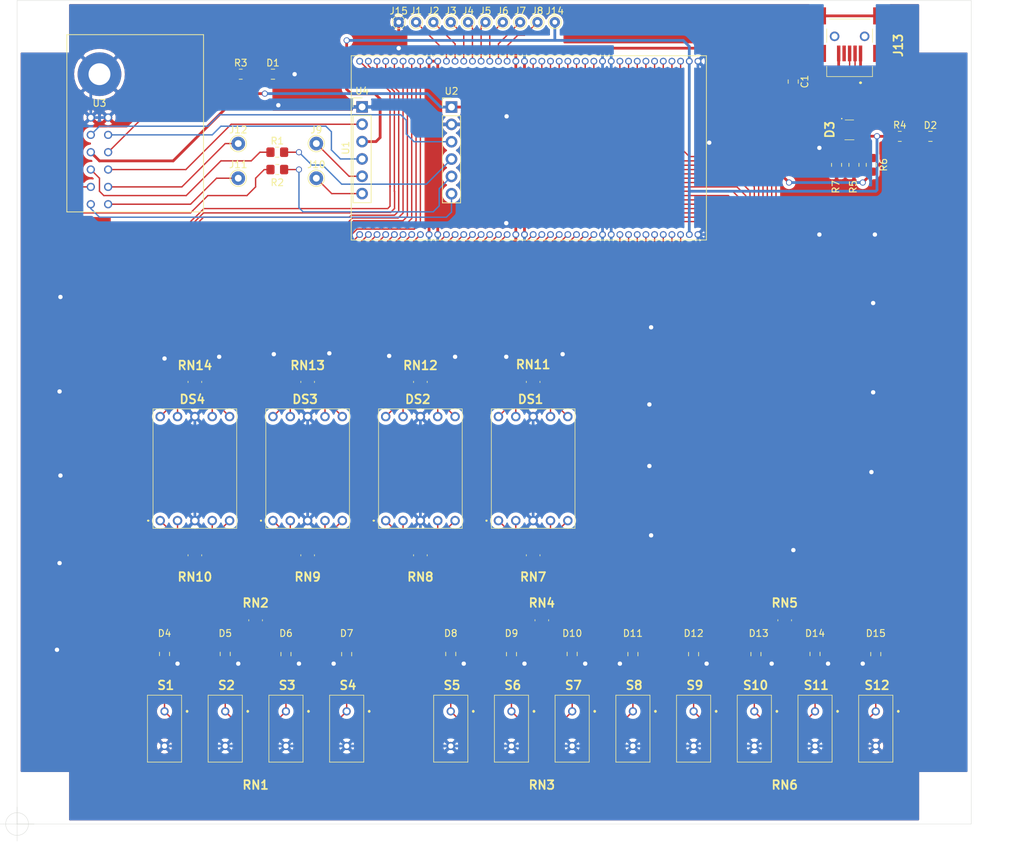
<source format=kicad_pcb>
(kicad_pcb (version 20171130) (host pcbnew "(5.1.8)-1")
  (title_block (title "mifune/TE0890/local board") (date 2021-01-01) (rev 0.1) (comment 1 "Masayuki Takagiwa") (comment 2 https://github.com/takagiwa/mifune) (comment 4 GPLv2))
  (layers (0 F.Cu signal) (31 B.Cu signal) (34 B.Paste user) (35 F.Paste user) (36 B.SilkS user) (37 F.SilkS user) (38 B.Mask user) (39 F.Mask user) (44 Edge.Cuts user))
  (net 0 "")
  (net 1 "Net-(C1-Pad1)")
  (net 2 GND)
  (net 3 "Net-(D1-Pad2)")
  (net 4 "Net-(D2-Pad2)")
  (net 5 "Net-(D3-Pad2)")
  (net 6 "Net-(D3-Pad3)")
  (net 7 +5V)
  (net 8 "Net-(D4-Pad2)")
  (net 9 "Net-(D5-Pad2)")
  (net 10 "Net-(D6-Pad2)")
  (net 11 "Net-(D7-Pad2)")
  (net 12 "Net-(D8-Pad2)")
  (net 13 "Net-(D9-Pad2)")
  (net 14 "Net-(D10-Pad2)")
  (net 15 "Net-(D11-Pad2)")
  (net 16 "Net-(D12-Pad2)")
  (net 17 "Net-(D13-Pad2)")
  (net 18 "Net-(D14-Pad2)")
  (net 19 "Net-(D15-Pad2)")
  (net 20 "Net-(DS1-Pad10)")
  (net 21 "Net-(DS1-Pad9)")
  (net 22 "Net-(DS1-Pad7)")
  (net 23 "Net-(DS1-Pad6)")
  (net 24 "Net-(DS1-Pad5)")
  (net 25 "Net-(DS1-Pad4)")
  (net 26 "Net-(DS1-Pad2)")
  (net 27 "Net-(DS1-Pad1)")
  (net 28 "Net-(DS2-Pad1)")
  (net 29 "Net-(DS2-Pad2)")
  (net 30 "Net-(DS2-Pad4)")
  (net 31 "Net-(DS2-Pad5)")
  (net 32 "Net-(DS2-Pad6)")
  (net 33 "Net-(DS2-Pad7)")
  (net 34 "Net-(DS2-Pad9)")
  (net 35 "Net-(DS2-Pad10)")
  (net 36 "Net-(DS3-Pad10)")
  (net 37 "Net-(DS3-Pad9)")
  (net 38 "Net-(DS3-Pad7)")
  (net 39 "Net-(DS3-Pad6)")
  (net 40 "Net-(DS3-Pad5)")
  (net 41 "Net-(DS3-Pad4)")
  (net 42 "Net-(DS3-Pad2)")
  (net 43 "Net-(DS3-Pad1)")
  (net 44 "Net-(DS4-Pad1)")
  (net 45 "Net-(DS4-Pad2)")
  (net 46 "Net-(DS4-Pad4)")
  (net 47 "Net-(DS4-Pad5)")
  (net 48 "Net-(DS4-Pad6)")
  (net 49 "Net-(DS4-Pad7)")
  (net 50 "Net-(DS4-Pad9)")
  (net 51 "Net-(DS4-Pad10)")
  (net 52 "Net-(J1-Pad1)")
  (net 53 "Net-(J2-Pad1)")
  (net 54 "Net-(J3-Pad1)")
  (net 55 "Net-(J4-Pad1)")
  (net 56 "Net-(J5-Pad1)")
  (net 57 "Net-(J6-Pad1)")
  (net 58 "Net-(J7-Pad1)")
  (net 59 "Net-(J8-Pad1)")
  (net 60 "Net-(J9-Pad1)")
  (net 61 "Net-(J10-Pad1)")
  (net 62 "Net-(J11-Pad1)")
  (net 63 "Net-(J12-Pad1)")
  (net 64 "Net-(J13-Pad4)")
  (net 65 "Net-(J13-Pad10)")
  (net 66 "Net-(J13-Pad11)")
  (net 67 "Net-(R1-Pad1)")
  (net 68 "Net-(R1-Pad2)")
  (net 69 "Net-(R2-Pad2)")
  (net 70 "Net-(R2-Pad1)")
  (net 71 "Net-(R3-Pad1)")
  (net 72 +3V3)
  (net 73 PSW3)
  (net 74 PSW2)
  (net 75 PSW1)
  (net 76 PSW0)
  (net 77 LED11)
  (net 78 LED10)
  (net 79 LED9)
  (net 80 LED8)
  (net 81 TSW0)
  (net 82 TSW1)
  (net 83 TSW2)
  (net 84 TSW3)
  (net 85 LED3)
  (net 86 LED2)
  (net 87 LED1)
  (net 88 LED0)
  (net 89 LED4)
  (net 90 LED5)
  (net 91 LED6)
  (net 92 LED7)
  (net 93 TSW7)
  (net 94 TSW6)
  (net 95 TSW5)
  (net 96 TSW4)
  (net 97 SLED0P)
  (net 98 SLED0C)
  (net 99 SLED0D)
  (net 100 SLED0E)
  (net 101 SLED1E)
  (net 102 SLED1D)
  (net 103 SLED1C)
  (net 104 SLED1P)
  (net 105 SLED2P)
  (net 106 SLED2C)
  (net 107 SLED2D)
  (net 108 SLED2E)
  (net 109 SLED3E)
  (net 110 SLED3D)
  (net 111 SLED3C)
  (net 112 SLED3P)
  (net 113 SLED0G)
  (net 114 SLED0F)
  (net 115 SLED0A)
  (net 116 SLED0B)
  (net 117 SLED1B)
  (net 118 SLED1A)
  (net 119 SLED1F)
  (net 120 SLED1G)
  (net 121 SLED2G)
  (net 122 SLED2F)
  (net 123 SLED2A)
  (net 124 SLED2B)
  (net 125 SLED3B)
  (net 126 SLED3A)
  (net 127 SLED3F)
  (net 128 SLED3G)
  (net 129 "Net-(U2-Pad6)")
  (net 130 "Net-(U2-Pad3)")
  (net 131 "Net-(U3-Pad3)")
  (net 132 "Net-(U3-Pad7)")
  (module TE0890:TE0890_80pin (layer F.Cu) (at 113.03 53.34)
    (fp_text reference U1 (at -26.815 0 90) (layer F.SilkS))
    (fp_text value TE0890_80P)
    (pad 40 thru_hole circle (at 24.765 12.7) (size 1 1) (drill 0.65) (layers *.Cu *.Mask) (net 2 GND))
    (pad 41 thru_hole circle (at 24.765 -12.7) (size 1 1) (drill 0.65) (layers *.Cu *.Mask) (net 2 GND))
    (pad 39 thru_hole circle (at 23.495 12.7) (size 1 1) (drill 0.65) (layers *.Cu *.Mask) (net 7 +5V))
    (pad 42 thru_hole circle (at 23.495 -12.7) (size 1 1) (drill 0.65) (layers *.Cu *.Mask) (net 7 +5V))
    (pad 38 thru_hole circle (at 22.225 12.7) (size 1 1) (drill 0.65) (layers *.Cu *.Mask) (net 100 SLED0E))
    (pad 43 thru_hole circle (at 22.225 -12.7) (size 1 1) (drill 0.65) (layers *.Cu *.Mask) (net 93 TSW7))
    (pad 37 thru_hole circle (at 20.955 12.7) (size 1 1) (drill 0.65) (layers *.Cu *.Mask) (net 99 SLED0D))
    (pad 44 thru_hole circle (at 20.955 -12.7) (size 1 1) (drill 0.65) (layers *.Cu *.Mask) (net 94 TSW6))
    (pad 36 thru_hole circle (at 19.685 12.7) (size 1 1) (drill 0.65) (layers *.Cu *.Mask) (net 98 SLED0C))
    (pad 45 thru_hole circle (at 19.685 -12.7) (size 1 1) (drill 0.65) (layers *.Cu *.Mask) (net 95 TSW5))
    (pad 35 thru_hole circle (at 18.415 12.7) (size 1 1) (drill 0.65) (layers *.Cu *.Mask) (net 97 SLED0P))
    (pad 46 thru_hole circle (at 18.415 -12.7) (size 1 1) (drill 0.65) (layers *.Cu *.Mask) (net 96 TSW4))
    (pad 34 thru_hole circle (at 17.145 12.7) (size 1 1) (drill 0.65) (layers *.Cu *.Mask) (net 116 SLED0B))
    (pad 47 thru_hole circle (at 17.145 -12.7) (size 1 1) (drill 0.65) (layers *.Cu *.Mask) (net 92 LED7))
    (pad 33 thru_hole circle (at 15.875 12.7) (size 1 1) (drill 0.65) (layers *.Cu *.Mask) (net 115 SLED0A))
    (pad 48 thru_hole circle (at 15.875 -12.7) (size 1 1) (drill 0.65) (layers *.Cu *.Mask) (net 91 LED6))
    (pad 32 thru_hole circle (at 14.605 12.7) (size 1 1) (drill 0.65) (layers *.Cu *.Mask) (net 114 SLED0F))
    (pad 49 thru_hole circle (at 14.605 -12.7) (size 1 1) (drill 0.65) (layers *.Cu *.Mask) (net 90 LED5))
    (pad 31 thru_hole circle (at 13.335 12.7) (size 1 1) (drill 0.65) (layers *.Cu *.Mask) (net 113 SLED0G))
    (pad 50 thru_hole circle (at 13.335 -12.7) (size 1 1) (drill 0.65) (layers *.Cu *.Mask) (net 89 LED4))
    (pad 30 thru_hole circle (at 12.065 12.7) (size 1 1) (drill 0.65) (layers *.Cu *.Mask) (net 2 GND))
    (pad 51 thru_hole circle (at 12.065 -12.7) (size 1 1) (drill 0.65) (layers *.Cu *.Mask) (net 2 GND))
    (pad 29 thru_hole circle (at 10.795 12.7) (size 1 1) (drill 0.65) (layers *.Cu *.Mask) (net 2 GND))
    (pad 52 thru_hole circle (at 10.795 -12.7) (size 1 1) (drill 0.65) (layers *.Cu *.Mask) (net 2 GND))
    (pad 28 thru_hole circle (at 9.525 12.7) (size 1 1) (drill 0.65) (layers *.Cu *.Mask) (net 101 SLED1E))
    (pad 53 thru_hole circle (at 9.525 -12.7) (size 1 1) (drill 0.65) (layers *.Cu *.Mask) (net 84 TSW3))
    (pad 27 thru_hole circle (at 8.255 12.7) (size 1 1) (drill 0.65) (layers *.Cu *.Mask) (net 102 SLED1D))
    (pad 54 thru_hole circle (at 8.255 -12.7) (size 1 1) (drill 0.65) (layers *.Cu *.Mask) (net 83 TSW2))
    (pad 26 thru_hole circle (at 6.985 12.7) (size 1 1) (drill 0.65) (layers *.Cu *.Mask) (net 103 SLED1C))
    (pad 55 thru_hole circle (at 6.985 -12.7) (size 1 1) (drill 0.65) (layers *.Cu *.Mask) (net 82 TSW1))
    (pad 25 thru_hole circle (at 5.715 12.7) (size 1 1) (drill 0.65) (layers *.Cu *.Mask) (net 104 SLED1P))
    (pad 56 thru_hole circle (at 5.715 -12.7) (size 1 1) (drill 0.65) (layers *.Cu *.Mask) (net 81 TSW0))
    (pad 24 thru_hole circle (at 4.445 12.7) (size 1 1) (drill 0.65) (layers *.Cu *.Mask) (net 117 SLED1B))
    (pad 57 thru_hole circle (at 4.445 -12.7) (size 1 1) (drill 0.65) (layers *.Cu *.Mask) (net 85 LED3))
    (pad 23 thru_hole circle (at 3.175 12.7) (size 1 1) (drill 0.65) (layers *.Cu *.Mask) (net 118 SLED1A))
    (pad 58 thru_hole circle (at 3.175 -12.7) (size 1 1) (drill 0.65) (layers *.Cu *.Mask) (net 86 LED2))
    (pad 22 thru_hole circle (at 1.905 12.7) (size 1 1) (drill 0.65) (layers *.Cu *.Mask) (net 119 SLED1F))
    (pad 59 thru_hole circle (at 1.905 -12.7) (size 1 1) (drill 0.65) (layers *.Cu *.Mask) (net 87 LED1))
    (pad 21 thru_hole circle (at 0.635 12.7) (size 1 1) (drill 0.65) (layers *.Cu *.Mask) (net 120 SLED1G))
    (pad 60 thru_hole circle (at 0.635 -12.7) (size 1 1) (drill 0.65) (layers *.Cu *.Mask) (net 88 LED0))
    (pad 20 thru_hole circle (at -0.635 12.7) (size 1 1) (drill 0.65) (layers *.Cu *.Mask) (net 2 GND))
    (pad 61 thru_hole circle (at -0.635 -12.7) (size 1 1) (drill 0.65) (layers *.Cu *.Mask) (net 2 GND))
    (pad 19 thru_hole circle (at -1.905 12.7) (size 1 1) (drill 0.65) (layers *.Cu *.Mask) (net 72 +3V3))
    (pad 62 thru_hole circle (at -1.905 -12.7) (size 1 1) (drill 0.65) (layers *.Cu *.Mask) (net 72 +3V3))
    (pad 18 thru_hole circle (at -3.175 12.7) (size 1 1) (drill 0.65) (layers *.Cu *.Mask) (net 108 SLED2E))
    (pad 63 thru_hole circle (at -3.175 -12.7) (size 1 1) (drill 0.65) (layers *.Cu *.Mask) (net 59 "Net-(J8-Pad1)"))
    (pad 17 thru_hole circle (at -4.445 12.7) (size 1 1) (drill 0.65) (layers *.Cu *.Mask) (net 107 SLED2D))
    (pad 64 thru_hole circle (at -4.445 -12.7) (size 1 1) (drill 0.65) (layers *.Cu *.Mask) (net 58 "Net-(J7-Pad1)"))
    (pad 16 thru_hole circle (at -5.715 12.7) (size 1 1) (drill 0.65) (layers *.Cu *.Mask) (net 106 SLED2C))
    (pad 65 thru_hole circle (at -5.715 -12.7) (size 1 1) (drill 0.65) (layers *.Cu *.Mask) (net 57 "Net-(J6-Pad1)"))
    (pad 15 thru_hole circle (at -6.985 12.7) (size 1 1) (drill 0.65) (layers *.Cu *.Mask) (net 105 SLED2P))
    (pad 66 thru_hole circle (at -6.985 -12.7) (size 1 1) (drill 0.65) (layers *.Cu *.Mask) (net 56 "Net-(J5-Pad1)"))
    (pad 14 thru_hole circle (at -8.255 12.7) (size 1 1) (drill 0.65) (layers *.Cu *.Mask) (net 124 SLED2B))
    (pad 67 thru_hole circle (at -8.255 -12.7) (size 1 1) (drill 0.65) (layers *.Cu *.Mask) (net 55 "Net-(J4-Pad1)"))
    (pad 13 thru_hole circle (at -9.525 12.7) (size 1 1) (drill 0.65) (layers *.Cu *.Mask) (net 123 SLED2A))
    (pad 68 thru_hole circle (at -9.525 -12.7) (size 1 1) (drill 0.65) (layers *.Cu *.Mask) (net 54 "Net-(J3-Pad1)"))
    (pad 12 thru_hole circle (at -10.795 12.7) (size 1 1) (drill 0.65) (layers *.Cu *.Mask) (net 122 SLED2F))
    (pad 69 thru_hole circle (at -10.795 -12.7) (size 1 1) (drill 0.65) (layers *.Cu *.Mask) (net 53 "Net-(J2-Pad1)"))
    (pad 11 thru_hole circle (at -12.065 12.7) (size 1 1) (drill 0.65) (layers *.Cu *.Mask) (net 121 SLED2G))
    (pad 70 thru_hole circle (at -12.065 -12.7) (size 1 1) (drill 0.65) (layers *.Cu *.Mask) (net 52 "Net-(J1-Pad1)"))
    (pad 10 thru_hole circle (at -13.335 12.7) (size 1 1) (drill 0.65) (layers *.Cu *.Mask) (net 2 GND))
    (pad 71 thru_hole circle (at -13.335 -12.7) (size 1 1) (drill 0.65) (layers *.Cu *.Mask) (net 2 GND))
    (pad 9 thru_hole circle (at -14.605 12.7) (size 1 1) (drill 0.65) (layers *.Cu *.Mask) (net 2 GND))
    (pad 72 thru_hole circle (at -14.605 -12.7) (size 1 1) (drill 0.65) (layers *.Cu *.Mask) (net 2 GND))
    (pad 8 thru_hole circle (at -15.875 12.7) (size 1 1) (drill 0.65) (layers *.Cu *.Mask) (net 109 SLED3E))
    (pad 73 thru_hole circle (at -15.875 -12.7) (size 1 1) (drill 0.65) (layers *.Cu *.Mask) (net 77 LED11))
    (pad 7 thru_hole circle (at -17.145 12.7) (size 1 1) (drill 0.65) (layers *.Cu *.Mask) (net 110 SLED3D))
    (pad 74 thru_hole circle (at -17.145 -12.7) (size 1 1) (drill 0.65) (layers *.Cu *.Mask) (net 78 LED10))
    (pad 6 thru_hole circle (at -18.415 12.7) (size 1 1) (drill 0.65) (layers *.Cu *.Mask) (net 111 SLED3C))
    (pad 75 thru_hole circle (at -18.415 -12.7) (size 1 1) (drill 0.65) (layers *.Cu *.Mask) (net 79 LED9))
    (pad 5 thru_hole circle (at -19.685 12.7) (size 1 1) (drill 0.65) (layers *.Cu *.Mask) (net 112 SLED3P))
    (pad 76 thru_hole circle (at -19.685 -12.7) (size 1 1) (drill 0.65) (layers *.Cu *.Mask) (net 80 LED8))
    (pad 4 thru_hole circle (at -20.955 12.7) (size 1 1) (drill 0.65) (layers *.Cu *.Mask) (net 125 SLED3B))
    (pad 77 thru_hole circle (at -20.955 -12.7) (size 1 1) (drill 0.65) (layers *.Cu *.Mask) (net 73 PSW3))
    (pad 3 thru_hole circle (at -22.225 12.7) (size 1 1) (drill 0.65) (layers *.Cu *.Mask) (net 126 SLED3A))
    (pad 78 thru_hole circle (at -22.225 -12.7) (size 1 1) (drill 0.65) (layers *.Cu *.Mask) (net 74 PSW2))
    (pad 2 thru_hole circle (at -23.495 12.7) (size 1 1) (drill 0.65) (layers *.Cu *.Mask) (net 127 SLED3F))
    (pad 79 thru_hole circle (at -23.495 -12.7) (size 1 1) (drill 0.65) (layers *.Cu *.Mask) (net 75 PSW1))
    (pad 1 thru_hole circle (at -24.765 12.7) (size 1 1) (drill 0.65) (layers *.Cu *.Mask) (net 128 SLED3G))
    (pad 80 thru_hole circle (at -24.765 -12.7) (size 1 1) (drill 0.65) (layers *.Cu *.Mask) (net 76 PSW0))
  )
  (module TE0890:TE0790 (layer F.Cu) (at 50.165 55.245 270)
    (fp_text reference U3 (at -8.45 0) (layer F.SilkS))
    (fp_text value TE0790_Std)
    (pad 6 thru_hole circle (at -1.27 1.27 270) (size 1.2 1.2) (drill 0.8) (layers *.Cu *.Mask) (net 72 +3V3))
    (pad 7 thru_hole circle (at 1.27 -1.27 270) (size 1.2 1.2) (drill 0.8) (layers *.Cu *.Mask) (net 132 "Net-(U3-Pad7)"))
    (pad 5 thru_hole circle (at -1.27 -1.27 270) (size 1.2 1.2) (drill 0.8) (layers *.Cu *.Mask) (net 71 "Net-(R3-Pad1)"))
    (pad 8 thru_hole circle (at 1.27 1.27 270) (size 1.2 1.2) (drill 0.8) (layers *.Cu *.Mask) (net 67 "Net-(R1-Pad1)"))
    (pad 4 thru_hole circle (at -3.81 1.27 270) (size 1.2 1.2) (drill 0.8) (layers *.Cu *.Mask) (net 130 "Net-(U2-Pad3)"))
    (pad 9 thru_hole circle (at 3.81 -1.27 270) (size 1.2 1.2) (drill 0.8) (layers *.Cu *.Mask) (net 63 "Net-(J12-Pad1)"))
    (pad 3 thru_hole circle (at -3.81 -1.27 270) (size 1.2 1.2) (drill 0.8) (layers *.Cu *.Mask) (net 131 "Net-(U3-Pad3)"))
    (pad 10 thru_hole circle (at 3.81 1.27 270) (size 1.2 1.2) (drill 0.8) (layers *.Cu *.Mask) (net 70 "Net-(R2-Pad1)"))
    (pad 2 thru_hole circle (at -6.35 1.27 270) (size 1.2 1.2) (drill 0.8) (layers *.Cu *.Mask) (net 2 GND))
    (pad 11 thru_hole circle (at 6.35 -1.27 270) (size 1.2 1.2) (drill 0.8) (layers *.Cu *.Mask) (net 62 "Net-(J11-Pad1)"))
    (pad 1 thru_hole circle (at -6.35 -1.27 270) (size 1.2 1.2) (drill 0.8) (layers *.Cu *.Mask) (net 2 GND))
    (pad 12 thru_hole circle (at 6.35 1.27 270) (size 1.2 1.2) (drill 0.8) (layers *.Cu *.Mask) (net 129 "Net-(U2-Pad6)"))
    (pad GND thru_hole circle (at -12.7 0 270) (size 6.4 6.4) (drill 3.2) (layers *.Cu *.Mask) (net 2 GND))
  )
  (module TestPoint:TestPoint_THTPad_D2.0mm_Drill1.0mm (layer F.Cu) (at 70.485 57.785)
    (fp_text reference J11 (at 0 -1.998) (layer F.SilkS))
    (fp_text value Conn_01x01)
    (pad 1 thru_hole circle (at 0 0) (size 2 2) (drill 1) (layers *.Cu *.Mask) (net 62 "Net-(J11-Pad1)"))
  )
  (module TestPoint:TestPoint_THTPad_D2.0mm_Drill1.0mm (layer F.Cu) (at 70.485 52.705)
    (fp_text reference J12 (at 0 -1.998) (layer F.SilkS))
    (fp_text value Conn_01x01)
    (pad 1 thru_hole circle (at 0 0) (size 2 2) (drill 1) (layers *.Cu *.Mask) (net 63 "Net-(J12-Pad1)"))
  )
  (module Capacitor_SMD:C_0805_2012Metric_Pad1.18x1.45mm_HandSolder (layer F.Cu) (at 75.565 42.545 180)
    (fp_text reference D1 (at 0 1.651) (layer F.SilkS))
    (fp_text value LED)
    (pad 2 smd roundrect (at 1.0375 0 180) (size 1.175 1.45) (layers F.Cu F.Paste F.Mask) (roundrect_rratio 0.2127659574468085) (net 3 "Net-(D1-Pad2)"))
    (pad 1 smd roundrect (at -1.0375 0 180) (size 1.175 1.45) (layers F.Cu F.Paste F.Mask) (roundrect_rratio 0.2127659574468085) (net 2 GND))
  )
  (module Resistor_SMD:R_0805_2012Metric_Pad1.20x1.40mm_HandSolder (layer F.Cu) (at 70.85 42.545)
    (fp_text reference R3 (at 0 -1.65) (layer F.SilkS))
    (fp_text value 82)
    (pad 1 smd roundrect (at -1 0) (size 1.2 1.4) (layers F.Cu F.Paste F.Mask) (roundrect_rratio 0.2083325) (net 71 "Net-(R3-Pad1)"))
    (pad 2 smd roundrect (at 1 0) (size 1.2 1.4) (layers F.Cu F.Paste F.Mask) (roundrect_rratio 0.2083325) (net 3 "Net-(D1-Pad2)"))
  )
  (module Capacitor_SMD:C_0805_2012Metric_Pad1.18x1.45mm_HandSolder (layer F.Cu) (at 151.745 43.6275 270)
    (fp_text reference C1 (at 0 -1.68 90) (layer F.SilkS))
    (fp_text value 10u)
    (pad 1 smd roundrect (at -1.0375 0 270) (size 1.175 1.45) (layers F.Cu F.Paste F.Mask) (roundrect_rratio 0.2127659574468085) (net 1 "Net-(C1-Pad1)"))
    (pad 2 smd roundrect (at 1.0375 0 270) (size 1.175 1.45) (layers F.Cu F.Paste F.Mask) (roundrect_rratio 0.2127659574468085) (net 2 GND))
  )
  (module Capacitor_SMD:C_0805_2012Metric_Pad1.18x1.45mm_HandSolder (layer F.Cu) (at 171.8325 51.65 180)
    (fp_text reference D2 (at 0.0015 1.612) (layer F.SilkS))
    (fp_text value LED)
    (pad 1 smd roundrect (at -1.0375 0 180) (size 1.175 1.45) (layers F.Cu F.Paste F.Mask) (roundrect_rratio 0.2127659574468085) (net 2 GND))
    (pad 2 smd roundrect (at 1.0375 0 180) (size 1.175 1.45) (layers F.Cu F.Paste F.Mask) (roundrect_rratio 0.2127659574468085) (net 4 "Net-(D2-Pad2)"))
  )
  (module LibraryLoader:PRTR5V0U2X (layer F.Cu) (at 159.95 50.7 270)
    (fp_text reference D3 (at -0.027 2.851 90) (layer F.SilkS) (effects (font (size 1.27 1.27) (thickness 0.254))))
    (fp_text value PRTR5V0U2X,215 hide)
    (pad 1 smd rect (at -0.75 1) (size 0.7 1) (layers F.Cu F.Paste F.Mask) (net 2 GND))
    (pad 2 smd rect (at 0.95 1 270) (size 0.6 0.7) (layers F.Cu F.Paste F.Mask) (net 5 "Net-(D3-Pad2)"))
    (pad 3 smd rect (at 0.95 -1 270) (size 0.6 0.7) (layers F.Cu F.Paste F.Mask) (net 6 "Net-(D3-Pad3)"))
    (pad 4 smd rect (at -0.95 -1 270) (size 0.6 0.7) (layers F.Cu F.Paste F.Mask) (net 7 +5V))
  )
  (module Capacitor_SMD:C_0805_2012Metric_Pad1.18x1.45mm_HandSolder (layer F.Cu) (at 59.69 127.4865 90)
    (fp_text reference D4 (at 3.0265 0) (layer F.SilkS))
    (fp_text value LED)
    (pad 2 smd roundrect (at 1.0375 0 90) (size 1.175 1.45) (layers F.Cu F.Paste F.Mask) (roundrect_rratio 0.2127659574468085) (net 8 "Net-(D4-Pad2)"))
    (pad 1 smd roundrect (at -1.0375 0 90) (size 1.175 1.45) (layers F.Cu F.Paste F.Mask) (roundrect_rratio 0.2127659574468085) (net 2 GND))
  )
  (module Capacitor_SMD:C_0805_2012Metric_Pad1.18x1.45mm_HandSolder (layer F.Cu) (at 68.58 127.4865 90)
    (fp_text reference D5 (at 3.0265 0) (layer F.SilkS))
    (fp_text value LED)
    (pad 1 smd roundrect (at -1.0375 0 90) (size 1.175 1.45) (layers F.Cu F.Paste F.Mask) (roundrect_rratio 0.2127659574468085) (net 2 GND))
    (pad 2 smd roundrect (at 1.0375 0 90) (size 1.175 1.45) (layers F.Cu F.Paste F.Mask) (roundrect_rratio 0.2127659574468085) (net 9 "Net-(D5-Pad2)"))
  )
  (module Capacitor_SMD:C_0805_2012Metric_Pad1.18x1.45mm_HandSolder (layer F.Cu) (at 77.47 127.508 90)
    (fp_text reference D6 (at 3.048 0 180) (layer F.SilkS))
    (fp_text value LED)
    (pad 2 smd roundrect (at 1.0375 0 90) (size 1.175 1.45) (layers F.Cu F.Paste F.Mask) (roundrect_rratio 0.2127659574468085) (net 10 "Net-(D6-Pad2)"))
    (pad 1 smd roundrect (at -1.0375 0 90) (size 1.175 1.45) (layers F.Cu F.Paste F.Mask) (roundrect_rratio 0.2127659574468085) (net 2 GND))
  )
  (module Capacitor_SMD:C_0805_2012Metric_Pad1.18x1.45mm_HandSolder (layer F.Cu) (at 86.36 127.508 90)
    (fp_text reference D7 (at 3.048 0 180) (layer F.SilkS))
    (fp_text value LED)
    (pad 1 smd roundrect (at -1.0375 0 90) (size 1.175 1.45) (layers F.Cu F.Paste F.Mask) (roundrect_rratio 0.2127659574468085) (net 2 GND))
    (pad 2 smd roundrect (at 1.0375 0 90) (size 1.175 1.45) (layers F.Cu F.Paste F.Mask) (roundrect_rratio 0.2127659574468085) (net 11 "Net-(D7-Pad2)"))
  )
  (module Capacitor_SMD:C_0805_2012Metric_Pad1.18x1.45mm_HandSolder (layer F.Cu) (at 101.6 127.4865 90)
    (fp_text reference D8 (at 3.0265 0 180) (layer F.SilkS))
    (fp_text value LED)
    (pad 2 smd roundrect (at 1.0375 0 90) (size 1.175 1.45) (layers F.Cu F.Paste F.Mask) (roundrect_rratio 0.2127659574468085) (net 12 "Net-(D8-Pad2)"))
    (pad 1 smd roundrect (at -1.0375 0 90) (size 1.175 1.45) (layers F.Cu F.Paste F.Mask) (roundrect_rratio 0.2127659574468085) (net 2 GND))
  )
  (module Capacitor_SMD:C_0805_2012Metric_Pad1.18x1.45mm_HandSolder (layer F.Cu) (at 110.49 127.508 90)
    (fp_text reference D9 (at 3.048 0 180) (layer F.SilkS))
    (fp_text value LED)
    (pad 1 smd roundrect (at -1.0375 0 90) (size 1.175 1.45) (layers F.Cu F.Paste F.Mask) (roundrect_rratio 0.2127659574468085) (net 2 GND))
    (pad 2 smd roundrect (at 1.0375 0 90) (size 1.175 1.45) (layers F.Cu F.Paste F.Mask) (roundrect_rratio 0.2127659574468085) (net 13 "Net-(D9-Pad2)"))
  )
  (module Capacitor_SMD:C_0805_2012Metric_Pad1.18x1.45mm_HandSolder (layer F.Cu) (at 119.38 127.4865 90)
    (fp_text reference D10 (at 3.0265 0 180) (layer F.SilkS))
    (fp_text value LED)
    (pad 2 smd roundrect (at 1.0375 0 90) (size 1.175 1.45) (layers F.Cu F.Paste F.Mask) (roundrect_rratio 0.2127659574468085) (net 14 "Net-(D10-Pad2)"))
    (pad 1 smd roundrect (at -1.0375 0 90) (size 1.175 1.45) (layers F.Cu F.Paste F.Mask) (roundrect_rratio 0.2127659574468085) (net 2 GND))
  )
  (module Capacitor_SMD:C_0805_2012Metric_Pad1.18x1.45mm_HandSolder (layer F.Cu) (at 128.27 127.508 90)
    (fp_text reference D11 (at 3.048 0 180) (layer F.SilkS))
    (fp_text value LED)
    (pad 1 smd roundrect (at -1.0375 0 90) (size 1.175 1.45) (layers F.Cu F.Paste F.Mask) (roundrect_rratio 0.2127659574468085) (net 2 GND))
    (pad 2 smd roundrect (at 1.0375 0 90) (size 1.175 1.45) (layers F.Cu F.Paste F.Mask) (roundrect_rratio 0.2127659574468085) (net 15 "Net-(D11-Pad2)"))
  )
  (module Capacitor_SMD:C_0805_2012Metric_Pad1.18x1.45mm_HandSolder (layer F.Cu) (at 137.16 127.508 90)
    (fp_text reference D12 (at 3.048 0 180) (layer F.SilkS))
    (fp_text value LED)
    (pad 2 smd roundrect (at 1.0375 0 90) (size 1.175 1.45) (layers F.Cu F.Paste F.Mask) (roundrect_rratio 0.2127659574468085) (net 16 "Net-(D12-Pad2)"))
    (pad 1 smd roundrect (at -1.0375 0 90) (size 1.175 1.45) (layers F.Cu F.Paste F.Mask) (roundrect_rratio 0.2127659574468085) (net 2 GND))
  )
  (module Capacitor_SMD:C_0805_2012Metric_Pad1.18x1.45mm_HandSolder (layer F.Cu) (at 146.2825 127.508 90)
    (fp_text reference D13 (at 3.048 0.4025 180) (layer F.SilkS))
    (fp_text value LED)
    (pad 1 smd roundrect (at -1.0375 0 90) (size 1.175 1.45) (layers F.Cu F.Paste F.Mask) (roundrect_rratio 0.2127659574468085) (net 2 GND))
    (pad 2 smd roundrect (at 1.0375 0 90) (size 1.175 1.45) (layers F.Cu F.Paste F.Mask) (roundrect_rratio 0.2127659574468085) (net 17 "Net-(D13-Pad2)"))
  )
  (module Capacitor_SMD:C_0805_2012Metric_Pad1.18x1.45mm_HandSolder (layer F.Cu) (at 154.94 127.4865 90)
    (fp_text reference D14 (at 3.0265 0 180) (layer F.SilkS))
    (fp_text value LED)
    (pad 2 smd roundrect (at 1.0375 0 90) (size 1.175 1.45) (layers F.Cu F.Paste F.Mask) (roundrect_rratio 0.2127659574468085) (net 18 "Net-(D14-Pad2)"))
    (pad 1 smd roundrect (at -1.0375 0 90) (size 1.175 1.45) (layers F.Cu F.Paste F.Mask) (roundrect_rratio 0.2127659574468085) (net 2 GND))
  )
  (module Capacitor_SMD:C_0805_2012Metric_Pad1.18x1.45mm_HandSolder (layer F.Cu) (at 163.83 127.508 90)
    (fp_text reference D15 (at 3.048 0 180) (layer F.SilkS))
    (fp_text value LED)
    (pad 1 smd roundrect (at -1.0375 0 90) (size 1.175 1.45) (layers F.Cu F.Paste F.Mask) (roundrect_rratio 0.2127659574468085) (net 2 GND))
    (pad 2 smd roundrect (at 1.0375 0 90) (size 1.175 1.45) (layers F.Cu F.Paste F.Mask) (roundrect_rratio 0.2127659574468085) (net 19 "Net-(D15-Pad2)"))
  )
  (module LibraryLoader:TDSR1360IK (layer F.Cu) (at 108.585 107.95)
    (fp_text reference DS1 (at 4.702 -17.78) (layer F.SilkS) (effects (font (size 1.27 1.27) (thickness 0.254))))
    (fp_text value TDSR1360-IK hide)
    (pad 10 thru_hole circle (at 0 -15.24) (size 1.381 1.381) (drill 0.85) (layers *.Cu *.Mask) (net 20 "Net-(DS1-Pad10)"))
    (pad 9 thru_hole circle (at 2.54 -15.24) (size 1.381 1.381) (drill 0.85) (layers *.Cu *.Mask) (net 21 "Net-(DS1-Pad9)"))
    (pad 8 thru_hole circle (at 5.08 -15.24) (size 1.381 1.381) (drill 0.85) (layers *.Cu *.Mask) (net 2 GND))
    (pad 7 thru_hole circle (at 7.62 -15.24) (size 1.381 1.381) (drill 0.85) (layers *.Cu *.Mask) (net 22 "Net-(DS1-Pad7)"))
    (pad 6 thru_hole circle (at 10.16 -15.24) (size 1.381 1.381) (drill 0.85) (layers *.Cu *.Mask) (net 23 "Net-(DS1-Pad6)"))
    (pad 5 thru_hole circle (at 10.16 0) (size 1.381 1.381) (drill 0.85) (layers *.Cu *.Mask) (net 24 "Net-(DS1-Pad5)"))
    (pad 4 thru_hole circle (at 7.62 0) (size 1.381 1.381) (drill 0.85) (layers *.Cu *.Mask) (net 25 "Net-(DS1-Pad4)"))
    (pad 3 thru_hole circle (at 5.08 0) (size 1.381 1.381) (drill 0.85) (layers *.Cu *.Mask) (net 2 GND))
    (pad 2 thru_hole circle (at 2.54 0) (size 1.381 1.381) (drill 0.85) (layers *.Cu *.Mask) (net 26 "Net-(DS1-Pad2)"))
    (pad 1 thru_hole circle (at 0 0) (size 1.381 1.381) (drill 0.85) (layers *.Cu *.Mask) (net 27 "Net-(DS1-Pad1)"))
  )
  (module LibraryLoader:TDSR1360IK (layer F.Cu) (at 92.075 107.95)
    (fp_text reference DS2 (at 4.702 -17.78) (layer F.SilkS) (effects (font (size 1.27 1.27) (thickness 0.254))))
    (fp_text value TDSR1360-IK hide)
    (pad 1 thru_hole circle (at 0 0) (size 1.381 1.381) (drill 0.85) (layers *.Cu *.Mask) (net 28 "Net-(DS2-Pad1)"))
    (pad 2 thru_hole circle (at 2.54 0) (size 1.381 1.381) (drill 0.85) (layers *.Cu *.Mask) (net 29 "Net-(DS2-Pad2)"))
    (pad 3 thru_hole circle (at 5.08 0) (size 1.381 1.381) (drill 0.85) (layers *.Cu *.Mask) (net 2 GND))
    (pad 4 thru_hole circle (at 7.62 0) (size 1.381 1.381) (drill 0.85) (layers *.Cu *.Mask) (net 30 "Net-(DS2-Pad4)"))
    (pad 5 thru_hole circle (at 10.16 0) (size 1.381 1.381) (drill 0.85) (layers *.Cu *.Mask) (net 31 "Net-(DS2-Pad5)"))
    (pad 6 thru_hole circle (at 10.16 -15.24) (size 1.381 1.381) (drill 0.85) (layers *.Cu *.Mask) (net 32 "Net-(DS2-Pad6)"))
    (pad 7 thru_hole circle (at 7.62 -15.24) (size 1.381 1.381) (drill 0.85) (layers *.Cu *.Mask) (net 33 "Net-(DS2-Pad7)"))
    (pad 8 thru_hole circle (at 5.08 -15.24) (size 1.381 1.381) (drill 0.85) (layers *.Cu *.Mask) (net 2 GND))
    (pad 9 thru_hole circle (at 2.54 -15.24) (size 1.381 1.381) (drill 0.85) (layers *.Cu *.Mask) (net 34 "Net-(DS2-Pad9)"))
    (pad 10 thru_hole circle (at 0 -15.24) (size 1.381 1.381) (drill 0.85) (layers *.Cu *.Mask) (net 35 "Net-(DS2-Pad10)"))
  )
  (module LibraryLoader:TDSR1360IK (layer F.Cu) (at 75.565 107.95)
    (fp_text reference DS3 (at 4.702 -17.78) (layer F.SilkS) (effects (font (size 1.27 1.27) (thickness 0.254))))
    (fp_text value TDSR1360-IK hide)
    (pad 10 thru_hole circle (at 0 -15.24) (size 1.381 1.381) (drill 0.85) (layers *.Cu *.Mask) (net 36 "Net-(DS3-Pad10)"))
    (pad 9 thru_hole circle (at 2.54 -15.24) (size 1.381 1.381) (drill 0.85) (layers *.Cu *.Mask) (net 37 "Net-(DS3-Pad9)"))
    (pad 8 thru_hole circle (at 5.08 -15.24) (size 1.381 1.381) (drill 0.85) (layers *.Cu *.Mask) (net 2 GND))
    (pad 7 thru_hole circle (at 7.62 -15.24) (size 1.381 1.381) (drill 0.85) (layers *.Cu *.Mask) (net 38 "Net-(DS3-Pad7)"))
    (pad 6 thru_hole circle (at 10.16 -15.24) (size 1.381 1.381) (drill 0.85) (layers *.Cu *.Mask) (net 39 "Net-(DS3-Pad6)"))
    (pad 5 thru_hole circle (at 10.16 0) (size 1.381 1.381) (drill 0.85) (layers *.Cu *.Mask) (net 40 "Net-(DS3-Pad5)"))
    (pad 4 thru_hole circle (at 7.62 0) (size 1.381 1.381) (drill 0.85) (layers *.Cu *.Mask) (net 41 "Net-(DS3-Pad4)"))
    (pad 3 thru_hole circle (at 5.08 0) (size 1.381 1.381) (drill 0.85) (layers *.Cu *.Mask) (net 2 GND))
    (pad 2 thru_hole circle (at 2.54 0) (size 1.381 1.381) (drill 0.85) (layers *.Cu *.Mask) (net 42 "Net-(DS3-Pad2)"))
    (pad 1 thru_hole circle (at 0 0) (size 1.381 1.381) (drill 0.85) (layers *.Cu *.Mask) (net 43 "Net-(DS3-Pad1)"))
  )
  (module LibraryLoader:TDSR1360IK (layer F.Cu) (at 59.055 107.95)
    (fp_text reference DS4 (at 4.702 -17.78) (layer F.SilkS) (effects (font (size 1.27 1.27) (thickness 0.254))))
    (fp_text value TDSR1360-IK hide)
    (pad 1 thru_hole circle (at 0 0) (size 1.381 1.381) (drill 0.85) (layers *.Cu *.Mask) (net 44 "Net-(DS4-Pad1)"))
    (pad 2 thru_hole circle (at 2.54 0) (size 1.381 1.381) (drill 0.85) (layers *.Cu *.Mask) (net 45 "Net-(DS4-Pad2)"))
    (pad 3 thru_hole circle (at 5.08 0) (size 1.381 1.381) (drill 0.85) (layers *.Cu *.Mask) (net 2 GND))
    (pad 4 thru_hole circle (at 7.62 0) (size 1.381 1.381) (drill 0.85) (layers *.Cu *.Mask) (net 46 "Net-(DS4-Pad4)"))
    (pad 5 thru_hole circle (at 10.16 0) (size 1.381 1.381) (drill 0.85) (layers *.Cu *.Mask) (net 47 "Net-(DS4-Pad5)"))
    (pad 6 thru_hole circle (at 10.16 -15.24) (size 1.381 1.381) (drill 0.85) (layers *.Cu *.Mask) (net 48 "Net-(DS4-Pad6)"))
    (pad 7 thru_hole circle (at 7.62 -15.24) (size 1.381 1.381) (drill 0.85) (layers *.Cu *.Mask) (net 49 "Net-(DS4-Pad7)"))
    (pad 8 thru_hole circle (at 5.08 -15.24) (size 1.381 1.381) (drill 0.85) (layers *.Cu *.Mask) (net 2 GND))
    (pad 9 thru_hole circle (at 2.54 -15.24) (size 1.381 1.381) (drill 0.85) (layers *.Cu *.Mask) (net 50 "Net-(DS4-Pad9)"))
    (pad 10 thru_hole circle (at 0 -15.24) (size 1.381 1.381) (drill 0.85) (layers *.Cu *.Mask) (net 51 "Net-(DS4-Pad10)"))
  )
  (module LibraryLoader:17340351 (layer F.Cu) (at 160 38.95 270)
    (fp_text reference J13 (at -0.625 -7.132 90) (layer F.SilkS) (effects (font (size 1.27 1.27) (thickness 0.254))))
    (fp_text value 1734035-1 hide)
    (pad 1 smd rect (at 0.55 -1.6) (size 0.5 2.3) (layers F.Cu F.Paste F.Mask) (net 7 +5V))
    (pad 2 smd rect (at 0.55 -0.8) (size 0.5 2.3) (layers F.Cu F.Paste F.Mask) (net 6 "Net-(D3-Pad3)"))
    (pad 3 smd rect (at 0.55 0) (size 0.5 2.3) (layers F.Cu F.Paste F.Mask) (net 5 "Net-(D3-Pad2)"))
    (pad 4 smd rect (at 0.55 0.8) (size 0.5 2.3) (layers F.Cu F.Paste F.Mask) (net 64 "Net-(J13-Pad4)"))
    (pad 5 smd rect (at 0.55 1.6) (size 0.5 2.3) (layers F.Cu F.Paste F.Mask) (net 2 GND))
    (pad 6 smd rect (at 0.55 -4.45) (size 2 2.5) (layers F.Cu F.Paste F.Mask) (net 1 "Net-(C1-Pad1)"))
    (pad 7 smd rect (at 0.55 4.45) (size 2 2.5) (layers F.Cu F.Paste F.Mask) (net 1 "Net-(C1-Pad1)"))
    (pad 8 smd rect (at -4.95 -4.45) (size 2 2.5) (layers F.Cu F.Paste F.Mask) (net 1 "Net-(C1-Pad1)"))
    (pad 9 smd rect (at -4.95 4.45) (size 2 2.5) (layers F.Cu F.Paste F.Mask) (net 1 "Net-(C1-Pad1)"))
    (pad 10 thru_hole circle (at -1.95 -2.2 270) (size 1.4 1.4) (drill 0.9) (layers *.Cu *.Mask) (net 65 "Net-(J13-Pad10)"))
    (pad 11 thru_hole circle (at -1.95 2.2 270) (size 1.4 1.4) (drill 0.9) (layers *.Cu *.Mask) (net 66 "Net-(J13-Pad11)"))
  )
  (module Resistor_SMD:R_0805_2012Metric_Pad1.20x1.40mm_HandSolder (layer F.Cu) (at 76.2 53.975)
    (fp_text reference R1 (at 0 -1.65) (layer F.SilkS))
    (fp_text value 0)
    (pad 1 smd roundrect (at -1 0) (size 1.2 1.4) (layers F.Cu F.Paste F.Mask) (roundrect_rratio 0.2083325) (net 67 "Net-(R1-Pad1)"))
    (pad 2 smd roundrect (at 1 0) (size 1.2 1.4) (layers F.Cu F.Paste F.Mask) (roundrect_rratio 0.2083325) (net 68 "Net-(R1-Pad2)"))
  )
  (module Resistor_SMD:R_0805_2012Metric_Pad1.20x1.40mm_HandSolder (layer F.Cu) (at 76.2 56.515)
    (fp_text reference R2 (at 0 1.905) (layer F.SilkS))
    (fp_text value 0)
    (pad 2 smd roundrect (at 1 0) (size 1.2 1.4) (layers F.Cu F.Paste F.Mask) (roundrect_rratio 0.2083325) (net 69 "Net-(R2-Pad2)"))
    (pad 1 smd roundrect (at -1 0) (size 1.2 1.4) (layers F.Cu F.Paste F.Mask) (roundrect_rratio 0.2083325) (net 70 "Net-(R2-Pad1)"))
  )
  (module Resistor_SMD:R_0805_2012Metric_Pad1.20x1.40mm_HandSolder (layer F.Cu) (at 167.35 51.65)
    (fp_text reference R4 (at 0 -1.65) (layer F.SilkS))
    (fp_text value 82)
    (pad 2 smd roundrect (at 1 0) (size 1.2 1.4) (layers F.Cu F.Paste F.Mask) (roundrect_rratio 0.2083325) (net 4 "Net-(D2-Pad2)"))
    (pad 1 smd roundrect (at -1 0) (size 1.2 1.4) (layers F.Cu F.Paste F.Mask) (roundrect_rratio 0.2083325) (net 7 +5V))
  )
  (module Resistor_SMD:R_0805_2012Metric_Pad1.20x1.40mm_HandSolder (layer F.Cu) (at 160.635 55.825 270)
    (fp_text reference R5 (at 3.23 0.107 90) (layer F.SilkS))
    (fp_text value 15k)
    (pad 2 smd roundrect (at 1 0 270) (size 1.2 1.4) (layers F.Cu F.Paste F.Mask) (roundrect_rratio 0.2083325) (net 2 GND))
    (pad 1 smd roundrect (at -1 0 270) (size 1.2 1.4) (layers F.Cu F.Paste F.Mask) (roundrect_rratio 0.2083325) (net 6 "Net-(D3-Pad3)"))
  )
  (module Resistor_SMD:R_0805_2012Metric_Pad1.20x1.40mm_HandSolder (layer F.Cu) (at 163.175 55.825 90)
    (fp_text reference R6 (at 0 1.798 90) (layer F.SilkS))
    (fp_text value 1.5k)
    (pad 1 smd roundrect (at -1 0 90) (size 1.2 1.4) (layers F.Cu F.Paste F.Mask) (roundrect_rratio 0.2083325) (net 72 +3V3))
    (pad 2 smd roundrect (at 1 0 90) (size 1.2 1.4) (layers F.Cu F.Paste F.Mask) (roundrect_rratio 0.2083325) (net 6 "Net-(D3-Pad3)"))
  )
  (module Resistor_SMD:R_0805_2012Metric_Pad1.20x1.40mm_HandSolder (layer F.Cu) (at 158.095 55.825 270)
    (fp_text reference R7 (at 3.23 0.107 90) (layer F.SilkS))
    (fp_text value 15k)
    (pad 1 smd roundrect (at -1 0 270) (size 1.2 1.4) (layers F.Cu F.Paste F.Mask) (roundrect_rratio 0.2083325) (net 5 "Net-(D3-Pad2)"))
    (pad 2 smd roundrect (at 1 0 270) (size 1.2 1.4) (layers F.Cu F.Paste F.Mask) (roundrect_rratio 0.2083325) (net 2 GND))
  )
  (module LibraryLoader:EXBN8V510JX (layer F.Cu) (at 73.025 146.685)
    (fp_text reference RN1 (at 0 0) (layer F.SilkS) (effects (font (size 1.27 1.27) (thickness 0.254))))
    (fp_text value EXB-N8V820JX hide)
    (pad 8 smd rect (at -0.808 -0.544) (size 0.365 0.613) (layers F.Cu F.Paste F.Mask) (net 76 PSW0))
    (pad 7 smd rect (at -0.25 -0.544) (size 0.25 0.613) (layers F.Cu F.Paste F.Mask) (net 75 PSW1))
    (pad 6 smd rect (at 0.25 -0.544) (size 0.25 0.613) (layers F.Cu F.Paste F.Mask) (net 74 PSW2))
    (pad 5 smd rect (at 0.808 -0.544) (size 0.365 0.613) (layers F.Cu F.Paste F.Mask) (net 73 PSW3))
    (pad 4 smd rect (at 0.808 0.544) (size 0.365 0.613) (layers F.Cu F.Paste F.Mask) (net 72 +3V3))
    (pad 3 smd rect (at 0.25 0.544) (size 0.25 0.613) (layers F.Cu F.Paste F.Mask) (net 72 +3V3))
    (pad 2 smd rect (at -0.25 0.544) (size 0.25 0.613) (layers F.Cu F.Paste F.Mask) (net 72 +3V3))
    (pad 1 smd rect (at -0.808 0.544) (size 0.365 0.613) (layers F.Cu F.Paste F.Mask) (net 72 +3V3))
  )
  (module LibraryLoader:EXBN8V510JX (layer F.Cu) (at 73.025 122.555)
    (fp_text reference RN2 (at 0 -2.54) (layer F.SilkS) (effects (font (size 1.27 1.27) (thickness 0.254))))
    (fp_text value EXB-N8V820JX hide)
    (pad 1 smd rect (at -0.808 0.544) (size 0.365 0.613) (layers F.Cu F.Paste F.Mask) (net 8 "Net-(D4-Pad2)"))
    (pad 2 smd rect (at -0.25 0.544) (size 0.25 0.613) (layers F.Cu F.Paste F.Mask) (net 9 "Net-(D5-Pad2)"))
    (pad 3 smd rect (at 0.25 0.544) (size 0.25 0.613) (layers F.Cu F.Paste F.Mask) (net 10 "Net-(D6-Pad2)"))
    (pad 4 smd rect (at 0.808 0.544) (size 0.365 0.613) (layers F.Cu F.Paste F.Mask) (net 11 "Net-(D7-Pad2)"))
    (pad 5 smd rect (at 0.808 -0.544) (size 0.365 0.613) (layers F.Cu F.Paste F.Mask) (net 77 LED11))
    (pad 6 smd rect (at 0.25 -0.544) (size 0.25 0.613) (layers F.Cu F.Paste F.Mask) (net 78 LED10))
    (pad 7 smd rect (at -0.25 -0.544) (size 0.25 0.613) (layers F.Cu F.Paste F.Mask) (net 79 LED9))
    (pad 8 smd rect (at -0.808 -0.544) (size 0.365 0.613) (layers F.Cu F.Paste F.Mask) (net 80 LED8))
  )
  (module LibraryLoader:EXBN8V510JX (layer F.Cu) (at 114.935 146.685)
    (fp_text reference RN3 (at 0 0) (layer F.SilkS) (effects (font (size 1.27 1.27) (thickness 0.254))))
    (fp_text value EXB-N8V820JX hide)
    (pad 1 smd rect (at -0.808 0.544) (size 0.365 0.613) (layers F.Cu F.Paste F.Mask) (net 72 +3V3))
    (pad 2 smd rect (at -0.25 0.544) (size 0.25 0.613) (layers F.Cu F.Paste F.Mask) (net 72 +3V3))
    (pad 3 smd rect (at 0.25 0.544) (size 0.25 0.613) (layers F.Cu F.Paste F.Mask) (net 72 +3V3))
    (pad 4 smd rect (at 0.808 0.544) (size 0.365 0.613) (layers F.Cu F.Paste F.Mask) (net 72 +3V3))
    (pad 5 smd rect (at 0.808 -0.544) (size 0.365 0.613) (layers F.Cu F.Paste F.Mask) (net 84 TSW3))
    (pad 6 smd rect (at 0.25 -0.544) (size 0.25 0.613) (layers F.Cu F.Paste F.Mask) (net 83 TSW2))
    (pad 7 smd rect (at -0.25 -0.544) (size 0.25 0.613) (layers F.Cu F.Paste F.Mask) (net 82 TSW1))
    (pad 8 smd rect (at -0.808 -0.544) (size 0.365 0.613) (layers F.Cu F.Paste F.Mask) (net 81 TSW0))
  )
  (module LibraryLoader:EXBN8V510JX (layer F.Cu) (at 114.935 122.555)
    (fp_text reference RN4 (at 0 -2.54) (layer F.SilkS) (effects (font (size 1.27 1.27) (thickness 0.254))))
    (fp_text value EXB-N8V820JX hide)
    (pad 1 smd rect (at -0.808 0.544) (size 0.365 0.613) (layers F.Cu F.Paste F.Mask) (net 12 "Net-(D8-Pad2)"))
    (pad 2 smd rect (at -0.25 0.544) (size 0.25 0.613) (layers F.Cu F.Paste F.Mask) (net 13 "Net-(D9-Pad2)"))
    (pad 3 smd rect (at 0.25 0.544) (size 0.25 0.613) (layers F.Cu F.Paste F.Mask) (net 14 "Net-(D10-Pad2)"))
    (pad 4 smd rect (at 0.808 0.544) (size 0.365 0.613) (layers F.Cu F.Paste F.Mask) (net 15 "Net-(D11-Pad2)"))
    (pad 5 smd rect (at 0.808 -0.544) (size 0.365 0.613) (layers F.Cu F.Paste F.Mask) (net 85 LED3))
    (pad 6 smd rect (at 0.25 -0.544) (size 0.25 0.613) (layers F.Cu F.Paste F.Mask) (net 86 LED2))
    (pad 7 smd rect (at -0.25 -0.544) (size 0.25 0.613) (layers F.Cu F.Paste F.Mask) (net 87 LED1))
    (pad 8 smd rect (at -0.808 -0.544) (size 0.365 0.613) (layers F.Cu F.Paste F.Mask) (net 88 LED0))
  )
  (module LibraryLoader:EXBN8V510JX (layer F.Cu) (at 150.495 122.555)
    (fp_text reference RN5 (at 0 -2.54) (layer F.SilkS) (effects (font (size 1.27 1.27) (thickness 0.254))))
    (fp_text value EXB-N8V820JX hide)
    (pad 8 smd rect (at -0.808 -0.544) (size 0.365 0.613) (layers F.Cu F.Paste F.Mask) (net 89 LED4))
    (pad 7 smd rect (at -0.25 -0.544) (size 0.25 0.613) (layers F.Cu F.Paste F.Mask) (net 90 LED5))
    (pad 6 smd rect (at 0.25 -0.544) (size 0.25 0.613) (layers F.Cu F.Paste F.Mask) (net 91 LED6))
    (pad 5 smd rect (at 0.808 -0.544) (size 0.365 0.613) (layers F.Cu F.Paste F.Mask) (net 92 LED7))
    (pad 4 smd rect (at 0.808 0.544) (size 0.365 0.613) (layers F.Cu F.Paste F.Mask) (net 19 "Net-(D15-Pad2)"))
    (pad 3 smd rect (at 0.25 0.544) (size 0.25 0.613) (layers F.Cu F.Paste F.Mask) (net 18 "Net-(D14-Pad2)"))
    (pad 2 smd rect (at -0.25 0.544) (size 0.25 0.613) (layers F.Cu F.Paste F.Mask) (net 17 "Net-(D13-Pad2)"))
    (pad 1 smd rect (at -0.808 0.544) (size 0.365 0.613) (layers F.Cu F.Paste F.Mask) (net 16 "Net-(D12-Pad2)"))
  )
  (module LibraryLoader:EXBN8V510JX (layer F.Cu) (at 150.495 146.685)
    (fp_text reference RN6 (at 0 0) (layer F.SilkS) (effects (font (size 1.27 1.27) (thickness 0.254))))
    (fp_text value EXB-N8V820JX hide)
    (pad 8 smd rect (at -0.808 -0.544) (size 0.365 0.613) (layers F.Cu F.Paste F.Mask) (net 96 TSW4))
    (pad 7 smd rect (at -0.25 -0.544) (size 0.25 0.613) (layers F.Cu F.Paste F.Mask) (net 95 TSW5))
    (pad 6 smd rect (at 0.25 -0.544) (size 0.25 0.613) (layers F.Cu F.Paste F.Mask) (net 94 TSW6))
    (pad 5 smd rect (at 0.808 -0.544) (size 0.365 0.613) (layers F.Cu F.Paste F.Mask) (net 93 TSW7))
    (pad 4 smd rect (at 0.808 0.544) (size 0.365 0.613) (layers F.Cu F.Paste F.Mask) (net 72 +3V3))
    (pad 3 smd rect (at 0.25 0.544) (size 0.25 0.613) (layers F.Cu F.Paste F.Mask) (net 72 +3V3))
    (pad 2 smd rect (at -0.25 0.544) (size 0.25 0.613) (layers F.Cu F.Paste F.Mask) (net 72 +3V3))
    (pad 1 smd rect (at -0.808 0.544) (size 0.365 0.613) (layers F.Cu F.Paste F.Mask) (net 72 +3V3))
  )
  (module LibraryLoader:EXBN8V510JX (layer F.Cu) (at 113.665 113.03)
    (fp_text reference RN7 (at 0 3.175) (layer F.SilkS) (effects (font (size 1.27 1.27) (thickness 0.254))))
    (fp_text value EXB-N8V820JX hide)
    (pad 8 smd rect (at -0.808 -0.544) (size 0.365 0.613) (layers F.Cu F.Paste F.Mask) (net 27 "Net-(DS1-Pad1)"))
    (pad 7 smd rect (at -0.25 -0.544) (size 0.25 0.613) (layers F.Cu F.Paste F.Mask) (net 26 "Net-(DS1-Pad2)"))
    (pad 6 smd rect (at 0.25 -0.544) (size 0.25 0.613) (layers F.Cu F.Paste F.Mask) (net 25 "Net-(DS1-Pad4)"))
    (pad 5 smd rect (at 0.808 -0.544) (size 0.365 0.613) (layers F.Cu F.Paste F.Mask) (net 24 "Net-(DS1-Pad5)"))
    (pad 4 smd rect (at 0.808 0.544) (size 0.365 0.613) (layers F.Cu F.Paste F.Mask) (net 97 SLED0P))
    (pad 3 smd rect (at 0.25 0.544) (size 0.25 0.613) (layers F.Cu F.Paste F.Mask) (net 98 SLED0C))
    (pad 2 smd rect (at -0.25 0.544) (size 0.25 0.613) (layers F.Cu F.Paste F.Mask) (net 99 SLED0D))
    (pad 1 smd rect (at -0.808 0.544) (size 0.365 0.613) (layers F.Cu F.Paste F.Mask) (net 100 SLED0E))
  )
  (module LibraryLoader:EXBN8V510JX (layer F.Cu) (at 97.155 113.03)
    (fp_text reference RN8 (at 0 3.175) (layer F.SilkS) (effects (font (size 1.27 1.27) (thickness 0.254))))
    (fp_text value EXB-N8V820JX hide)
    (pad 1 smd rect (at -0.808 0.544) (size 0.365 0.613) (layers F.Cu F.Paste F.Mask) (net 101 SLED1E))
    (pad 2 smd rect (at -0.25 0.544) (size 0.25 0.613) (layers F.Cu F.Paste F.Mask) (net 102 SLED1D))
    (pad 3 smd rect (at 0.25 0.544) (size 0.25 0.613) (layers F.Cu F.Paste F.Mask) (net 103 SLED1C))
    (pad 4 smd rect (at 0.808 0.544) (size 0.365 0.613) (layers F.Cu F.Paste F.Mask) (net 104 SLED1P))
    (pad 5 smd rect (at 0.808 -0.544) (size 0.365 0.613) (layers F.Cu F.Paste F.Mask) (net 31 "Net-(DS2-Pad5)"))
    (pad 6 smd rect (at 0.25 -0.544) (size 0.25 0.613) (layers F.Cu F.Paste F.Mask) (net 30 "Net-(DS2-Pad4)"))
    (pad 7 smd rect (at -0.25 -0.544) (size 0.25 0.613) (layers F.Cu F.Paste F.Mask) (net 29 "Net-(DS2-Pad2)"))
    (pad 8 smd rect (at -0.808 -0.544) (size 0.365 0.613) (layers F.Cu F.Paste F.Mask) (net 28 "Net-(DS2-Pad1)"))
  )
  (module LibraryLoader:EXBN8V510JX (layer F.Cu) (at 80.645 113.03)
    (fp_text reference RN9 (at 0 3.175) (layer F.SilkS) (effects (font (size 1.27 1.27) (thickness 0.254))))
    (fp_text value EXB-N8V820JX hide)
    (pad 8 smd rect (at -0.808 -0.544) (size 0.365 0.613) (layers F.Cu F.Paste F.Mask) (net 43 "Net-(DS3-Pad1)"))
    (pad 7 smd rect (at -0.25 -0.544) (size 0.25 0.613) (layers F.Cu F.Paste F.Mask) (net 42 "Net-(DS3-Pad2)"))
    (pad 6 smd rect (at 0.25 -0.544) (size 0.25 0.613) (layers F.Cu F.Paste F.Mask) (net 41 "Net-(DS3-Pad4)"))
    (pad 5 smd rect (at 0.808 -0.544) (size 0.365 0.613) (layers F.Cu F.Paste F.Mask) (net 40 "Net-(DS3-Pad5)"))
    (pad 4 smd rect (at 0.808 0.544) (size 0.365 0.613) (layers F.Cu F.Paste F.Mask) (net 105 SLED2P))
    (pad 3 smd rect (at 0.25 0.544) (size 0.25 0.613) (layers F.Cu F.Paste F.Mask) (net 106 SLED2C))
    (pad 2 smd rect (at -0.25 0.544) (size 0.25 0.613) (layers F.Cu F.Paste F.Mask) (net 107 SLED2D))
    (pad 1 smd rect (at -0.808 0.544) (size 0.365 0.613) (layers F.Cu F.Paste F.Mask) (net 108 SLED2E))
  )
  (module LibraryLoader:EXBN8V510JX (layer F.Cu) (at 64.135 113.03)
    (fp_text reference RN10 (at 0 3.175) (layer F.SilkS) (effects (font (size 1.27 1.27) (thickness 0.254))))
    (fp_text value EXB-N8V820JX hide)
    (pad 1 smd rect (at -0.808 0.544) (size 0.365 0.613) (layers F.Cu F.Paste F.Mask) (net 109 SLED3E))
    (pad 2 smd rect (at -0.25 0.544) (size 0.25 0.613) (layers F.Cu F.Paste F.Mask) (net 110 SLED3D))
    (pad 3 smd rect (at 0.25 0.544) (size 0.25 0.613) (layers F.Cu F.Paste F.Mask) (net 111 SLED3C))
    (pad 4 smd rect (at 0.808 0.544) (size 0.365 0.613) (layers F.Cu F.Paste F.Mask) (net 112 SLED3P))
    (pad 5 smd rect (at 0.808 -0.544) (size 0.365 0.613) (layers F.Cu F.Paste F.Mask) (net 47 "Net-(DS4-Pad5)"))
    (pad 6 smd rect (at 0.25 -0.544) (size 0.25 0.613) (layers F.Cu F.Paste F.Mask) (net 46 "Net-(DS4-Pad4)"))
    (pad 7 smd rect (at -0.25 -0.544) (size 0.25 0.613) (layers F.Cu F.Paste F.Mask) (net 45 "Net-(DS4-Pad2)"))
    (pad 8 smd rect (at -0.808 -0.544) (size 0.365 0.613) (layers F.Cu F.Paste F.Mask) (net 44 "Net-(DS4-Pad1)"))
  )
  (module LibraryLoader:EXBN8V510JX (layer F.Cu) (at 113.665 87.63)
    (fp_text reference RN11 (at 0 -2.54) (layer F.SilkS) (effects (font (size 1.27 1.27) (thickness 0.254))))
    (fp_text value EXB-N8V820JX hide)
    (pad 8 smd rect (at -0.808 -0.544) (size 0.365 0.613) (layers F.Cu F.Paste F.Mask) (net 113 SLED0G))
    (pad 7 smd rect (at -0.25 -0.544) (size 0.25 0.613) (layers F.Cu F.Paste F.Mask) (net 114 SLED0F))
    (pad 6 smd rect (at 0.25 -0.544) (size 0.25 0.613) (layers F.Cu F.Paste F.Mask) (net 115 SLED0A))
    (pad 5 smd rect (at 0.808 -0.544) (size 0.365 0.613) (layers F.Cu F.Paste F.Mask) (net 116 SLED0B))
    (pad 4 smd rect (at 0.808 0.544) (size 0.365 0.613) (layers F.Cu F.Paste F.Mask) (net 23 "Net-(DS1-Pad6)"))
    (pad 3 smd rect (at 0.25 0.544) (size 0.25 0.613) (layers F.Cu F.Paste F.Mask) (net 22 "Net-(DS1-Pad7)"))
    (pad 2 smd rect (at -0.25 0.544) (size 0.25 0.613) (layers F.Cu F.Paste F.Mask) (net 21 "Net-(DS1-Pad9)"))
    (pad 1 smd rect (at -0.808 0.544) (size 0.365 0.613) (layers F.Cu F.Paste F.Mask) (net 20 "Net-(DS1-Pad10)"))
  )
  (module LibraryLoader:EXBN8V510JX (layer F.Cu) (at 97.155 87.63)
    (fp_text reference RN12 (at 0 -2.413) (layer F.SilkS) (effects (font (size 1.27 1.27) (thickness 0.254))))
    (fp_text value EXB-N8V820JX hide)
    (pad 1 smd rect (at -0.808 0.544) (size 0.365 0.613) (layers F.Cu F.Paste F.Mask) (net 35 "Net-(DS2-Pad10)"))
    (pad 2 smd rect (at -0.25 0.544) (size 0.25 0.613) (layers F.Cu F.Paste F.Mask) (net 34 "Net-(DS2-Pad9)"))
    (pad 3 smd rect (at 0.25 0.544) (size 0.25 0.613) (layers F.Cu F.Paste F.Mask) (net 33 "Net-(DS2-Pad7)"))
    (pad 4 smd rect (at 0.808 0.544) (size 0.365 0.613) (layers F.Cu F.Paste F.Mask) (net 32 "Net-(DS2-Pad6)"))
    (pad 5 smd rect (at 0.808 -0.544) (size 0.365 0.613) (layers F.Cu F.Paste F.Mask) (net 117 SLED1B))
    (pad 6 smd rect (at 0.25 -0.544) (size 0.25 0.613) (layers F.Cu F.Paste F.Mask) (net 118 SLED1A))
    (pad 7 smd rect (at -0.25 -0.544) (size 0.25 0.613) (layers F.Cu F.Paste F.Mask) (net 119 SLED1F))
    (pad 8 smd rect (at -0.808 -0.544) (size 0.365 0.613) (layers F.Cu F.Paste F.Mask) (net 120 SLED1G))
  )
  (module LibraryLoader:EXBN8V510JX (layer F.Cu) (at 80.645 87.63)
    (fp_text reference RN13 (at 0 -2.413) (layer F.SilkS) (effects (font (size 1.27 1.27) (thickness 0.254))))
    (fp_text value EXB-N8V820JX hide)
    (pad 8 smd rect (at -0.808 -0.544) (size 0.365 0.613) (layers F.Cu F.Paste F.Mask) (net 121 SLED2G))
    (pad 7 smd rect (at -0.25 -0.544) (size 0.25 0.613) (layers F.Cu F.Paste F.Mask) (net 122 SLED2F))
    (pad 6 smd rect (at 0.25 -0.544) (size 0.25 0.613) (layers F.Cu F.Paste F.Mask) (net 123 SLED2A))
    (pad 5 smd rect (at 0.808 -0.544) (size 0.365 0.613) (layers F.Cu F.Paste F.Mask) (net 124 SLED2B))
    (pad 4 smd rect (at 0.808 0.544) (size 0.365 0.613) (layers F.Cu F.Paste F.Mask) (net 39 "Net-(DS3-Pad6)"))
    (pad 3 smd rect (at 0.25 0.544) (size 0.25 0.613) (layers F.Cu F.Paste F.Mask) (net 38 "Net-(DS3-Pad7)"))
    (pad 2 smd rect (at -0.25 0.544) (size 0.25 0.613) (layers F.Cu F.Paste F.Mask) (net 37 "Net-(DS3-Pad9)"))
    (pad 1 smd rect (at -0.808 0.544) (size 0.365 0.613) (layers F.Cu F.Paste F.Mask) (net 36 "Net-(DS3-Pad10)"))
  )
  (module LibraryLoader:EXBN8V510JX (layer F.Cu) (at 64.135 87.63)
    (fp_text reference RN14 (at 0 -2.413) (layer F.SilkS) (effects (font (size 1.27 1.27) (thickness 0.254))))
    (fp_text value EXB-N8V820JX hide)
    (pad 1 smd rect (at -0.808 0.544) (size 0.365 0.613) (layers F.Cu F.Paste F.Mask) (net 51 "Net-(DS4-Pad10)"))
    (pad 2 smd rect (at -0.25 0.544) (size 0.25 0.613) (layers F.Cu F.Paste F.Mask) (net 50 "Net-(DS4-Pad9)"))
    (pad 3 smd rect (at 0.25 0.544) (size 0.25 0.613) (layers F.Cu F.Paste F.Mask) (net 49 "Net-(DS4-Pad7)"))
    (pad 4 smd rect (at 0.808 0.544) (size 0.365 0.613) (layers F.Cu F.Paste F.Mask) (net 48 "Net-(DS4-Pad6)"))
    (pad 5 smd rect (at 0.808 -0.544) (size 0.365 0.613) (layers F.Cu F.Paste F.Mask) (net 125 SLED3B))
    (pad 6 smd rect (at 0.25 -0.544) (size 0.25 0.613) (layers F.Cu F.Paste F.Mask) (net 126 SLED3A))
    (pad 7 smd rect (at -0.25 -0.544) (size 0.25 0.613) (layers F.Cu F.Paste F.Mask) (net 127 SLED3F))
    (pad 8 smd rect (at -0.808 -0.544) (size 0.365 0.613) (layers F.Cu F.Paste F.Mask) (net 128 SLED3G))
  )
  (module LibraryLoader:A11JP (layer F.Cu) (at 59.69 135.89)
    (fp_text reference S1 (at 0.18 -3.81) (layer F.SilkS) (effects (font (size 1.27 1.27) (thickness 0.254))))
    (fp_text value A11JP hide)
    (pad 3 thru_hole circle (at 0 5.08) (size 1.2 1.2) (drill 0.75) (layers *.Cu *.Mask) (net 2 GND))
    (pad 1 thru_hole circle (at 0 0) (size 1.2 1.2) (drill 0.75) (layers *.Cu *.Mask) (net 76 PSW0))
  )
  (module LibraryLoader:A11JP (layer F.Cu) (at 68.58 135.89)
    (fp_text reference S2 (at 0.18 -3.81) (layer F.SilkS) (effects (font (size 1.27 1.27) (thickness 0.254))))
    (fp_text value A11JP hide)
    (pad 1 thru_hole circle (at 0 0) (size 1.2 1.2) (drill 0.75) (layers *.Cu *.Mask) (net 75 PSW1))
    (pad 3 thru_hole circle (at 0 5.08) (size 1.2 1.2) (drill 0.75) (layers *.Cu *.Mask) (net 2 GND))
  )
  (module LibraryLoader:A11JP (layer F.Cu) (at 77.47 135.89)
    (fp_text reference S3 (at 0.18 -3.81) (layer F.SilkS) (effects (font (size 1.27 1.27) (thickness 0.254))))
    (fp_text value A11JP hide)
    (pad 3 thru_hole circle (at 0 5.08) (size 1.2 1.2) (drill 0.75) (layers *.Cu *.Mask) (net 2 GND))
    (pad 1 thru_hole circle (at 0 0) (size 1.2 1.2) (drill 0.75) (layers *.Cu *.Mask) (net 74 PSW2))
  )
  (module LibraryLoader:A11JP (layer F.Cu) (at 86.36 135.89)
    (fp_text reference S4 (at 0.18 -3.81) (layer F.SilkS) (effects (font (size 1.27 1.27) (thickness 0.254))))
    (fp_text value A11JP hide)
    (pad 1 thru_hole circle (at 0 0) (size 1.2 1.2) (drill 0.75) (layers *.Cu *.Mask) (net 73 PSW3))
    (pad 3 thru_hole circle (at 0 5.08) (size 1.2 1.2) (drill 0.75) (layers *.Cu *.Mask) (net 2 GND))
  )
  (module LibraryLoader:A11JP (layer F.Cu) (at 101.6 135.89)
    (fp_text reference S5 (at 0.18 -3.81) (layer F.SilkS) (effects (font (size 1.27 1.27) (thickness 0.254))))
    (fp_text value A11JP hide)
    (pad 3 thru_hole circle (at 0 5.08) (size 1.2 1.2) (drill 0.75) (layers *.Cu *.Mask) (net 2 GND))
    (pad 1 thru_hole circle (at 0 0) (size 1.2 1.2) (drill 0.75) (layers *.Cu *.Mask) (net 81 TSW0))
  )
  (module LibraryLoader:A11JP (layer F.Cu) (at 110.49 135.89)
    (fp_text reference S6 (at 0.18 -3.81) (layer F.SilkS) (effects (font (size 1.27 1.27) (thickness 0.254))))
    (fp_text value A11JP hide)
    (pad 1 thru_hole circle (at 0 0) (size 1.2 1.2) (drill 0.75) (layers *.Cu *.Mask) (net 82 TSW1))
    (pad 3 thru_hole circle (at 0 5.08) (size 1.2 1.2) (drill 0.75) (layers *.Cu *.Mask) (net 2 GND))
  )
  (module LibraryLoader:A11JP (layer F.Cu) (at 119.38 135.89)
    (fp_text reference S7 (at 0.18 -3.81) (layer F.SilkS) (effects (font (size 1.27 1.27) (thickness 0.254))))
    (fp_text value A11JP hide)
    (pad 3 thru_hole circle (at 0 5.08) (size 1.2 1.2) (drill 0.75) (layers *.Cu *.Mask) (net 2 GND))
    (pad 1 thru_hole circle (at 0 0) (size 1.2 1.2) (drill 0.75) (layers *.Cu *.Mask) (net 83 TSW2))
  )
  (module LibraryLoader:A11JP (layer F.Cu) (at 128.27 135.89)
    (fp_text reference S8 (at 0.18 -3.81) (layer F.SilkS) (effects (font (size 1.27 1.27) (thickness 0.254))))
    (fp_text value A11JP hide)
    (pad 1 thru_hole circle (at 0 0) (size 1.2 1.2) (drill 0.75) (layers *.Cu *.Mask) (net 84 TSW3))
    (pad 3 thru_hole circle (at 0 5.08) (size 1.2 1.2) (drill 0.75) (layers *.Cu *.Mask) (net 2 GND))
  )
  (module LibraryLoader:A11JP (layer F.Cu) (at 137.16 135.89)
    (fp_text reference S9 (at 0.18 -3.81) (layer F.SilkS) (effects (font (size 1.27 1.27) (thickness 0.254))))
    (fp_text value A11JP hide)
    (pad 3 thru_hole circle (at 0 5.08) (size 1.2 1.2) (drill 0.75) (layers *.Cu *.Mask) (net 2 GND))
    (pad 1 thru_hole circle (at 0 0) (size 1.2 1.2) (drill 0.75) (layers *.Cu *.Mask) (net 96 TSW4))
  )
  (module LibraryLoader:A11JP (layer F.Cu) (at 146.05 135.89)
    (fp_text reference S10 (at 0.18 -3.81) (layer F.SilkS) (effects (font (size 1.27 1.27) (thickness 0.254))))
    (fp_text value A11JP hide)
    (pad 1 thru_hole circle (at 0 0) (size 1.2 1.2) (drill 0.75) (layers *.Cu *.Mask) (net 95 TSW5))
    (pad 3 thru_hole circle (at 0 5.08) (size 1.2 1.2) (drill 0.75) (layers *.Cu *.Mask) (net 2 GND))
  )
  (module LibraryLoader:A11JP (layer F.Cu) (at 154.94 135.89)
    (fp_text reference S11 (at 0.18 -3.81) (layer F.SilkS) (effects (font (size 1.27 1.27) (thickness 0.254))))
    (fp_text value A11JP hide)
    (pad 3 thru_hole circle (at 0 5.08) (size 1.2 1.2) (drill 0.75) (layers *.Cu *.Mask) (net 2 GND))
    (pad 1 thru_hole circle (at 0 0) (size 1.2 1.2) (drill 0.75) (layers *.Cu *.Mask) (net 94 TSW6))
  )
  (module LibraryLoader:A11JP (layer F.Cu) (at 163.83 135.89)
    (fp_text reference S12 (at 0.18 -3.81) (layer F.SilkS) (effects (font (size 1.27 1.27) (thickness 0.254))))
    (fp_text value A11JP hide)
    (pad 1 thru_hole circle (at 0 0) (size 1.2 1.2) (drill 0.75) (layers *.Cu *.Mask) (net 93 TSW7))
    (pad 3 thru_hole circle (at 0 5.08) (size 1.2 1.2) (drill 0.75) (layers *.Cu *.Mask) (net 2 GND))
  )
  (module Connector_PinHeader_2.54mm:PinHeader_1x06_P2.54mm_Vertical (layer F.Cu) (at 101.71 47.36)
    (fp_text reference U2 (at 0 -2.33) (layer F.SilkS))
    (fp_text value TE0890_JTAG)
    (pad 6 thru_hole oval (at 0 12.7) (size 1.7 1.7) (drill 1) (layers *.Cu *.Mask) (net 129 "Net-(U2-Pad6)"))
    (pad 5 thru_hole oval (at 0 10.16) (size 1.7 1.7) (drill 1) (layers *.Cu *.Mask) (net 69 "Net-(R2-Pad2)"))
    (pad 4 thru_hole oval (at 0 7.62) (size 1.7 1.7) (drill 1) (layers *.Cu *.Mask) (net 68 "Net-(R1-Pad2)"))
    (pad 3 thru_hole oval (at 0 5.08) (size 1.7 1.7) (drill 1) (layers *.Cu *.Mask) (net 130 "Net-(U2-Pad3)"))
    (pad 2 thru_hole oval (at 0 2.54) (size 1.7 1.7) (drill 1) (layers *.Cu *.Mask) (net 2 GND))
    (pad 1 thru_hole rect (at 0 0) (size 1.7 1.7) (drill 1) (layers *.Cu *.Mask) (net 72 +3V3))
  )
  (module Connector_PinHeader_2.54mm:PinHeader_1x06_P2.54mm_Vertical (layer F.Cu) (at 88.62 47.34)
    (fp_text reference U4 (at 0 -2.33) (layer F.SilkS))
    (fp_text value TE0890_FTDI)
    (pad 1 thru_hole rect (at 0 0) (size 1.7 1.7) (drill 1) (layers *.Cu *.Mask) (net 2 GND))
    (pad 2 thru_hole oval (at 0 2.54) (size 1.7 1.7) (drill 1) (layers *.Cu *.Mask) (net 132 "Net-(U3-Pad7)"))
    (pad 3 thru_hole oval (at 0 5.08) (size 1.7 1.7) (drill 1) (layers *.Cu *.Mask) (net 7 +5V))
    (pad 4 thru_hole oval (at 0 7.62) (size 1.7 1.7) (drill 1) (layers *.Cu *.Mask) (net 131 "Net-(U3-Pad3)"))
    (pad 5 thru_hole oval (at 0 10.16) (size 1.7 1.7) (drill 1) (layers *.Cu *.Mask) (net 60 "Net-(J9-Pad1)"))
    (pad 6 thru_hole oval (at 0 12.7) (size 1.7 1.7) (drill 1) (layers *.Cu *.Mask) (net 61 "Net-(J10-Pad1)"))
  )
  (module MountingHole:MountingHole_3.2mm_M3 (layer F.Cu) (at 41.91 35.56)
    (fp_text reference H1 hide)
    (fp_text value MountingHole)
    (pad 1 np_thru_hole circle (at 0 0) (size 3.2 3.2) (drill 3.2) (layers *.Cu *.Mask))
  )
  (module MountingHole:MountingHole_3.2mm_M3 (layer F.Cu) (at 41.91 148.59)
    (fp_text reference H2 hide)
    (fp_text value MountingHole)
    (pad 1 np_thru_hole circle (at 0 0) (size 3.2 3.2) (drill 3.2) (layers *.Cu *.Mask))
  )
  (module MountingHole:MountingHole_3.2mm_M3 (layer F.Cu) (at 173.99 35.56)
    (fp_text reference H3 hide)
    (fp_text value MountingHole)
    (pad 1 np_thru_hole circle (at 0 0) (size 3.2 3.2) (drill 3.2) (layers *.Cu *.Mask))
  )
  (module MountingHole:MountingHole_3.2mm_M3 (layer F.Cu) (at 173.99 148.59)
    (fp_text reference H4 hide)
    (fp_text value MountingHole)
    (pad 1 np_thru_hole circle (at 0 0) (size 3.2 3.2) (drill 3.2) (layers *.Cu *.Mask))
  )
  (module TestPoint:TestPoint_THTPad_D2.0mm_Drill1.0mm (layer F.Cu) (at 81.915 52.705)
    (fp_text reference J9 (at 0 -1.998) (layer F.SilkS))
    (fp_text value Conn_01x01)
    (pad 1 thru_hole circle (at 0 0) (size 2 2) (drill 1) (layers *.Cu *.Mask) (net 60 "Net-(J9-Pad1)"))
  )
  (module TestPoint:TestPoint_THTPad_D2.0mm_Drill1.0mm (layer F.Cu) (at 81.915 57.785)
    (fp_text reference J10 (at 0 -1.998) (layer F.SilkS))
    (fp_text value Conn_01x01)
    (pad 1 thru_hole circle (at 0 0) (size 2 2) (drill 1) (layers *.Cu *.Mask) (net 61 "Net-(J10-Pad1)"))
  )
  (module TestPoint:TestPoint_THTPad_D1.5mm_Drill0.7mm (layer F.Cu) (at 96.52 34.925)
    (fp_text reference J1 (at 0 -1.648) (layer F.SilkS))
    (fp_text value Conn_01x01)
    (pad 1 thru_hole circle (at 0 0) (size 1.5 1.5) (drill 0.7) (layers *.Cu *.Mask) (net 52 "Net-(J1-Pad1)"))
  )
  (module TestPoint:TestPoint_THTPad_D1.5mm_Drill0.7mm (layer F.Cu) (at 99.06 34.925)
    (fp_text reference J2 (at 0 -1.648) (layer F.SilkS))
    (fp_text value Conn_01x01)
    (pad 1 thru_hole circle (at 0 0) (size 1.5 1.5) (drill 0.7) (layers *.Cu *.Mask) (net 53 "Net-(J2-Pad1)"))
  )
  (module TestPoint:TestPoint_THTPad_D1.5mm_Drill0.7mm (layer F.Cu) (at 101.6 34.925)
    (fp_text reference J3 (at 0 -1.648) (layer F.SilkS))
    (fp_text value Conn_01x01)
    (pad 1 thru_hole circle (at 0 0) (size 1.5 1.5) (drill 0.7) (layers *.Cu *.Mask) (net 54 "Net-(J3-Pad1)"))
  )
  (module TestPoint:TestPoint_THTPad_D1.5mm_Drill0.7mm (layer F.Cu) (at 104.14 34.925)
    (fp_text reference J4 (at 0 -1.648) (layer F.SilkS))
    (fp_text value Conn_01x01)
    (pad 1 thru_hole circle (at 0 0) (size 1.5 1.5) (drill 0.7) (layers *.Cu *.Mask) (net 55 "Net-(J4-Pad1)"))
  )
  (module TestPoint:TestPoint_THTPad_D1.5mm_Drill0.7mm (layer F.Cu) (at 106.68 34.925)
    (fp_text reference J5 (at 0 -1.648) (layer F.SilkS))
    (fp_text value Conn_01x01)
    (pad 1 thru_hole circle (at 0 0) (size 1.5 1.5) (drill 0.7) (layers *.Cu *.Mask) (net 56 "Net-(J5-Pad1)"))
  )
  (module TestPoint:TestPoint_THTPad_D1.5mm_Drill0.7mm (layer F.Cu) (at 109.22 34.925)
    (fp_text reference J6 (at 0 -1.648) (layer F.SilkS))
    (fp_text value Conn_01x01)
    (pad 1 thru_hole circle (at 0 0) (size 1.5 1.5) (drill 0.7) (layers *.Cu *.Mask) (net 57 "Net-(J6-Pad1)"))
  )
  (module TestPoint:TestPoint_THTPad_D1.5mm_Drill0.7mm (layer F.Cu) (at 111.76 34.925)
    (fp_text reference J7 (at 0 -1.648) (layer F.SilkS))
    (fp_text value Conn_01x01)
    (pad 1 thru_hole circle (at 0 0) (size 1.5 1.5) (drill 0.7) (layers *.Cu *.Mask) (net 58 "Net-(J7-Pad1)"))
  )
  (module TestPoint:TestPoint_THTPad_D1.5mm_Drill0.7mm (layer F.Cu) (at 114.3 34.925)
    (fp_text reference J8 (at 0 -1.648) (layer F.SilkS))
    (fp_text value Conn_01x01)
    (pad 1 thru_hole circle (at 0 0) (size 1.5 1.5) (drill 0.7) (layers *.Cu *.Mask) (net 59 "Net-(J8-Pad1)"))
  )
  (module TestPoint:TestPoint_THTPad_D1.5mm_Drill0.7mm (layer F.Cu) (at 116.84 34.925)
    (fp_text reference J14 (at 0 -1.648) (layer F.SilkS))
    (fp_text value Conn_01x01)
    (pad 1 thru_hole circle (at 0 0) (size 1.5 1.5) (drill 0.7) (layers *.Cu *.Mask) (net 7 +5V))
  )
  (module TestPoint:TestPoint_THTPad_D1.5mm_Drill0.7mm (layer F.Cu) (at 93.98 34.925)
    (fp_text reference J15 (at 0 -1.648) (layer F.SilkS))
    (fp_text value Conn_01x01)
    (pad 1 thru_hole circle (at 0 0) (size 1.5 1.5) (drill 0.7) (layers *.Cu *.Mask) (net 2 GND))
  )
  (target plus (at 38.1 152.4) (size 5) (width 0.05) (layer Edge.Cuts))
  (gr_line (start 38.1 31.75) (end 177.8 31.75) (layer Edge.Cuts) (width 0.05))
  (gr_line (start 38.1 152.4) (end 38.1 31.75) (layer Edge.Cuts) (width 0.05))
  (gr_line (start 177.8 152.4) (end 38.1 152.4) (layer Edge.Cuts) (width 0.05))
  (gr_line (start 177.8 31.75) (end 177.8 152.4) (layer Edge.Cuts) (width 0.05))
  (segment (start 152.46 42.59) (end 155.55 39.5) (width 0.4064) (layer F.Cu) (net 1))
  (segment (start 151.745 42.59) (end 152.46 42.59) (width 0.4064) (layer F.Cu) (net 1))
  (segment (start 155.55 39.5) (end 155.55 34) (width 0.4064) (layer F.Cu) (net 1))
  (segment (start 155.55 34) (end 164.45 34) (width 0.4064) (layer F.Cu) (net 1))
  (segment (start 164.45 34) (end 164.45 39.5) (width 0.4064) (layer F.Cu) (net 1))
  (segment (start 158.4 49.4) (end 158.95 49.95) (width 0.4064) (layer F.Cu) (net 2))
  (segment (start 158.4 39.5) (end 158.4 49.4) (width 0.4064) (layer F.Cu) (net 2))
  (segment (start 158.095 56.825) (end 160.635 56.825) (width 0.4064) (layer F.Cu) (net 2))
  (segment (start 51.435 48.895) (end 48.895 48.895) (width 0.4064) (layer B.Cu) (net 2))
  (segment (start 48.895 43.815) (end 50.165 42.545) (width 0.4064) (layer B.Cu) (net 2))
  (segment (start 48.895 48.895) (end 48.895 43.815) (width 0.4064) (layer B.Cu) (net 2))
  (segment (start 76.6025 42.545) (end 78.74 42.545) (width 0.4064) (layer F.Cu) (net 2))
  (via (at 78.74 42.545) (size 0.889) (drill 0.635) (layers F.Cu B.Cu) (net 2))
  (segment (start 78.74 42.545) (end 78.74 38.735) (width 0.4064) (layer B.Cu) (net 2))
  (segment (start 53.975 38.735) (end 50.165 42.545) (width 0.4064) (layer B.Cu) (net 2))
  (segment (start 78.74 38.735) (end 53.975 38.735) (width 0.4064) (layer B.Cu) (net 2))
  (segment (start 98.425 40.64) (end 98.425 38.735) (width 0.4064) (layer B.Cu) (net 2))
  (segment (start 98.425 38.735) (end 78.74 38.735) (width 0.4064) (layer B.Cu) (net 2))
  (segment (start 112.395 38.735) (end 98.425 38.735) (width 0.4064) (layer B.Cu) (net 2))
  (segment (start 112.395 40.64) (end 112.395 38.735) (width 0.4064) (layer B.Cu) (net 2))
  (segment (start 125.095 40.64) (end 125.095 38.735) (width 0.4064) (layer B.Cu) (net 2))
  (segment (start 123.825 40.64) (end 123.825 38.735) (width 0.4064) (layer B.Cu) (net 2))
  (segment (start 123.825 38.735) (end 112.395 38.735) (width 0.4064) (layer B.Cu) (net 2))
  (segment (start 125.095 38.735) (end 123.825 38.735) (width 0.4064) (layer B.Cu) (net 2))
  (segment (start 137.795 66.04) (end 137.795 67.945) (width 0.4064) (layer B.Cu) (net 2))
  (segment (start 98.425 67.945) (end 98.425 66.04) (width 0.4064) (layer B.Cu) (net 2))
  (segment (start 99.695 66.04) (end 99.695 67.945) (width 0.4064) (layer B.Cu) (net 2))
  (segment (start 99.695 67.945) (end 98.425 67.945) (width 0.4064) (layer B.Cu) (net 2))
  (segment (start 112.395 66.04) (end 112.395 67.945) (width 0.4064) (layer B.Cu) (net 2))
  (segment (start 112.395 67.945) (end 99.695 67.945) (width 0.4064) (layer B.Cu) (net 2))
  (segment (start 125.095 66.04) (end 125.095 67.945) (width 0.4064) (layer B.Cu) (net 2))
  (segment (start 137.795 67.945) (end 125.095 67.945) (width 0.4064) (layer B.Cu) (net 2))
  (segment (start 123.825 67.945) (end 112.395 67.945) (width 0.4064) (layer B.Cu) (net 2))
  (segment (start 123.825 66.04) (end 123.825 67.945) (width 0.4064) (layer B.Cu) (net 2))
  (segment (start 125.095 67.945) (end 123.825 67.945) (width 0.4064) (layer B.Cu) (net 2))
  (segment (start 101.6 128.524) (end 103.124 128.524) (width 0.4064) (layer F.Cu) (net 2))
  (via (at 103.505 128.905) (size 0.889) (drill 0.635) (layers F.Cu B.Cu) (net 2))
  (segment (start 103.124 128.524) (end 103.505 128.905) (width 0.4064) (layer F.Cu) (net 2))
  (segment (start 110.49 128.5455) (end 112.0355 128.5455) (width 0.4064) (layer F.Cu) (net 2))
  (via (at 112.395 128.905) (size 0.889) (drill 0.635) (layers F.Cu B.Cu) (net 2))
  (segment (start 112.0355 128.5455) (end 112.395 128.905) (width 0.4064) (layer F.Cu) (net 2))
  (segment (start 119.38 128.524) (end 120.904 128.524) (width 0.4064) (layer F.Cu) (net 2))
  (via (at 121.285 128.905) (size 0.889) (drill 0.635) (layers F.Cu B.Cu) (net 2))
  (segment (start 120.904 128.524) (end 121.285 128.905) (width 0.4064) (layer F.Cu) (net 2))
  (segment (start 128.27 128.5455) (end 126.7245 128.5455) (width 0.4064) (layer F.Cu) (net 2))
  (via (at 126.365 128.905) (size 0.889) (drill 0.635) (layers F.Cu B.Cu) (net 2))
  (segment (start 126.7245 128.5455) (end 126.365 128.905) (width 0.4064) (layer F.Cu) (net 2))
  (segment (start 137.16 128.5455) (end 138.7055 128.5455) (width 0.4064) (layer F.Cu) (net 2))
  (via (at 139.065 128.905) (size 0.889) (drill 0.635) (layers F.Cu B.Cu) (net 2))
  (segment (start 138.7055 128.5455) (end 139.065 128.905) (width 0.4064) (layer F.Cu) (net 2))
  (segment (start 146.2825 128.5455) (end 148.2305 128.5455) (width 0.4064) (layer F.Cu) (net 2))
  (via (at 148.59 128.905) (size 0.889) (drill 0.635) (layers F.Cu B.Cu) (net 2))
  (segment (start 148.2305 128.5455) (end 148.59 128.905) (width 0.4064) (layer F.Cu) (net 2))
  (segment (start 154.94 128.524) (end 156.464 128.524) (width 0.4064) (layer F.Cu) (net 2))
  (via (at 156.845 128.905) (size 0.889) (drill 0.635) (layers F.Cu B.Cu) (net 2))
  (segment (start 156.464 128.524) (end 156.845 128.905) (width 0.4064) (layer F.Cu) (net 2))
  (segment (start 163.83 128.5455) (end 162.2845 128.5455) (width 0.4064) (layer F.Cu) (net 2))
  (via (at 161.925 128.905) (size 0.889) (drill 0.635) (layers F.Cu B.Cu) (net 2))
  (segment (start 162.2845 128.5455) (end 161.925 128.905) (width 0.4064) (layer F.Cu) (net 2))
  (segment (start 59.69 128.524) (end 61.214 128.524) (width 0.4064) (layer F.Cu) (net 2))
  (via (at 61.595 128.905) (size 0.889) (drill 0.635) (layers F.Cu B.Cu) (net 2))
  (segment (start 61.214 128.524) (end 61.595 128.905) (width 0.4064) (layer F.Cu) (net 2))
  (segment (start 68.58 128.524) (end 70.104 128.524) (width 0.4064) (layer F.Cu) (net 2))
  (via (at 70.485 128.905) (size 0.889) (drill 0.635) (layers F.Cu B.Cu) (net 2))
  (segment (start 70.104 128.524) (end 70.485 128.905) (width 0.4064) (layer F.Cu) (net 2))
  (segment (start 77.47 128.5455) (end 79.0155 128.5455) (width 0.4064) (layer F.Cu) (net 2))
  (via (at 79.375 128.905) (size 0.889) (drill 0.635) (layers F.Cu B.Cu) (net 2))
  (segment (start 79.0155 128.5455) (end 79.375 128.905) (width 0.4064) (layer F.Cu) (net 2))
  (segment (start 86.36 128.5455) (end 84.8145 128.5455) (width 0.4064) (layer F.Cu) (net 2))
  (via (at 84.455 128.905) (size 0.889) (drill 0.635) (layers F.Cu B.Cu) (net 2))
  (segment (start 84.8145 128.5455) (end 84.455 128.905) (width 0.4064) (layer F.Cu) (net 2))
  (segment (start 70.485 128.905) (end 79.375 128.905) (width 0.4064) (layer B.Cu) (net 2))
  (segment (start 79.375 128.905) (end 84.455 128.905) (width 0.4064) (layer B.Cu) (net 2))
  (segment (start 84.455 128.905) (end 103.505 128.905) (width 0.4064) (layer B.Cu) (net 2))
  (segment (start 103.505 128.905) (end 112.395 128.905) (width 0.4064) (layer B.Cu) (net 2))
  (segment (start 112.395 128.905) (end 121.285 128.905) (width 0.4064) (layer B.Cu) (net 2))
  (segment (start 121.285 128.905) (end 126.365 128.905) (width 0.4064) (layer B.Cu) (net 2))
  (segment (start 126.365 128.905) (end 139.065 128.905) (width 0.4064) (layer B.Cu) (net 2))
  (segment (start 139.065 128.905) (end 148.59 128.905) (width 0.4064) (layer B.Cu) (net 2))
  (segment (start 148.59 128.905) (end 156.845 128.905) (width 0.4064) (layer B.Cu) (net 2))
  (segment (start 156.845 128.905) (end 161.925 128.905) (width 0.4064) (layer B.Cu) (net 2))
  (segment (start 163.83 140.97) (end 154.94 140.97) (width 0.4064) (layer B.Cu) (net 2))
  (segment (start 154.94 140.97) (end 146.05 140.97) (width 0.4064) (layer B.Cu) (net 2))
  (segment (start 146.05 140.97) (end 137.16 140.97) (width 0.4064) (layer B.Cu) (net 2))
  (segment (start 137.16 140.97) (end 128.27 140.97) (width 0.4064) (layer B.Cu) (net 2))
  (segment (start 128.27 140.97) (end 119.38 140.97) (width 0.4064) (layer B.Cu) (net 2))
  (segment (start 119.38 140.97) (end 110.49 140.97) (width 0.4064) (layer B.Cu) (net 2))
  (segment (start 101.6 140.97) (end 110.49 140.97) (width 0.4064) (layer B.Cu) (net 2))
  (segment (start 86.995 140.97) (end 77.47 140.97) (width 0.4064) (layer B.Cu) (net 2))
  (segment (start 101.6 140.97) (end 86.995 140.97) (width 0.4064) (layer B.Cu) (net 2))
  (segment (start 86.995 140.97) (end 86.36 140.97) (width 0.4064) (layer B.Cu) (net 2))
  (segment (start 77.47 140.97) (end 68.58 140.97) (width 0.4064) (layer B.Cu) (net 2))
  (segment (start 64.135 128.905) (end 64.135 140.97) (width 0.4064) (layer B.Cu) (net 2))
  (segment (start 68.58 140.97) (end 64.135 140.97) (width 0.4064) (layer B.Cu) (net 2))
  (segment (start 64.135 140.97) (end 59.69 140.97) (width 0.4064) (layer B.Cu) (net 2))
  (segment (start 61.595 128.905) (end 64.135 128.905) (width 0.4064) (layer B.Cu) (net 2))
  (segment (start 64.135 128.905) (end 70.485 128.905) (width 0.4064) (layer B.Cu) (net 2))
  (segment (start 64.135 104.14) (end 80.645 104.14) (width 0.4064) (layer B.Cu) (net 2))
  (segment (start 80.645 104.14) (end 80.645 107.95) (width 0.4064) (layer B.Cu) (net 2))
  (segment (start 80.645 92.71) (end 80.645 104.14) (width 0.4064) (layer B.Cu) (net 2))
  (segment (start 64.135 92.71) (end 64.135 104.14) (width 0.4064) (layer B.Cu) (net 2))
  (segment (start 64.135 104.14) (end 64.135 107.95) (width 0.4064) (layer B.Cu) (net 2))
  (segment (start 80.645 104.14) (end 97.155 104.14) (width 0.4064) (layer B.Cu) (net 2))
  (segment (start 97.155 104.14) (end 97.155 107.95) (width 0.4064) (layer B.Cu) (net 2))
  (segment (start 97.155 92.71) (end 97.155 104.14) (width 0.4064) (layer B.Cu) (net 2))
  (segment (start 97.155 104.14) (end 113.665 104.14) (width 0.4064) (layer B.Cu) (net 2))
  (segment (start 113.665 104.14) (end 113.665 107.95) (width 0.4064) (layer B.Cu) (net 2))
  (segment (start 113.665 92.71) (end 113.665 104.14) (width 0.4064) (layer B.Cu) (net 2))
  (segment (start 97.155 107.95) (end 97.155 128.905) (width 0.4064) (layer B.Cu) (net 2))
  (segment (start 158.95 49.95) (end 158.95 49.965) (width 0.4064) (layer F.Cu) (net 2))
  (via (at 155.575 53.34) (size 0.889) (drill 0.635) (layers F.Cu B.Cu) (net 2))
  (segment (start 158.95 49.965) (end 155.575 53.34) (width 0.4064) (layer F.Cu) (net 2))
  (segment (start 156.52 56.825) (end 158.095 56.825) (width 0.4064) (layer F.Cu) (net 2))
  (segment (start 155.575 55.88) (end 156.52 56.825) (width 0.4064) (layer F.Cu) (net 2))
  (segment (start 151.745 44.665) (end 151.745 52.05) (width 0.4064) (layer F.Cu) (net 2))
  (segment (start 153.035 53.34) (end 155.575 53.34) (width 0.4064) (layer F.Cu) (net 2))
  (segment (start 151.745 52.05) (end 153.035 53.34) (width 0.4064) (layer F.Cu) (net 2))
  (segment (start 155.575 53.34) (end 137.795 53.34) (width 0.4064) (layer B.Cu) (net 2))
  (segment (start 137.795 53.34) (end 137.795 40.64) (width 0.4064) (layer B.Cu) (net 2))
  (segment (start 137.795 66.04) (end 155.575 66.04) (width 0.4064) (layer B.Cu) (net 2))
  (segment (start 155.575 66.04) (end 155.575 66.04) (width 0.4064) (layer B.Cu) (net 2))
  (via (at 155.575 66.04) (size 0.889) (drill 0.635) (layers F.Cu B.Cu) (net 2))
  (segment (start 155.575 66.04) (end 155.575 55.245) (width 0.4064) (layer F.Cu) (net 2))
  (segment (start 155.575 55.245) (end 155.575 55.88) (width 0.4064) (layer F.Cu) (net 2))
  (segment (start 155.575 53.34) (end 155.575 55.245) (width 0.4064) (layer F.Cu) (net 2))
  (segment (start 172.87 51.65) (end 176.11 51.65) (width 0.4064) (layer F.Cu) (net 2))
  (segment (start 176.11 51.65) (end 176.53 52.07) (width 0.4064) (layer F.Cu) (net 2))
  (segment (start 176.53 52.07) (end 176.53 66.04) (width 0.4064) (layer F.Cu) (net 2))
  (segment (start 176.53 66.04) (end 163.703 66.04) (width 0.4064) (layer F.Cu) (net 2))
  (segment (start 161.925 128.905) (end 176.53 128.905) (width 0.4064) (layer B.Cu) (net 2))
  (segment (start 176.53 128.905) (end 176.53 66.04) (width 0.4064) (layer B.Cu) (net 2))
  (segment (start 176.53 66.04) (end 155.575 66.04) (width 0.4064) (layer B.Cu) (net 2))
  (segment (start 125.095 40.64) (end 125.095 66.04) (width 0.4064) (layer B.Cu) (net 2))
  (via (at 151.765 112.268) (size 0.889) (drill 0.635) (layers F.Cu B.Cu) (net 2))
  (via (at 163.195 100.838) (size 0.889) (drill 0.635) (layers F.Cu B.Cu) (net 2))
  (via (at 163.449 89.154) (size 0.889) (drill 0.635) (layers F.Cu B.Cu) (net 2))
  (via (at 163.449 76.073) (size 0.889) (drill 0.635) (layers F.Cu B.Cu) (net 2))
  (segment (start 163.703 66.04) (end 155.575 66.04) (width 0.4064) (layer F.Cu) (net 2))
  (via (at 163.703 66.04) (size 0.889) (drill 0.635) (layers F.Cu B.Cu) (net 2))
  (via (at 43.942 126.873) (size 0.889) (drill 0.635) (layers F.Cu B.Cu) (net 2))
  (via (at 44.323 114.173) (size 0.889) (drill 0.635) (layers F.Cu B.Cu) (net 2))
  (via (at 44.45 101.346) (size 0.889) (drill 0.635) (layers F.Cu B.Cu) (net 2))
  (via (at 44.323 89.027) (size 0.889) (drill 0.635) (layers F.Cu B.Cu) (net 2))
  (via (at 44.45 75.184) (size 0.889) (drill 0.635) (layers F.Cu B.Cu) (net 2))
  (via (at 130.937 110.109) (size 0.889) (drill 0.635) (layers F.Cu B.Cu) (net 2))
  (via (at 130.683 99.949) (size 0.889) (drill 0.635) (layers F.Cu B.Cu) (net 2))
  (via (at 130.683 90.932) (size 0.889) (drill 0.635) (layers F.Cu B.Cu) (net 2))
  (via (at 130.937 79.629) (size 0.889) (drill 0.635) (layers F.Cu B.Cu) (net 2))
  (via (at 59.69 84.201) (size 0.889) (drill 0.635) (layers F.Cu B.Cu) (net 2))
  (via (at 67.691 83.947) (size 0.889) (drill 0.635) (layers F.Cu B.Cu) (net 2))
  (via (at 75.692 83.566) (size 0.889) (drill 0.635) (layers F.Cu B.Cu) (net 2))
  (via (at 83.82 83.439) (size 0.889) (drill 0.635) (layers F.Cu B.Cu) (net 2))
  (via (at 92.583 83.82) (size 0.889) (drill 0.635) (layers F.Cu B.Cu) (net 2))
  (via (at 102.235 83.947) (size 0.889) (drill 0.635) (layers F.Cu B.Cu) (net 2))
  (via (at 109.728 83.947) (size 0.889) (drill 0.635) (layers F.Cu B.Cu) (net 2))
  (via (at 117.983 83.566) (size 0.889) (drill 0.635) (layers F.Cu B.Cu) (net 2))
  (via (at 139.446 52.578) (size 0.889) (drill 0.635) (layers F.Cu B.Cu) (net 2))
  (segment (start 93.98 34.925) (end 93.98 38.735) (width 0.4064) (layer F.Cu) (net 2))
  (via (at 93.98 38.735) (size 0.889) (drill 0.635) (layers F.Cu B.Cu) (net 2))
  (segment (start 88.62 47.34) (end 94.9396 47.34) (width 0.4064) (layer B.Cu) (net 2))
  (segment (start 97.4996 49.9) (end 94.9396 47.34) (width 0.4064) (layer B.Cu) (net 2))
  (segment (start 101.71 49.9) (end 97.4996 49.9) (width 0.4064) (layer B.Cu) (net 2))
  (segment (start 99.695 40.64) (end 98.425 40.64) (width 0.4064) (layer F.Cu) (net 2))
  (segment (start 98.425 66.04) (end 98.425 40.64) (width 0.4064) (layer F.Cu) (net 2))
  (segment (start 99.695 40.64) (end 99.695 66.04) (width 0.4064) (layer F.Cu) (net 2))
  (segment (start 123.825 40.64) (end 123.825 66.04) (width 0.4064) (layer B.Cu) (net 2))
  (segment (start 112.395 40.64) (end 112.395 66.04) (width 0.4064) (layer F.Cu) (net 2))
  (via (at 109.7788 48.7172) (size 0.889) (drill 0.635) (layers F.Cu B.Cu) (net 2))
  (via (at 109.728 64.3636) (size 0.889) (drill 0.635) (layers F.Cu B.Cu) (net 2))
  (via (at 76.3524 47.0916) (size 0.889) (drill 0.635) (layers F.Cu B.Cu) (net 2))
  (segment (start 71.85 42.545) (end 74.5275 42.545) (width 0.2032) (layer F.Cu) (net 3))
  (segment (start 168.35 51.65) (end 170.795 51.65) (width 0.2032) (layer F.Cu) (net 4))
  (segment (start 158.095 52.505) (end 158.95 51.65) (width 0.2032) (layer F.Cu) (net 5))
  (segment (start 158.095 54.825) (end 158.095 52.505) (width 0.2032) (layer F.Cu) (net 5))
  (segment (start 159.604801 50.995199) (end 159.604801 48.079801) (width 0.2032) (layer F.Cu) (net 5))
  (segment (start 158.95 51.65) (end 159.604801 50.995199) (width 0.2032) (layer F.Cu) (net 5))
  (segment (start 160 47.684602) (end 159.604801 48.079801) (width 0.2032) (layer F.Cu) (net 5))
  (segment (start 160 39.5) (end 160 47.684602) (width 0.2032) (layer F.Cu) (net 5))
  (segment (start 160.95 54.51) (end 160.635 54.825) (width 0.2032) (layer F.Cu) (net 6))
  (segment (start 160.95 51.65) (end 160.95 54.51) (width 0.2032) (layer F.Cu) (net 6))
  (segment (start 160.635 54.825) (end 163.175 54.825) (width 0.2032) (layer F.Cu) (net 6))
  (segment (start 160.295199 50.995199) (end 160.295199 48.814801) (width 0.2032) (layer F.Cu) (net 6))
  (segment (start 160.95 51.65) (end 160.295199 50.995199) (width 0.2032) (layer F.Cu) (net 6))
  (segment (start 160.8 48.31) (end 160.8 39.5) (width 0.2032) (layer F.Cu) (net 6))
  (segment (start 160.295199 48.814801) (end 160.8 48.31) (width 0.2032) (layer F.Cu) (net 6))
  (segment (start 161.6 49.1) (end 160.95 49.75) (width 0.4064) (layer F.Cu) (net 7))
  (segment (start 161.6 39.5) (end 161.6 49.1) (width 0.4064) (layer F.Cu) (net 7))
  (segment (start 161.59 49.11) (end 160.95 49.75) (width 0.4064) (layer F.Cu) (net 7))
  (segment (start 160.95 49.75) (end 160.98 49.75) (width 0.4064) (layer F.Cu) (net 7))
  (segment (start 160.98 49.75) (end 162.86 51.63) (width 0.4064) (layer F.Cu) (net 7))
  (via (at 164.01 51.63) (size 0.889) (drill 0.635) (layers F.Cu B.Cu) (net 7))
  (segment (start 162.86 51.63) (end 164.01 51.63) (width 0.4064) (layer F.Cu) (net 7))
  (segment (start 164.03 51.65) (end 164.01 51.63) (width 0.4064) (layer F.Cu) (net 7))
  (segment (start 166.35 51.65) (end 164.03 51.65) (width 0.4064) (layer F.Cu) (net 7))
  (segment (start 164.01 51.63) (end 164.01 59.51) (width 0.4064) (layer B.Cu) (net 7))
  (segment (start 163.83 59.69) (end 136.525 59.69) (width 0.4064) (layer B.Cu) (net 7))
  (segment (start 164.01 59.51) (end 163.83 59.69) (width 0.4064) (layer B.Cu) (net 7))
  (segment (start 136.525 59.69) (end 136.525 66.04) (width 0.4064) (layer B.Cu) (net 7))
  (segment (start 136.525 40.64) (end 136.525 59.69) (width 0.4064) (layer B.Cu) (net 7))
  (via (at 86.36 37.592) (size 0.889) (drill 0.635) (layers F.Cu B.Cu) (net 7))
  (segment (start 86.36 37.592) (end 135.636 37.592) (width 0.4064) (layer B.Cu) (net 7))
  (segment (start 136.525 38.481) (end 135.636 37.592) (width 0.4064) (layer B.Cu) (net 7))
  (segment (start 136.525 40.64) (end 136.525 38.481) (width 0.4064) (layer B.Cu) (net 7))
  (segment (start 116.84 34.925) (end 116.84 37.465) (width 0.4064) (layer B.Cu) (net 7))
  (segment (start 88.62 52.42) (end 90.6582 52.42) (width 0.4064) (layer F.Cu) (net 7))
  (segment (start 90.6582 52.42) (end 91.2622 51.816) (width 0.4064) (layer F.Cu) (net 7))
  (segment (start 91.2622 51.816) (end 91.2622 46.1772) (width 0.4064) (layer F.Cu) (net 7))
  (segment (start 91.2622 46.1772) (end 90.5002 45.4152) (width 0.4064) (layer F.Cu) (net 7))
  (segment (start 90.5002 45.4152) (end 87.0204 45.4152) (width 0.4064) (layer F.Cu) (net 7))
  (segment (start 86.36 44.7548) (end 86.36 37.592) (width 0.4064) (layer F.Cu) (net 7))
  (segment (start 87.0204 45.4152) (end 86.36 44.7548) (width 0.4064) (layer F.Cu) (net 7))
  (segment (start 63.04 123.099) (end 59.69 126.449) (width 0.2032) (layer F.Cu) (net 8))
  (segment (start 72.217 123.099) (end 63.04 123.099) (width 0.2032) (layer F.Cu) (net 8))
  (segment (start 69.9347 126.449) (end 68.58 126.449) (width 0.2032) (layer F.Cu) (net 9))
  (segment (start 72.775 123.6087) (end 69.9347 126.449) (width 0.2032) (layer F.Cu) (net 9))
  (segment (start 72.775 123.099) (end 72.775 123.6087) (width 0.2032) (layer F.Cu) (net 9))
  (segment (start 76.1368 126.4705) (end 77.47 126.4705) (width 0.2032) (layer F.Cu) (net 10))
  (segment (start 73.275 123.6087) (end 76.1368 126.4705) (width 0.2032) (layer F.Cu) (net 10))
  (segment (start 73.275 123.099) (end 73.275 123.6087) (width 0.2032) (layer F.Cu) (net 10))
  (segment (start 82.9885 123.099) (end 86.36 126.4705) (width 0.2032) (layer F.Cu) (net 11))
  (segment (start 73.833 123.099) (end 82.9885 123.099) (width 0.2032) (layer F.Cu) (net 11))
  (segment (start 104.95 123.099) (end 101.6 126.449) (width 0.2032) (layer F.Cu) (net 12))
  (segment (start 114.127 123.099) (end 104.95 123.099) (width 0.2032) (layer F.Cu) (net 12))
  (segment (start 111.8232 126.4705) (end 110.49 126.4705) (width 0.2032) (layer F.Cu) (net 13))
  (segment (start 114.685 123.6087) (end 111.8232 126.4705) (width 0.2032) (layer F.Cu) (net 13))
  (segment (start 114.685 123.099) (end 114.685 123.6087) (width 0.2032) (layer F.Cu) (net 13))
  (segment (start 118.0253 126.449) (end 119.38 126.449) (width 0.2032) (layer F.Cu) (net 14))
  (segment (start 115.185 123.6087) (end 118.0253 126.449) (width 0.2032) (layer F.Cu) (net 14))
  (segment (start 115.185 123.099) (end 115.185 123.6087) (width 0.2032) (layer F.Cu) (net 14))
  (segment (start 124.8985 123.099) (end 128.27 126.4705) (width 0.2032) (layer F.Cu) (net 15))
  (segment (start 115.743 123.099) (end 124.8985 123.099) (width 0.2032) (layer F.Cu) (net 15))
  (segment (start 140.5315 123.099) (end 137.16 126.4705) (width 0.2032) (layer F.Cu) (net 16))
  (segment (start 149.687 123.099) (end 140.5315 123.099) (width 0.2032) (layer F.Cu) (net 16))
  (segment (start 147.3832 126.4705) (end 146.2825 126.4705) (width 0.2032) (layer F.Cu) (net 17))
  (segment (start 150.245 123.6087) (end 147.3832 126.4705) (width 0.2032) (layer F.Cu) (net 17))
  (segment (start 150.245 123.099) (end 150.245 123.6087) (width 0.2032) (layer F.Cu) (net 17))
  (segment (start 153.5853 126.449) (end 154.94 126.449) (width 0.2032) (layer F.Cu) (net 18))
  (segment (start 150.745 123.6087) (end 153.5853 126.449) (width 0.2032) (layer F.Cu) (net 18))
  (segment (start 150.745 123.099) (end 150.745 123.6087) (width 0.2032) (layer F.Cu) (net 18))
  (segment (start 160.4585 123.099) (end 163.83 126.4705) (width 0.2032) (layer F.Cu) (net 19))
  (segment (start 151.303 123.099) (end 160.4585 123.099) (width 0.2032) (layer F.Cu) (net 19))
  (segment (start 112.857 88.438) (end 108.585 92.71) (width 0.2032) (layer F.Cu) (net 20))
  (segment (start 112.857 88.174) (end 112.857 88.438) (width 0.2032) (layer F.Cu) (net 20))
  (segment (start 111.125 90.9737) (end 111.125 92.71) (width 0.2032) (layer F.Cu) (net 21))
  (segment (start 113.415 88.6837) (end 111.125 90.9737) (width 0.2032) (layer F.Cu) (net 21))
  (segment (start 113.415 88.174) (end 113.415 88.6837) (width 0.2032) (layer F.Cu) (net 21))
  (segment (start 116.205 90.9737) (end 116.205 92.71) (width 0.2032) (layer F.Cu) (net 22))
  (segment (start 113.915 88.6837) (end 116.205 90.9737) (width 0.2032) (layer F.Cu) (net 22))
  (segment (start 113.915 88.174) (end 113.915 88.6837) (width 0.2032) (layer F.Cu) (net 22))
  (segment (start 114.473 88.438) (end 118.745 92.71) (width 0.2032) (layer F.Cu) (net 23))
  (segment (start 114.473 88.174) (end 114.473 88.438) (width 0.2032) (layer F.Cu) (net 23))
  (segment (start 114.473 112.222) (end 118.745 107.95) (width 0.2032) (layer F.Cu) (net 24))
  (segment (start 114.473 112.486) (end 114.473 112.222) (width 0.2032) (layer F.Cu) (net 24))
  (segment (start 116.205 109.6863) (end 116.205 107.95) (width 0.2032) (layer F.Cu) (net 25))
  (segment (start 113.915 111.9763) (end 116.205 109.6863) (width 0.2032) (layer F.Cu) (net 25))
  (segment (start 113.915 112.486) (end 113.915 111.9763) (width 0.2032) (layer F.Cu) (net 25))
  (segment (start 111.125 109.6863) (end 111.125 107.95) (width 0.2032) (layer F.Cu) (net 26))
  (segment (start 113.415 111.9763) (end 111.125 109.6863) (width 0.2032) (layer F.Cu) (net 26))
  (segment (start 113.415 112.486) (end 113.415 111.9763) (width 0.2032) (layer F.Cu) (net 26))
  (segment (start 112.857 112.222) (end 108.585 107.95) (width 0.2032) (layer F.Cu) (net 27))
  (segment (start 112.857 112.486) (end 112.857 112.222) (width 0.2032) (layer F.Cu) (net 27))
  (segment (start 96.347 112.222) (end 92.075 107.95) (width 0.2032) (layer F.Cu) (net 28))
  (segment (start 96.347 112.486) (end 96.347 112.222) (width 0.2032) (layer F.Cu) (net 28))
  (segment (start 94.615 109.6863) (end 94.615 107.95) (width 0.2032) (layer F.Cu) (net 29))
  (segment (start 96.905 111.9763) (end 94.615 109.6863) (width 0.2032) (layer F.Cu) (net 29))
  (segment (start 96.905 112.486) (end 96.905 111.9763) (width 0.2032) (layer F.Cu) (net 29))
  (segment (start 99.695 109.6863) (end 99.695 107.95) (width 0.2032) (layer F.Cu) (net 30))
  (segment (start 97.405 111.9763) (end 99.695 109.6863) (width 0.2032) (layer F.Cu) (net 30))
  (segment (start 97.405 112.486) (end 97.405 111.9763) (width 0.2032) (layer F.Cu) (net 30))
  (segment (start 97.963 112.222) (end 102.235 107.95) (width 0.2032) (layer F.Cu) (net 31))
  (segment (start 97.963 112.486) (end 97.963 112.222) (width 0.2032) (layer F.Cu) (net 31))
  (segment (start 97.963 88.438) (end 102.235 92.71) (width 0.2032) (layer F.Cu) (net 32))
  (segment (start 97.963 88.174) (end 97.963 88.438) (width 0.2032) (layer F.Cu) (net 32))
  (segment (start 97.405 88.6837) (end 99.695 90.9737) (width 0.2032) (layer F.Cu) (net 33))
  (segment (start 99.695 90.9737) (end 99.695 92.71) (width 0.2032) (layer F.Cu) (net 33))
  (segment (start 97.405 88.174) (end 97.405 88.6837) (width 0.2032) (layer F.Cu) (net 33))
  (segment (start 94.615 90.9737) (end 94.615 92.71) (width 0.2032) (layer F.Cu) (net 34))
  (segment (start 96.905 88.6837) (end 94.615 90.9737) (width 0.2032) (layer F.Cu) (net 34))
  (segment (start 96.905 88.174) (end 96.905 88.6837) (width 0.2032) (layer F.Cu) (net 34))
  (segment (start 96.347 88.438) (end 92.075 92.71) (width 0.2032) (layer F.Cu) (net 35))
  (segment (start 96.347 88.174) (end 96.347 88.438) (width 0.2032) (layer F.Cu) (net 35))
  (segment (start 79.837 88.438) (end 75.565 92.71) (width 0.2032) (layer F.Cu) (net 36))
  (segment (start 79.837 88.174) (end 79.837 88.438) (width 0.2032) (layer F.Cu) (net 36))
  (segment (start 78.105 90.9737) (end 78.105 92.71) (width 0.2032) (layer F.Cu) (net 37))
  (segment (start 80.395 88.6837) (end 78.105 90.9737) (width 0.2032) (layer F.Cu) (net 37))
  (segment (start 80.395 88.174) (end 80.395 88.6837) (width 0.2032) (layer F.Cu) (net 37))
  (segment (start 83.185 90.9737) (end 83.185 92.71) (width 0.2032) (layer F.Cu) (net 38))
  (segment (start 80.895 88.6837) (end 83.185 90.9737) (width 0.2032) (layer F.Cu) (net 38))
  (segment (start 80.895 88.174) (end 80.895 88.6837) (width 0.2032) (layer F.Cu) (net 38))
  (segment (start 81.453 88.438) (end 85.725 92.71) (width 0.2032) (layer F.Cu) (net 39))
  (segment (start 81.453 88.174) (end 81.453 88.438) (width 0.2032) (layer F.Cu) (net 39))
  (segment (start 81.453 112.222) (end 85.725 107.95) (width 0.2032) (layer F.Cu) (net 40))
  (segment (start 81.453 112.486) (end 81.453 112.222) (width 0.2032) (layer F.Cu) (net 40))
  (segment (start 83.185 109.6863) (end 83.185 107.95) (width 0.2032) (layer F.Cu) (net 41))
  (segment (start 80.895 111.9763) (end 83.185 109.6863) (width 0.2032) (layer F.Cu) (net 41))
  (segment (start 80.895 112.486) (end 80.895 111.9763) (width 0.2032) (layer F.Cu) (net 41))
  (segment (start 80.395 111.9763) (end 78.105 109.6863) (width 0.2032) (layer F.Cu) (net 42))
  (segment (start 78.105 109.6863) (end 78.105 107.95) (width 0.2032) (layer F.Cu) (net 42))
  (segment (start 80.395 112.486) (end 80.395 111.9763) (width 0.2032) (layer F.Cu) (net 42))
  (segment (start 79.837 112.222) (end 75.565 107.95) (width 0.2032) (layer F.Cu) (net 43))
  (segment (start 79.837 112.486) (end 79.837 112.222) (width 0.2032) (layer F.Cu) (net 43))
  (segment (start 63.327 112.222) (end 59.055 107.95) (width 0.2032) (layer F.Cu) (net 44))
  (segment (start 63.327 112.486) (end 63.327 112.222) (width 0.2032) (layer F.Cu) (net 44))
  (segment (start 61.595 109.6863) (end 61.595 107.95) (width 0.2032) (layer F.Cu) (net 45))
  (segment (start 63.885 111.9763) (end 61.595 109.6863) (width 0.2032) (layer F.Cu) (net 45))
  (segment (start 63.885 112.486) (end 63.885 111.9763) (width 0.2032) (layer F.Cu) (net 45))
  (segment (start 66.675 109.6863) (end 66.675 107.95) (width 0.2032) (layer F.Cu) (net 46))
  (segment (start 64.385 111.9763) (end 66.675 109.6863) (width 0.2032) (layer F.Cu) (net 46))
  (segment (start 64.385 112.486) (end 64.385 111.9763) (width 0.2032) (layer F.Cu) (net 46))
  (segment (start 64.943 112.222) (end 69.215 107.95) (width 0.2032) (layer F.Cu) (net 47))
  (segment (start 64.943 112.486) (end 64.943 112.222) (width 0.2032) (layer F.Cu) (net 47))
  (segment (start 64.943 88.438) (end 69.215 92.71) (width 0.2032) (layer F.Cu) (net 48))
  (segment (start 64.943 88.174) (end 64.943 88.438) (width 0.2032) (layer F.Cu) (net 48))
  (segment (start 66.675 90.9737) (end 66.675 92.71) (width 0.2032) (layer F.Cu) (net 49))
  (segment (start 64.385 88.6837) (end 66.675 90.9737) (width 0.2032) (layer F.Cu) (net 49))
  (segment (start 64.385 88.174) (end 64.385 88.6837) (width 0.2032) (layer F.Cu) (net 49))
  (segment (start 61.595 90.9737) (end 61.595 92.71) (width 0.2032) (layer F.Cu) (net 50))
  (segment (start 63.885 88.6837) (end 61.595 90.9737) (width 0.2032) (layer F.Cu) (net 50))
  (segment (start 63.885 88.174) (end 63.885 88.6837) (width 0.2032) (layer F.Cu) (net 50))
  (segment (start 63.327 88.438) (end 59.055 92.71) (width 0.2032) (layer F.Cu) (net 51))
  (segment (start 63.327 88.174) (end 63.327 88.438) (width 0.2032) (layer F.Cu) (net 51))
  (segment (start 100.965 39.37) (end 96.52 34.925) (width 0.2032) (layer F.Cu) (net 52))
  (segment (start 100.965 40.64) (end 100.965 39.37) (width 0.2032) (layer F.Cu) (net 52))
  (segment (start 102.235 38.1) (end 99.06 34.925) (width 0.2032) (layer F.Cu) (net 53))
  (segment (start 102.235 40.64) (end 102.235 38.1) (width 0.2032) (layer F.Cu) (net 53))
  (segment (start 103.505 36.83) (end 101.6 34.925) (width 0.2032) (layer F.Cu) (net 54))
  (segment (start 103.505 40.64) (end 103.505 36.83) (width 0.2032) (layer F.Cu) (net 54))
  (segment (start 104.775 35.56) (end 104.14 34.925) (width 0.2032) (layer F.Cu) (net 55))
  (segment (start 104.775 40.64) (end 104.775 35.56) (width 0.2032) (layer F.Cu) (net 55))
  (segment (start 106.045 35.56) (end 106.68 34.925) (width 0.2032) (layer F.Cu) (net 56))
  (segment (start 106.045 40.64) (end 106.045 35.56) (width 0.2032) (layer F.Cu) (net 56))
  (segment (start 107.315 36.83) (end 109.22 34.925) (width 0.2032) (layer F.Cu) (net 57))
  (segment (start 107.315 40.64) (end 107.315 36.83) (width 0.2032) (layer F.Cu) (net 57))
  (segment (start 108.585 38.1) (end 111.76 34.925) (width 0.2032) (layer F.Cu) (net 58))
  (segment (start 108.585 40.64) (end 108.585 38.1) (width 0.2032) (layer F.Cu) (net 58))
  (segment (start 109.855 38.391106) (end 111.416106 36.83) (width 0.2032) (layer F.Cu) (net 59))
  (segment (start 109.855 40.64) (end 109.855 38.391106) (width 0.2032) (layer F.Cu) (net 59))
  (segment (start 112.395 36.83) (end 114.3 34.925) (width 0.2032) (layer F.Cu) (net 59))
  (segment (start 111.416106 36.83) (end 112.395 36.83) (width 0.2032) (layer F.Cu) (net 59))
  (segment (start 86.71 57.5) (end 81.915 52.705) (width 0.2032) (layer F.Cu) (net 60))
  (segment (start 88.62 57.5) (end 86.71 57.5) (width 0.2032) (layer F.Cu) (net 60))
  (segment (start 82.17 57.53) (end 81.915 57.785) (width 0.2032) (layer F.Cu) (net 61))
  (segment (start 84.17 60.04) (end 81.915 57.785) (width 0.2032) (layer F.Cu) (net 61))
  (segment (start 88.62 60.04) (end 84.17 60.04) (width 0.2032) (layer F.Cu) (net 61))
  (segment (start 51.435 61.595) (end 63.5 61.595) (width 0.2032) (layer F.Cu) (net 62))
  (segment (start 67.31 57.785) (end 70.485 57.785) (width 0.2032) (layer F.Cu) (net 62))
  (segment (start 63.5 61.595) (end 67.31 57.785) (width 0.2032) (layer F.Cu) (net 62))
  (segment (start 70.485 52.705) (end 68.58 52.705) (width 0.2032) (layer F.Cu) (net 63))
  (segment (start 68.58 52.705) (end 62.23 59.055) (width 0.2032) (layer F.Cu) (net 63))
  (segment (start 62.23 59.055) (end 51.435 59.055) (width 0.2032) (layer F.Cu) (net 63))
  (segment (start 75.2 53.975) (end 73.66 53.975) (width 0.2032) (layer F.Cu) (net 67))
  (segment (start 73.66 53.975) (end 72.39 55.245) (width 0.2032) (layer F.Cu) (net 67))
  (segment (start 72.39 55.245) (end 67.945 55.245) (width 0.2032) (layer F.Cu) (net 67))
  (segment (start 67.945 55.245) (end 62.865 60.325) (width 0.2032) (layer F.Cu) (net 67))
  (segment (start 62.865 60.325) (end 50.8 60.325) (width 0.2032) (layer F.Cu) (net 67))
  (segment (start 50.8 60.325) (end 50.165 59.69) (width 0.2032) (layer F.Cu) (net 67))
  (segment (start 50.165 57.785) (end 48.895 56.515) (width 0.2032) (layer F.Cu) (net 67))
  (segment (start 50.165 59.69) (end 50.165 57.785) (width 0.2032) (layer F.Cu) (net 67))
  (segment (start 77.2 53.975) (end 79.375 53.975) (width 0.2032) (layer F.Cu) (net 68))
  (segment (start 79.375 53.975) (end 79.375 53.975) (width 0.2032) (layer F.Cu) (net 68))
  (segment (start 79.375 53.975) (end 79.375 53.975) (width 0.2032) (layer F.Cu) (net 68))
  (via (at 79.375 53.975) (size 0.889) (drill 0.635) (layers F.Cu B.Cu) (net 68))
  (segment (start 98.0414 58.6486) (end 101.71 54.98) (width 0.2032) (layer B.Cu) (net 68))
  (segment (start 93.1672 58.6486) (end 98.0414 58.6486) (width 0.2032) (layer B.Cu) (net 68))
  (segment (start 93.160999 58.654801) (end 93.1672 58.6486) (width 0.2032) (layer B.Cu) (net 68))
  (segment (start 85.629601 58.654801) (end 93.160999 58.654801) (width 0.2032) (layer B.Cu) (net 68))
  (segment (start 82.8294 55.8546) (end 85.629601 58.654801) (width 0.2032) (layer B.Cu) (net 68))
  (segment (start 81.2546 55.8546) (end 82.8294 55.8546) (width 0.2032) (layer B.Cu) (net 68))
  (segment (start 79.375 53.975) (end 81.2546 55.8546) (width 0.2032) (layer B.Cu) (net 68))
  (segment (start 77.2 56.515) (end 79.375 56.515) (width 0.2032) (layer F.Cu) (net 69))
  (segment (start 79.375 56.515) (end 79.375 56.515) (width 0.2032) (layer F.Cu) (net 69))
  (segment (start 79.375 56.515) (end 79.375 56.515) (width 0.2032) (layer F.Cu) (net 69))
  (via (at 79.375 56.515) (size 0.889) (drill 0.635) (layers F.Cu B.Cu) (net 69))
  (segment (start 79.375 56.515) (end 79.375 62.105) (width 0.2032) (layer B.Cu) (net 69))
  (segment (start 79.375 62.105) (end 79.98 62.71) (width 0.2032) (layer B.Cu) (net 69))
  (segment (start 79.98 62.71) (end 99.03 62.71) (width 0.2032) (layer B.Cu) (net 69))
  (segment (start 99.03 62.71) (end 99.91 61.83) (width 0.2032) (layer B.Cu) (net 69))
  (segment (start 99.91 59.32) (end 101.71 57.52) (width 0.2032) (layer B.Cu) (net 69))
  (segment (start 99.91 61.83) (end 99.91 59.32) (width 0.2032) (layer B.Cu) (net 69))
  (segment (start 74.295 56.515) (end 75.2 56.515) (width 0.2032) (layer F.Cu) (net 70))
  (segment (start 73.025 57.785) (end 74.295 56.515) (width 0.2032) (layer F.Cu) (net 70))
  (segment (start 71.755 60.325) (end 73.025 59.055) (width 0.2032) (layer F.Cu) (net 70))
  (segment (start 63.5 62.865) (end 66.04 60.325) (width 0.2032) (layer F.Cu) (net 70))
  (segment (start 66.04 60.325) (end 71.755 60.325) (width 0.2032) (layer F.Cu) (net 70))
  (segment (start 47.625 62.865) (end 63.5 62.865) (width 0.2032) (layer F.Cu) (net 70))
  (segment (start 73.025 59.055) (end 73.025 57.785) (width 0.2032) (layer F.Cu) (net 70))
  (segment (start 46.99 62.23) (end 47.625 62.865) (width 0.2032) (layer F.Cu) (net 70))
  (segment (start 46.99 59.69) (end 46.99 62.23) (width 0.2032) (layer F.Cu) (net 70))
  (segment (start 47.625 59.055) (end 46.99 59.69) (width 0.2032) (layer F.Cu) (net 70))
  (segment (start 48.895 59.055) (end 47.625 59.055) (width 0.2032) (layer F.Cu) (net 70))
  (segment (start 56.515 48.895) (end 51.435 53.975) (width 0.2032) (layer F.Cu) (net 71))
  (segment (start 69.85 42.545) (end 58.42 42.545) (width 0.2032) (layer F.Cu) (net 71))
  (segment (start 58.42 42.545) (end 56.515 44.45) (width 0.2032) (layer F.Cu) (net 71))
  (segment (start 56.515 44.45) (end 56.515 48.895) (width 0.2032) (layer F.Cu) (net 71))
  (segment (start 111.125 40.64) (end 111.125 44.45) (width 0.4064) (layer F.Cu) (net 72))
  (segment (start 48.895 53.975) (end 50.165 55.245) (width 0.4064) (layer F.Cu) (net 72))
  (segment (start 50.165 55.245) (end 60.96 55.245) (width 0.4064) (layer F.Cu) (net 72))
  (segment (start 111.125 40.64) (end 111.125 39.37) (width 0.4064) (layer F.Cu) (net 72))
  (segment (start 111.125 39.37) (end 111.76 38.735) (width 0.4064) (layer F.Cu) (net 72))
  (segment (start 111.76 38.735) (end 147.32 38.735) (width 0.4064) (layer F.Cu) (net 72))
  (segment (start 147.32 38.735) (end 148.59 38.735) (width 0.4064) (layer F.Cu) (net 72))
  (segment (start 148.59 38.735) (end 149.225 38.735) (width 0.4064) (layer F.Cu) (net 72))
  (segment (start 149.225 38.735) (end 149.86 39.37) (width 0.4064) (layer F.Cu) (net 72))
  (segment (start 149.86 39.37) (end 149.86 57.15) (width 0.4064) (layer F.Cu) (net 72))
  (via (at 151.13 58.42) (size 0.889) (drill 0.635) (layers F.Cu B.Cu) (net 72))
  (segment (start 149.86 57.15) (end 151.13 58.42) (width 0.4064) (layer F.Cu) (net 72))
  (segment (start 151.13 58.42) (end 161.925 58.42) (width 0.4064) (layer B.Cu) (net 72))
  (via (at 161.925 58.42) (size 0.889) (drill 0.635) (layers F.Cu B.Cu) (net 72))
  (segment (start 163.175 57.17) (end 161.925 58.42) (width 0.4064) (layer F.Cu) (net 72))
  (segment (start 163.175 56.825) (end 163.175 57.17) (width 0.4064) (layer F.Cu) (net 72))
  (segment (start 72.217 147.229) (end 72.217 149.052) (width 0.4064) (layer F.Cu) (net 72))
  (segment (start 72.217 149.052) (end 72.39 149.225) (width 0.4064) (layer F.Cu) (net 72))
  (segment (start 73.025 149.225) (end 73.66 149.225) (width 0.4064) (layer F.Cu) (net 72))
  (segment (start 72.39 149.225) (end 73.025 149.225) (width 0.4064) (layer F.Cu) (net 72))
  (segment (start 111.125 66.04) (end 111.125 66.675) (width 0.4064) (layer F.Cu) (net 72))
  (segment (start 111.125 66.817817) (end 99.202817 78.74) (width 0.4064) (layer F.Cu) (net 72))
  (segment (start 111.125 66.04) (end 111.125 66.817817) (width 0.4064) (layer F.Cu) (net 72))
  (segment (start 99.202817 78.74) (end 92.71 78.74) (width 0.4064) (layer F.Cu) (net 72))
  (segment (start 92.71 78.74) (end 90.17 81.28) (width 0.4064) (layer F.Cu) (net 72))
  (segment (start 90.17 81.28) (end 90.17 149.225) (width 0.4064) (layer F.Cu) (net 72))
  (segment (start 73.025 149.225) (end 90.17 149.225) (width 0.4064) (layer F.Cu) (net 72))
  (segment (start 72.775 147.229) (end 72.775 148.975) (width 0.4064) (layer F.Cu) (net 72))
  (segment (start 73.275 147.229) (end 73.275 148.84) (width 0.4064) (layer F.Cu) (net 72))
  (segment (start 73.275 148.84) (end 73.66 149.225) (width 0.4064) (layer F.Cu) (net 72))
  (segment (start 72.775 148.975) (end 73.025 149.225) (width 0.4064) (layer F.Cu) (net 72))
  (segment (start 73.833 147.229) (end 73.833 148.763) (width 0.4064) (layer F.Cu) (net 72))
  (segment (start 73.833 148.763) (end 74.295 149.225) (width 0.4064) (layer F.Cu) (net 72))
  (segment (start 114.127 147.229) (end 114.127 148.763) (width 0.4064) (layer F.Cu) (net 72))
  (segment (start 114.127 148.763) (end 113.665 149.225) (width 0.4064) (layer F.Cu) (net 72))
  (segment (start 114.685 147.229) (end 114.685 148.84) (width 0.4064) (layer F.Cu) (net 72))
  (segment (start 114.685 148.84) (end 114.3 149.225) (width 0.4064) (layer F.Cu) (net 72))
  (segment (start 90.17 149.225) (end 114.3 149.225) (width 0.4064) (layer F.Cu) (net 72))
  (segment (start 115.185 148.975) (end 114.935 149.225) (width 0.4064) (layer F.Cu) (net 72))
  (segment (start 115.185 147.229) (end 115.185 148.975) (width 0.4064) (layer F.Cu) (net 72))
  (segment (start 114.3 149.225) (end 114.935 149.225) (width 0.4064) (layer F.Cu) (net 72))
  (segment (start 115.743 147.229) (end 115.743 149.052) (width 0.4064) (layer F.Cu) (net 72))
  (segment (start 149.687 148.763) (end 149.225 149.225) (width 0.4064) (layer F.Cu) (net 72))
  (segment (start 149.687 147.229) (end 149.687 148.763) (width 0.4064) (layer F.Cu) (net 72))
  (segment (start 114.935 149.225) (end 149.225 149.225) (width 0.4064) (layer F.Cu) (net 72))
  (segment (start 150.245 147.229) (end 150.245 148.84) (width 0.4064) (layer F.Cu) (net 72))
  (segment (start 150.245 148.84) (end 149.86 149.225) (width 0.4064) (layer F.Cu) (net 72))
  (segment (start 149.225 149.225) (end 149.86 149.225) (width 0.4064) (layer F.Cu) (net 72))
  (segment (start 150.745 148.975) (end 150.495 149.225) (width 0.4064) (layer F.Cu) (net 72))
  (segment (start 150.745 147.229) (end 150.745 148.975) (width 0.4064) (layer F.Cu) (net 72))
  (segment (start 150.495 149.225) (end 151.13 149.225) (width 0.4064) (layer F.Cu) (net 72))
  (segment (start 149.86 149.225) (end 150.495 149.225) (width 0.4064) (layer F.Cu) (net 72))
  (segment (start 151.303 149.052) (end 151.13 149.225) (width 0.4064) (layer F.Cu) (net 72))
  (segment (start 151.303 147.229) (end 151.303 149.052) (width 0.4064) (layer F.Cu) (net 72))
  (segment (start 110.9074 47.36) (end 111.125 47.1424) (width 0.4064) (layer F.Cu) (net 72))
  (segment (start 101.71 47.36) (end 110.9074 47.36) (width 0.4064) (layer F.Cu) (net 72))
  (segment (start 111.125 47.1424) (end 111.125 66.04) (width 0.4064) (layer F.Cu) (net 72))
  (segment (start 111.125 44.45) (end 111.125 47.1424) (width 0.4064) (layer F.Cu) (net 72))
  (segment (start 101.71 47.36) (end 100.1158 47.36) (width 0.4064) (layer B.Cu) (net 72))
  (segment (start 100.1158 47.36) (end 98.1456 45.3898) (width 0.4064) (layer B.Cu) (net 72))
  (segment (start 98.1456 45.3898) (end 82.9564 45.3898) (width 0.4064) (layer B.Cu) (net 72))
  (segment (start 82.9564 45.3898) (end 74.3712 45.3898) (width 0.4064) (layer B.Cu) (net 72))
  (via (at 74.3712 45.3898) (size 0.889) (drill 0.635) (layers F.Cu B.Cu) (net 72))
  (segment (start 70.8152 45.3898) (end 74.3712 45.3898) (width 0.4064) (layer F.Cu) (net 72))
  (segment (start 60.96 55.245) (end 70.8152 45.3898) (width 0.4064) (layer F.Cu) (net 72))
  (segment (start 76.109 146.141) (end 86.36 135.89) (width 0.2032) (layer F.Cu) (net 73))
  (segment (start 73.833 146.141) (end 76.109 146.141) (width 0.2032) (layer F.Cu) (net 73))
  (segment (start 94.615 62.885) (end 94.615 44.45) (width 0.2032) (layer F.Cu) (net 73))
  (segment (start 93.890441 63.609559) (end 94.615 62.885) (width 0.2032) (layer F.Cu) (net 73))
  (segment (start 86.499144 64.31575) (end 87.205335 63.609559) (width 0.2032) (layer F.Cu) (net 73))
  (segment (start 65.405 64.31575) (end 86.499144 64.31575) (width 0.2032) (layer F.Cu) (net 73))
  (segment (start 92.075 41.91) (end 92.075 40.64) (width 0.2032) (layer F.Cu) (net 73))
  (segment (start 94.615 44.45) (end 92.075 41.91) (width 0.2032) (layer F.Cu) (net 73))
  (segment (start 53.975 75.74575) (end 65.405 64.31575) (width 0.2032) (layer F.Cu) (net 73))
  (segment (start 87.205335 63.609559) (end 93.890441 63.609559) (width 0.2032) (layer F.Cu) (net 73))
  (segment (start 53.975 127) (end 53.975 75.74575) (width 0.2032) (layer F.Cu) (net 73))
  (segment (start 57.15 130.175) (end 53.975 127) (width 0.2032) (layer F.Cu) (net 73))
  (segment (start 85.09 130.175) (end 57.15 130.175) (width 0.2032) (layer F.Cu) (net 73))
  (segment (start 86.36 131.445) (end 85.09 130.175) (width 0.2032) (layer F.Cu) (net 73))
  (segment (start 86.36 135.89) (end 86.36 131.445) (width 0.2032) (layer F.Cu) (net 73))
  (segment (start 73.275 140.085) (end 77.47 135.89) (width 0.2032) (layer F.Cu) (net 74))
  (segment (start 73.275 146.141) (end 73.275 140.085) (width 0.2032) (layer F.Cu) (net 74))
  (segment (start 90.805 41.91) (end 90.805 40.64) (width 0.2032) (layer F.Cu) (net 74))
  (segment (start 93.366851 63.203149) (end 93.98 62.59) (width 0.2032) (layer F.Cu) (net 74))
  (segment (start 87.036995 63.203149) (end 93.366851 63.203149) (width 0.2032) (layer F.Cu) (net 74))
  (segment (start 93.98 62.59) (end 93.98 45.085) (width 0.2032) (layer F.Cu) (net 74))
  (segment (start 65.405 63.5) (end 86.740144 63.5) (width 0.2032) (layer F.Cu) (net 74))
  (segment (start 53.34 75.565) (end 65.405 63.5) (width 0.2032) (layer F.Cu) (net 74))
  (segment (start 53.34 126.93975) (end 53.34 75.565) (width 0.2032) (layer F.Cu) (net 74))
  (segment (start 57.21025 130.81) (end 53.34 126.93975) (width 0.2032) (layer F.Cu) (net 74))
  (segment (start 93.98 45.085) (end 90.805 41.91) (width 0.2032) (layer F.Cu) (net 74))
  (segment (start 76.835 130.81) (end 57.21025 130.81) (width 0.2032) (layer F.Cu) (net 74))
  (segment (start 86.740144 63.5) (end 87.036995 63.203149) (width 0.2032) (layer F.Cu) (net 74))
  (segment (start 77.47 131.445) (end 76.835 130.81) (width 0.2032) (layer F.Cu) (net 74))
  (segment (start 77.47 135.89) (end 77.47 131.445) (width 0.2032) (layer F.Cu) (net 74))
  (segment (start 72.775 140.085) (end 68.58 135.89) (width 0.2032) (layer F.Cu) (net 75))
  (segment (start 72.775 146.141) (end 72.775 140.085) (width 0.2032) (layer F.Cu) (net 75))
  (segment (start 89.535 41.275) (end 89.535 40.64) (width 0.2032) (layer F.Cu) (net 75))
  (segment (start 93.345 45.085) (end 89.535 41.275) (width 0.2032) (layer F.Cu) (net 75))
  (segment (start 68.58 135.89) (end 68.58 132.08) (width 0.2032) (layer F.Cu) (net 75))
  (segment (start 68.58 132.08) (end 67.945 131.445) (width 0.2032) (layer F.Cu) (net 75))
  (segment (start 52.705 126.8795) (end 52.705 75.565) (width 0.2032) (layer F.Cu) (net 75))
  (segment (start 93.37 59.715) (end 93.345 59.69) (width 0.2032) (layer F.Cu) (net 75))
  (segment (start 67.945 131.445) (end 57.2705 131.445) (width 0.2032) (layer F.Cu) (net 75))
  (segment (start 93.345 59.69) (end 93.345 45.085) (width 0.2032) (layer F.Cu) (net 75))
  (segment (start 52.705 75.565) (end 65.405 62.865) (width 0.2032) (layer F.Cu) (net 75))
  (segment (start 57.2705 131.445) (end 52.705 126.8795) (width 0.2032) (layer F.Cu) (net 75))
  (segment (start 65.405 62.865) (end 86.800394 62.865) (width 0.2032) (layer F.Cu) (net 75))
  (segment (start 86.800394 62.865) (end 86.868655 62.796739) (width 0.2032) (layer F.Cu) (net 75))
  (segment (start 92.793261 62.796739) (end 93.37 62.22) (width 0.2032) (layer F.Cu) (net 75))
  (segment (start 86.868655 62.796739) (end 92.793261 62.796739) (width 0.2032) (layer F.Cu) (net 75))
  (segment (start 93.37 62.22) (end 93.37 59.715) (width 0.2032) (layer F.Cu) (net 75))
  (segment (start 69.941 146.141) (end 59.69 135.89) (width 0.2032) (layer F.Cu) (net 76))
  (segment (start 72.217 146.141) (end 69.941 146.141) (width 0.2032) (layer F.Cu) (net 76))
  (segment (start 92.71 45.085) (end 88.265 40.64) (width 0.2032) (layer F.Cu) (net 76))
  (segment (start 92.71 61.89) (end 92.71 58.96) (width 0.2032) (layer F.Cu) (net 76))
  (segment (start 64.19525 63.5) (end 65.46525 62.23) (width 0.2032) (layer F.Cu) (net 76))
  (segment (start 64.135 63.5) (end 64.19525 63.5) (width 0.2032) (layer F.Cu) (net 76))
  (segment (start 92.37 62.23) (end 92.71 61.89) (width 0.2032) (layer F.Cu) (net 76))
  (segment (start 52.25075 75.38425) (end 64.135 63.5) (width 0.2032) (layer F.Cu) (net 76))
  (segment (start 65.46525 62.23) (end 92.37 62.23) (width 0.2032) (layer F.Cu) (net 76))
  (segment (start 57.33075 132.08) (end 52.25075 127) (width 0.2032) (layer F.Cu) (net 76))
  (segment (start 52.25075 127) (end 52.25075 75.38425) (width 0.2032) (layer F.Cu) (net 76))
  (segment (start 59.055 132.08) (end 57.33075 132.08) (width 0.2032) (layer F.Cu) (net 76))
  (segment (start 59.69 132.715) (end 59.055 132.08) (width 0.2032) (layer F.Cu) (net 76))
  (segment (start 59.69 135.89) (end 59.69 132.715) (width 0.2032) (layer F.Cu) (net 76))
  (segment (start 92.71 58.96) (end 92.71 45.085) (width 0.2032) (layer F.Cu) (net 76))
  (segment (start 92.71 59.055) (end 92.71 58.96) (width 0.2032) (layer F.Cu) (net 76))
  (segment (start 73.833 118.283) (end 73.833 122.011) (width 0.2032) (layer F.Cu) (net 77))
  (segment (start 73.025 117.475) (end 73.833 118.283) (width 0.2032) (layer F.Cu) (net 77))
  (segment (start 66.04 66.675) (end 56.515 76.2) (width 0.2032) (layer F.Cu) (net 77))
  (segment (start 86.438894 66.675) (end 66.04 66.675) (width 0.2032) (layer F.Cu) (net 77))
  (segment (start 87.878695 65.235199) (end 86.438894 66.675) (width 0.2032) (layer F.Cu) (net 77))
  (segment (start 56.515 116.205) (end 57.785 117.475) (width 0.2032) (layer F.Cu) (net 77))
  (segment (start 96.271305 65.235199) (end 87.878695 65.235199) (width 0.2032) (layer F.Cu) (net 77))
  (segment (start 57.785 117.475) (end 73.025 117.475) (width 0.2032) (layer F.Cu) (net 77))
  (segment (start 97.155 64.351504) (end 96.271305 65.235199) (width 0.2032) (layer F.Cu) (net 77))
  (segment (start 56.515 76.2) (end 56.515 116.205) (width 0.2032) (layer F.Cu) (net 77))
  (segment (start 97.155 40.64) (end 97.155 64.351504) (width 0.2032) (layer F.Cu) (net 77))
  (segment (start 96.52 64.01) (end 96.52 42.545) (width 0.2032) (layer F.Cu) (net 78))
  (segment (start 95.701211 64.828789) (end 96.52 64.01) (width 0.2032) (layer F.Cu) (net 78))
  (segment (start 86.499144 66.04) (end 87.710355 64.828789) (width 0.2032) (layer F.Cu) (net 78))
  (segment (start 55.88 75.565) (end 65.405 66.04) (width 0.2032) (layer F.Cu) (net 78))
  (segment (start 55.88 116.14475) (end 55.88 75.565) (width 0.2032) (layer F.Cu) (net 78))
  (segment (start 95.885 41.91) (end 95.885 40.64) (width 0.2032) (layer F.Cu) (net 78))
  (segment (start 57.84525 118.11) (end 55.88 116.14475) (width 0.2032) (layer F.Cu) (net 78))
  (segment (start 87.710355 64.828789) (end 95.701211 64.828789) (width 0.2032) (layer F.Cu) (net 78))
  (segment (start 65.405 66.04) (end 86.499144 66.04) (width 0.2032) (layer F.Cu) (net 78))
  (segment (start 72.39 118.11) (end 57.84525 118.11) (width 0.2032) (layer F.Cu) (net 78))
  (segment (start 96.52 42.545) (end 95.885 41.91) (width 0.2032) (layer F.Cu) (net 78))
  (segment (start 73.275 118.995) (end 72.39 118.11) (width 0.2032) (layer F.Cu) (net 78))
  (segment (start 73.275 122.011) (end 73.275 118.995) (width 0.2032) (layer F.Cu) (net 78))
  (segment (start 95.885 43.18) (end 94.615 41.91) (width 0.2032) (layer F.Cu) (net 79))
  (segment (start 95.885 63.685) (end 95.885 43.18) (width 0.2032) (layer F.Cu) (net 79))
  (segment (start 95.147621 64.422379) (end 95.885 63.685) (width 0.2032) (layer F.Cu) (net 79))
  (segment (start 86.559394 65.405) (end 87.542015 64.422379) (width 0.2032) (layer F.Cu) (net 79))
  (segment (start 94.615 41.91) (end 94.615 40.64) (width 0.2032) (layer F.Cu) (net 79))
  (segment (start 87.542015 64.422379) (end 95.147621 64.422379) (width 0.2032) (layer F.Cu) (net 79))
  (segment (start 65.46525 65.405) (end 86.559394 65.405) (width 0.2032) (layer F.Cu) (net 79))
  (segment (start 55.245 75.62525) (end 65.46525 65.405) (width 0.2032) (layer F.Cu) (net 79))
  (segment (start 55.245 116.0845) (end 55.245 75.62525) (width 0.2032) (layer F.Cu) (net 79))
  (segment (start 71.755 118.745) (end 57.9055 118.745) (width 0.2032) (layer F.Cu) (net 79))
  (segment (start 57.9055 118.745) (end 55.245 116.0845) (width 0.2032) (layer F.Cu) (net 79))
  (segment (start 72.775 119.765) (end 71.755 118.745) (width 0.2032) (layer F.Cu) (net 79))
  (segment (start 72.775 122.011) (end 72.775 119.765) (width 0.2032) (layer F.Cu) (net 79))
  (segment (start 93.345 41.91) (end 93.345 40.64) (width 0.2032) (layer F.Cu) (net 80))
  (segment (start 95.25 43.815) (end 93.345 41.91) (width 0.2032) (layer F.Cu) (net 80))
  (segment (start 95.25 63.37) (end 95.25 43.815) (width 0.2032) (layer F.Cu) (net 80))
  (segment (start 94.604031 64.015969) (end 95.25 63.37) (width 0.2032) (layer F.Cu) (net 80))
  (segment (start 86.619644 64.77) (end 87.373675 64.015969) (width 0.2032) (layer F.Cu) (net 80))
  (segment (start 54.61 75.6855) (end 65.5255 64.77) (width 0.2032) (layer F.Cu) (net 80))
  (segment (start 87.373675 64.015969) (end 94.604031 64.015969) (width 0.2032) (layer F.Cu) (net 80))
  (segment (start 65.5255 64.77) (end 86.619644 64.77) (width 0.2032) (layer F.Cu) (net 80))
  (segment (start 57.785 119.38) (end 54.61 116.205) (width 0.2032) (layer F.Cu) (net 80))
  (segment (start 71.12 119.38) (end 57.785 119.38) (width 0.2032) (layer F.Cu) (net 80))
  (segment (start 72.217 120.477) (end 71.12 119.38) (width 0.2032) (layer F.Cu) (net 80))
  (segment (start 54.61 116.205) (end 54.61 75.6855) (width 0.2032) (layer F.Cu) (net 80))
  (segment (start 72.217 122.011) (end 72.217 120.477) (width 0.2032) (layer F.Cu) (net 80))
  (segment (start 111.851 146.141) (end 101.6 135.89) (width 0.2032) (layer F.Cu) (net 81))
  (segment (start 114.127 146.141) (end 111.851 146.141) (width 0.2032) (layer F.Cu) (net 81))
  (segment (start 118.745 60.325) (end 118.745 40.64) (width 0.2032) (layer F.Cu) (net 81))
  (segment (start 140.97 61.595) (end 120.015 61.595) (width 0.2032) (layer F.Cu) (net 81))
  (segment (start 142.24 118.11) (end 142.24 62.865) (width 0.2032) (layer F.Cu) (net 81))
  (segment (start 120.015 61.595) (end 118.745 60.325) (width 0.2032) (layer F.Cu) (net 81))
  (segment (start 140.335 120.015) (end 142.24 118.11) (width 0.2032) (layer F.Cu) (net 81))
  (segment (start 131.445 120.015) (end 140.335 120.015) (width 0.2032) (layer F.Cu) (net 81))
  (segment (start 130.81 120.65) (end 131.445 120.015) (width 0.2032) (layer F.Cu) (net 81))
  (segment (start 130.81 129.54) (end 130.81 120.65) (width 0.2032) (layer F.Cu) (net 81))
  (segment (start 142.24 62.865) (end 140.97 61.595) (width 0.2032) (layer F.Cu) (net 81))
  (segment (start 130.175 130.175) (end 130.81 129.54) (width 0.2032) (layer F.Cu) (net 81))
  (segment (start 102.235 130.175) (end 130.175 130.175) (width 0.2032) (layer F.Cu) (net 81))
  (segment (start 101.6 130.81) (end 102.235 130.175) (width 0.2032) (layer F.Cu) (net 81))
  (segment (start 101.6 135.89) (end 101.6 130.81) (width 0.2032) (layer F.Cu) (net 81))
  (segment (start 114.685 140.085) (end 110.49 135.89) (width 0.2032) (layer F.Cu) (net 82))
  (segment (start 114.685 146.141) (end 114.685 140.085) (width 0.2032) (layer F.Cu) (net 82))
  (segment (start 121.285 60.96) (end 120.015 59.69) (width 0.2032) (layer F.Cu) (net 82))
  (segment (start 141.605 60.96) (end 121.285 60.96) (width 0.2032) (layer F.Cu) (net 82))
  (segment (start 120.015 59.69) (end 120.015 40.64) (width 0.2032) (layer F.Cu) (net 82))
  (segment (start 142.875 118.745) (end 142.875 62.23) (width 0.2032) (layer F.Cu) (net 82))
  (segment (start 140.97 120.65) (end 142.875 118.745) (width 0.2032) (layer F.Cu) (net 82))
  (segment (start 132.08 120.65) (end 140.97 120.65) (width 0.2032) (layer F.Cu) (net 82))
  (segment (start 142.875 62.23) (end 141.605 60.96) (width 0.2032) (layer F.Cu) (net 82))
  (segment (start 131.445 121.285) (end 132.08 120.65) (width 0.2032) (layer F.Cu) (net 82))
  (segment (start 131.445 130.175) (end 131.445 121.285) (width 0.2032) (layer F.Cu) (net 82))
  (segment (start 130.81 130.81) (end 131.445 130.175) (width 0.2032) (layer F.Cu) (net 82))
  (segment (start 111.125 130.81) (end 130.81 130.81) (width 0.2032) (layer F.Cu) (net 82))
  (segment (start 110.49 131.445) (end 111.125 130.81) (width 0.2032) (layer F.Cu) (net 82))
  (segment (start 110.49 135.89) (end 110.49 131.445) (width 0.2032) (layer F.Cu) (net 82))
  (segment (start 115.185 140.085) (end 119.38 135.89) (width 0.2032) (layer F.Cu) (net 83))
  (segment (start 115.185 146.141) (end 115.185 140.085) (width 0.2032) (layer F.Cu) (net 83))
  (segment (start 143.51 61.595) (end 142.24 60.325) (width 0.2032) (layer F.Cu) (net 83))
  (segment (start 143.51 119.38) (end 143.51 61.595) (width 0.2032) (layer F.Cu) (net 83))
  (segment (start 132.715 121.285) (end 141.605 121.285) (width 0.2032) (layer F.Cu) (net 83))
  (segment (start 142.24 60.325) (end 122.555 60.325) (width 0.2032) (layer F.Cu) (net 83))
  (segment (start 132.08 121.92) (end 132.715 121.285) (width 0.2032) (layer F.Cu) (net 83))
  (segment (start 121.285 59.055) (end 121.285 40.64) (width 0.2032) (layer F.Cu) (net 83))
  (segment (start 141.605 121.285) (end 143.51 119.38) (width 0.2032) (layer F.Cu) (net 83))
  (segment (start 132.08 130.81) (end 132.08 121.92) (width 0.2032) (layer F.Cu) (net 83))
  (segment (start 122.555 60.325) (end 121.285 59.055) (width 0.2032) (layer F.Cu) (net 83))
  (segment (start 131.445 131.445) (end 132.08 130.81) (width 0.2032) (layer F.Cu) (net 83))
  (segment (start 120.015 131.445) (end 131.445 131.445) (width 0.2032) (layer F.Cu) (net 83))
  (segment (start 119.38 132.08) (end 120.015 131.445) (width 0.2032) (layer F.Cu) (net 83))
  (segment (start 119.38 135.89) (end 119.38 132.08) (width 0.2032) (layer F.Cu) (net 83))
  (segment (start 118.019 146.141) (end 128.27 135.89) (width 0.2032) (layer F.Cu) (net 84))
  (segment (start 115.743 146.141) (end 118.019 146.141) (width 0.2032) (layer F.Cu) (net 84))
  (segment (start 122.555 58.42) (end 122.555 40.64) (width 0.2032) (layer F.Cu) (net 84))
  (segment (start 123.825 59.69) (end 122.555 58.42) (width 0.2032) (layer F.Cu) (net 84))
  (segment (start 144.145 60.96) (end 142.875 59.69) (width 0.2032) (layer F.Cu) (net 84))
  (segment (start 144.145 120.015) (end 144.145 60.96) (width 0.2032) (layer F.Cu) (net 84))
  (segment (start 142.24 121.92) (end 144.145 120.015) (width 0.2032) (layer F.Cu) (net 84))
  (segment (start 133.35 121.92) (end 142.24 121.92) (width 0.2032) (layer F.Cu) (net 84))
  (segment (start 142.875 59.69) (end 123.825 59.69) (width 0.2032) (layer F.Cu) (net 84))
  (segment (start 132.715 122.555) (end 133.35 121.92) (width 0.2032) (layer F.Cu) (net 84))
  (segment (start 132.715 131.445) (end 132.715 122.555) (width 0.2032) (layer F.Cu) (net 84))
  (segment (start 132.08 132.08) (end 132.715 131.445) (width 0.2032) (layer F.Cu) (net 84))
  (segment (start 128.905 132.08) (end 132.08 132.08) (width 0.2032) (layer F.Cu) (net 84))
  (segment (start 128.27 132.715) (end 128.905 132.08) (width 0.2032) (layer F.Cu) (net 84))
  (segment (start 128.27 135.89) (end 128.27 132.715) (width 0.2032) (layer F.Cu) (net 84))
  (segment (start 140.335 62.23) (end 118.745 62.23) (width 0.2032) (layer F.Cu) (net 85))
  (segment (start 141.605 63.5) (end 140.335 62.23) (width 0.2032) (layer F.Cu) (net 85))
  (segment (start 141.605 117.475) (end 141.605 63.5) (width 0.2032) (layer F.Cu) (net 85))
  (segment (start 117.475 60.96) (end 117.475 40.64) (width 0.2032) (layer F.Cu) (net 85))
  (segment (start 139.7 119.38) (end 141.605 117.475) (width 0.2032) (layer F.Cu) (net 85))
  (segment (start 118.745 62.23) (end 117.475 60.96) (width 0.2032) (layer F.Cu) (net 85))
  (segment (start 116.84 119.38) (end 139.7 119.38) (width 0.2032) (layer F.Cu) (net 85))
  (segment (start 115.743 120.477) (end 116.84 119.38) (width 0.2032) (layer F.Cu) (net 85))
  (segment (start 115.743 122.011) (end 115.743 120.477) (width 0.2032) (layer F.Cu) (net 85))
  (segment (start 116.205 61.595) (end 116.205 40.64) (width 0.2032) (layer F.Cu) (net 86))
  (segment (start 117.475 62.865) (end 116.205 61.595) (width 0.2032) (layer F.Cu) (net 86))
  (segment (start 140.97 116.84) (end 140.97 64.135) (width 0.2032) (layer F.Cu) (net 86))
  (segment (start 139.065 118.745) (end 140.97 116.84) (width 0.2032) (layer F.Cu) (net 86))
  (segment (start 139.7 62.865) (end 117.475 62.865) (width 0.2032) (layer F.Cu) (net 86))
  (segment (start 140.97 64.135) (end 139.7 62.865) (width 0.2032) (layer F.Cu) (net 86))
  (segment (start 116.205 118.745) (end 139.065 118.745) (width 0.2032) (layer F.Cu) (net 86))
  (segment (start 115.185 119.765) (end 116.205 118.745) (width 0.2032) (layer F.Cu) (net 86))
  (segment (start 115.185 122.011) (end 115.185 119.765) (width 0.2032) (layer F.Cu) (net 86))
  (segment (start 114.935 62.23) (end 114.935 40.64) (width 0.2032) (layer F.Cu) (net 87))
  (segment (start 139.065 63.5) (end 116.205 63.5) (width 0.2032) (layer F.Cu) (net 87))
  (segment (start 140.335 64.77) (end 139.065 63.5) (width 0.2032) (layer F.Cu) (net 87))
  (segment (start 140.335 116.14475) (end 140.335 64.77) (width 0.2032) (layer F.Cu) (net 87))
  (segment (start 116.205 63.5) (end 114.935 62.23) (width 0.2032) (layer F.Cu) (net 87))
  (segment (start 138.36975 118.11) (end 140.335 116.14475) (width 0.2032) (layer F.Cu) (net 87))
  (segment (start 114.685 118.995) (end 115.57 118.11) (width 0.2032) (layer F.Cu) (net 87))
  (segment (start 115.57 118.11) (end 138.36975 118.11) (width 0.2032) (layer F.Cu) (net 87))
  (segment (start 114.685 122.011) (end 114.685 118.995) (width 0.2032) (layer F.Cu) (net 87))
  (segment (start 114.935 64.135) (end 113.665 62.865) (width 0.2032) (layer F.Cu) (net 88))
  (segment (start 139.065 64.135) (end 114.935 64.135) (width 0.2032) (layer F.Cu) (net 88))
  (segment (start 139.7 64.77) (end 139.065 64.135) (width 0.2032) (layer F.Cu) (net 88))
  (segment (start 139.7 116.205) (end 139.7 64.77) (width 0.2032) (layer F.Cu) (net 88))
  (segment (start 138.43 117.475) (end 139.7 116.205) (width 0.2032) (layer F.Cu) (net 88))
  (segment (start 114.935 117.475) (end 138.43 117.475) (width 0.2032) (layer F.Cu) (net 88))
  (segment (start 114.127 118.283) (end 114.935 117.475) (width 0.2032) (layer F.Cu) (net 88))
  (segment (start 113.665 62.865) (end 113.665 40.64) (width 0.2032) (layer F.Cu) (net 88))
  (segment (start 114.127 122.011) (end 114.127 118.283) (width 0.2032) (layer F.Cu) (net 88))
  (segment (start 126.365 57.785) (end 126.365 40.64) (width 0.2032) (layer F.Cu) (net 89))
  (segment (start 143.51 59.055) (end 127.635 59.055) (width 0.2032) (layer F.Cu) (net 89))
  (segment (start 144.78 60.325) (end 143.51 59.055) (width 0.2032) (layer F.Cu) (net 89))
  (segment (start 127.635 59.055) (end 126.365 57.785) (width 0.2032) (layer F.Cu) (net 89))
  (segment (start 146.05 119.38) (end 144.78 118.11) (width 0.2032) (layer F.Cu) (net 89))
  (segment (start 144.78 118.11) (end 144.78 60.325) (width 0.2032) (layer F.Cu) (net 89))
  (segment (start 148.59 119.38) (end 146.05 119.38) (width 0.2032) (layer F.Cu) (net 89))
  (segment (start 149.687 120.477) (end 148.59 119.38) (width 0.2032) (layer F.Cu) (net 89))
  (segment (start 149.687 122.011) (end 149.687 120.477) (width 0.2032) (layer F.Cu) (net 89))
  (segment (start 127.635 57.15) (end 127.635 40.64) (width 0.2032) (layer F.Cu) (net 90))
  (segment (start 128.905 58.42) (end 127.635 57.15) (width 0.2032) (layer F.Cu) (net 90))
  (segment (start 144.145 58.42) (end 128.905 58.42) (width 0.2032) (layer F.Cu) (net 90))
  (segment (start 145.415 117.475) (end 145.415 59.69) (width 0.2032) (layer F.Cu) (net 90))
  (segment (start 146.685 118.745) (end 145.415 117.475) (width 0.2032) (layer F.Cu) (net 90))
  (segment (start 148.59 118.745) (end 146.685 118.745) (width 0.2032) (layer F.Cu) (net 90))
  (segment (start 150.245 120.4) (end 148.59 118.745) (width 0.2032) (layer F.Cu) (net 90))
  (segment (start 145.415 59.69) (end 144.145 58.42) (width 0.2032) (layer F.Cu) (net 90))
  (segment (start 150.245 122.011) (end 150.245 120.4) (width 0.2032) (layer F.Cu) (net 90))
  (segment (start 130.175 57.785) (end 128.905 56.515) (width 0.2032) (layer F.Cu) (net 91))
  (segment (start 146.05 59.055) (end 144.78 57.785) (width 0.2032) (layer F.Cu) (net 91))
  (segment (start 144.78 57.785) (end 130.175 57.785) (width 0.2032) (layer F.Cu) (net 91))
  (segment (start 146.05 116.84) (end 146.05 59.055) (width 0.2032) (layer F.Cu) (net 91))
  (segment (start 147.32 118.11) (end 146.05 116.84) (width 0.2032) (layer F.Cu) (net 91))
  (segment (start 128.905 56.515) (end 128.905 40.64) (width 0.2032) (layer F.Cu) (net 91))
  (segment (start 149.225 118.11) (end 147.32 118.11) (width 0.2032) (layer F.Cu) (net 91))
  (segment (start 150.745 119.63) (end 149.225 118.11) (width 0.2032) (layer F.Cu) (net 91))
  (segment (start 150.745 122.011) (end 150.745 119.63) (width 0.2032) (layer F.Cu) (net 91))
  (segment (start 145.415 57.15) (end 131.445 57.15) (width 0.2032) (layer F.Cu) (net 92))
  (segment (start 131.445 57.15) (end 130.175 55.88) (width 0.2032) (layer F.Cu) (net 92))
  (segment (start 146.685 58.42) (end 145.415 57.15) (width 0.2032) (layer F.Cu) (net 92))
  (segment (start 130.175 55.88) (end 130.175 40.64) (width 0.2032) (layer F.Cu) (net 92))
  (segment (start 146.685 116.205) (end 146.685 58.42) (width 0.2032) (layer F.Cu) (net 92))
  (segment (start 147.955 117.475) (end 146.685 116.205) (width 0.2032) (layer F.Cu) (net 92))
  (segment (start 149.86 117.475) (end 147.955 117.475) (width 0.2032) (layer F.Cu) (net 92))
  (segment (start 151.303 118.918) (end 149.86 117.475) (width 0.2032) (layer F.Cu) (net 92))
  (segment (start 151.303 122.011) (end 151.303 118.918) (width 0.2032) (layer F.Cu) (net 92))
  (segment (start 153.579 146.141) (end 163.83 135.89) (width 0.2032) (layer F.Cu) (net 93))
  (segment (start 151.303 146.141) (end 153.579 146.141) (width 0.2032) (layer F.Cu) (net 93))
  (segment (start 135.255 53.34) (end 135.255 40.64) (width 0.2032) (layer F.Cu) (net 93))
  (segment (start 136.525 54.61) (end 135.255 53.34) (width 0.2032) (layer F.Cu) (net 93))
  (segment (start 147.955 54.61) (end 136.525 54.61) (width 0.2032) (layer F.Cu) (net 93))
  (segment (start 149.225 55.88) (end 147.955 54.61) (width 0.2032) (layer F.Cu) (net 93))
  (segment (start 149.225 113.03) (end 149.225 55.88) (width 0.2032) (layer F.Cu) (net 93))
  (segment (start 151.13 114.935) (end 149.225 113.03) (width 0.2032) (layer F.Cu) (net 93))
  (segment (start 167.005 114.935) (end 151.13 114.935) (width 0.2032) (layer F.Cu) (net 93))
  (segment (start 168.275 130.81) (end 168.275 116.205) (width 0.2032) (layer F.Cu) (net 93))
  (segment (start 167.005 132.08) (end 168.275 130.81) (width 0.2032) (layer F.Cu) (net 93))
  (segment (start 168.275 116.205) (end 167.005 114.935) (width 0.2032) (layer F.Cu) (net 93))
  (segment (start 164.465 132.08) (end 167.005 132.08) (width 0.2032) (layer F.Cu) (net 93))
  (segment (start 163.83 132.715) (end 164.465 132.08) (width 0.2032) (layer F.Cu) (net 93))
  (segment (start 163.83 135.89) (end 163.83 132.715) (width 0.2032) (layer F.Cu) (net 93))
  (segment (start 150.745 140.085) (end 154.94 135.89) (width 0.2032) (layer F.Cu) (net 94))
  (segment (start 150.745 146.141) (end 150.745 140.085) (width 0.2032) (layer F.Cu) (net 94))
  (segment (start 133.985 53.975) (end 133.985 40.64) (width 0.2032) (layer F.Cu) (net 94))
  (segment (start 135.255 55.245) (end 133.985 53.975) (width 0.2032) (layer F.Cu) (net 94))
  (segment (start 147.32 55.245) (end 135.255 55.245) (width 0.2032) (layer F.Cu) (net 94))
  (segment (start 148.59 113.665) (end 148.59 56.515) (width 0.2032) (layer F.Cu) (net 94))
  (segment (start 166.37 115.57) (end 150.495 115.57) (width 0.2032) (layer F.Cu) (net 94))
  (segment (start 167.64 116.84) (end 166.37 115.57) (width 0.2032) (layer F.Cu) (net 94))
  (segment (start 167.64 130.175) (end 167.64 116.84) (width 0.2032) (layer F.Cu) (net 94))
  (segment (start 166.37 131.445) (end 167.64 130.175) (width 0.2032) (layer F.Cu) (net 94))
  (segment (start 148.59 56.515) (end 147.32 55.245) (width 0.2032) (layer F.Cu) (net 94))
  (segment (start 155.575 131.445) (end 166.37 131.445) (width 0.2032) (layer F.Cu) (net 94))
  (segment (start 150.495 115.57) (end 148.59 113.665) (width 0.2032) (layer F.Cu) (net 94))
  (segment (start 154.94 132.08) (end 155.575 131.445) (width 0.2032) (layer F.Cu) (net 94))
  (segment (start 154.94 135.89) (end 154.94 132.08) (width 0.2032) (layer F.Cu) (net 94))
  (segment (start 150.245 140.085) (end 146.05 135.89) (width 0.2032) (layer F.Cu) (net 95))
  (segment (start 150.245 146.141) (end 150.245 140.085) (width 0.2032) (layer F.Cu) (net 95))
  (segment (start 132.715 54.61) (end 132.715 40.64) (width 0.2032) (layer F.Cu) (net 95))
  (segment (start 146.685 55.88) (end 133.985 55.88) (width 0.2032) (layer F.Cu) (net 95))
  (segment (start 147.955 114.3) (end 147.955 57.15) (width 0.2032) (layer F.Cu) (net 95))
  (segment (start 133.985 55.88) (end 132.715 54.61) (width 0.2032) (layer F.Cu) (net 95))
  (segment (start 149.86 116.205) (end 147.955 114.3) (width 0.2032) (layer F.Cu) (net 95))
  (segment (start 167.005 117.475) (end 165.735 116.205) (width 0.2032) (layer F.Cu) (net 95))
  (segment (start 165.735 116.205) (end 149.86 116.205) (width 0.2032) (layer F.Cu) (net 95))
  (segment (start 167.005 129.54) (end 167.005 117.475) (width 0.2032) (layer F.Cu) (net 95))
  (segment (start 146.685 130.81) (end 165.735 130.81) (width 0.2032) (layer F.Cu) (net 95))
  (segment (start 147.955 57.15) (end 146.685 55.88) (width 0.2032) (layer F.Cu) (net 95))
  (segment (start 146.05 131.445) (end 146.685 130.81) (width 0.2032) (layer F.Cu) (net 95))
  (segment (start 165.735 130.81) (end 167.005 129.54) (width 0.2032) (layer F.Cu) (net 95))
  (segment (start 146.05 135.89) (end 146.05 131.445) (width 0.2032) (layer F.Cu) (net 95))
  (segment (start 147.411 146.141) (end 137.16 135.89) (width 0.2032) (layer F.Cu) (net 96))
  (segment (start 149.687 146.141) (end 147.411 146.141) (width 0.2032) (layer F.Cu) (net 96))
  (segment (start 132.715 56.515) (end 131.445 55.245) (width 0.2032) (layer F.Cu) (net 96))
  (segment (start 146.05 56.515) (end 132.715 56.515) (width 0.2032) (layer F.Cu) (net 96))
  (segment (start 131.445 55.245) (end 131.445 40.64) (width 0.2032) (layer F.Cu) (net 96))
  (segment (start 147.32 114.935) (end 147.32 57.785) (width 0.2032) (layer F.Cu) (net 96))
  (segment (start 149.225 116.84) (end 147.32 114.935) (width 0.2032) (layer F.Cu) (net 96))
  (segment (start 165.1 116.84) (end 149.225 116.84) (width 0.2032) (layer F.Cu) (net 96))
  (segment (start 166.37 118.11) (end 165.1 116.84) (width 0.2032) (layer F.Cu) (net 96))
  (segment (start 166.37 129.54) (end 166.37 118.11) (width 0.2032) (layer F.Cu) (net 96))
  (segment (start 165.735 130.175) (end 166.37 129.54) (width 0.2032) (layer F.Cu) (net 96))
  (segment (start 147.32 57.785) (end 146.05 56.515) (width 0.2032) (layer F.Cu) (net 96))
  (segment (start 137.795 130.175) (end 165.735 130.175) (width 0.2032) (layer F.Cu) (net 96))
  (segment (start 137.16 130.81) (end 137.795 130.175) (width 0.2032) (layer F.Cu) (net 96))
  (segment (start 137.16 135.89) (end 137.16 130.81) (width 0.2032) (layer F.Cu) (net 96))
  (segment (start 131.445 67.945) (end 131.445 66.04) (width 0.2032) (layer F.Cu) (net 97))
  (segment (start 120.65 78.74) (end 131.445 67.945) (width 0.2032) (layer F.Cu) (net 97))
  (segment (start 120.65 114.3) (end 120.65 78.74) (width 0.2032) (layer F.Cu) (net 97))
  (segment (start 120.015 114.935) (end 120.65 114.3) (width 0.2032) (layer F.Cu) (net 97))
  (segment (start 114.935 114.935) (end 120.015 114.935) (width 0.2032) (layer F.Cu) (net 97))
  (segment (start 114.473 114.473) (end 114.935 114.935) (width 0.2032) (layer F.Cu) (net 97))
  (segment (start 114.473 113.574) (end 114.473 114.473) (width 0.2032) (layer F.Cu) (net 97))
  (segment (start 121.285 114.23975) (end 121.285 79.375) (width 0.2032) (layer F.Cu) (net 98))
  (segment (start 121.285 79.375) (end 132.715 67.945) (width 0.2032) (layer F.Cu) (net 98))
  (segment (start 114.99525 115.57) (end 119.95475 115.57) (width 0.2032) (layer F.Cu) (net 98))
  (segment (start 132.715 67.945) (end 132.715 66.04) (width 0.2032) (layer F.Cu) (net 98))
  (segment (start 113.915 114.48975) (end 114.99525 115.57) (width 0.2032) (layer F.Cu) (net 98))
  (segment (start 119.95475 115.57) (end 121.285 114.23975) (width 0.2032) (layer F.Cu) (net 98))
  (segment (start 113.915 113.574) (end 113.915 114.48975) (width 0.2032) (layer F.Cu) (net 98))
  (segment (start 113.415 113.574) (end 113.415 114.5645) (width 0.2032) (layer F.Cu) (net 99))
  (segment (start 113.415 114.5645) (end 114.99525 116.14475) (width 0.2032) (layer F.Cu) (net 99))
  (segment (start 114.99525 116.14475) (end 115.0555 116.205) (width 0.2032) (layer F.Cu) (net 99))
  (segment (start 121.92 80.01) (end 133.985 67.945) (width 0.2032) (layer F.Cu) (net 99))
  (segment (start 121.92 114.1795) (end 121.92 80.01) (width 0.2032) (layer F.Cu) (net 99))
  (segment (start 119.95475 116.14475) (end 121.92 114.1795) (width 0.2032) (layer F.Cu) (net 99))
  (segment (start 133.985 67.945) (end 133.985 66.04) (width 0.2032) (layer F.Cu) (net 99))
  (segment (start 114.99525 116.14475) (end 119.95475 116.14475) (width 0.2032) (layer F.Cu) (net 99))
  (segment (start 122.555 80.645) (end 135.255 67.945) (width 0.2032) (layer F.Cu) (net 100))
  (segment (start 122.555 114.11925) (end 122.555 80.645) (width 0.2032) (layer F.Cu) (net 100))
  (segment (start 119.83425 116.84) (end 122.555 114.11925) (width 0.2032) (layer F.Cu) (net 100))
  (segment (start 135.255 67.945) (end 135.255 66.04) (width 0.2032) (layer F.Cu) (net 100))
  (segment (start 115.11575 116.84) (end 119.83425 116.84) (width 0.2032) (layer F.Cu) (net 100))
  (segment (start 112.857 114.58125) (end 115.11575 116.84) (width 0.2032) (layer F.Cu) (net 100))
  (segment (start 112.857 113.574) (end 112.857 114.58125) (width 0.2032) (layer F.Cu) (net 100))
  (segment (start 106.045 114.23975) (end 106.045 82.55) (width 0.2032) (layer F.Cu) (net 101))
  (segment (start 103.44475 116.84) (end 106.045 114.23975) (width 0.2032) (layer F.Cu) (net 101))
  (segment (start 99.0118 116.84) (end 103.44475 116.84) (width 0.2032) (layer F.Cu) (net 101))
  (segment (start 106.045 82.55) (end 122.555 66.04) (width 0.2032) (layer F.Cu) (net 101))
  (segment (start 96.347 114.1752) (end 99.0118 116.84) (width 0.2032) (layer F.Cu) (net 101))
  (segment (start 96.347 113.574) (end 96.347 114.1752) (width 0.2032) (layer F.Cu) (net 101))
  (segment (start 121.285 66.044894) (end 121.285 66.04) (width 0.2032) (layer F.Cu) (net 102))
  (segment (start 105.41 81.919894) (end 121.285 66.044894) (width 0.2032) (layer F.Cu) (net 102))
  (segment (start 105.41 114.3) (end 105.41 81.919894) (width 0.2032) (layer F.Cu) (net 102))
  (segment (start 103.505 116.205) (end 105.41 114.3) (width 0.2032) (layer F.Cu) (net 102))
  (segment (start 98.95155 116.205) (end 103.505 116.205) (width 0.2032) (layer F.Cu) (net 102))
  (segment (start 96.905 114.15845) (end 98.95155 116.205) (width 0.2032) (layer F.Cu) (net 102))
  (segment (start 96.905 113.574) (end 96.905 114.15845) (width 0.2032) (layer F.Cu) (net 102))
  (segment (start 104.775 81.28) (end 120.015 66.04) (width 0.2032) (layer F.Cu) (net 103))
  (segment (start 104.775 114.3) (end 104.775 81.28) (width 0.2032) (layer F.Cu) (net 103))
  (segment (start 103.505 115.57) (end 104.775 114.3) (width 0.2032) (layer F.Cu) (net 103))
  (segment (start 97.405 114.0837) (end 98.8913 115.57) (width 0.2032) (layer F.Cu) (net 103))
  (segment (start 98.8913 115.57) (end 103.505 115.57) (width 0.2032) (layer F.Cu) (net 103))
  (segment (start 97.405 113.574) (end 97.405 114.0837) (width 0.2032) (layer F.Cu) (net 103))
  (segment (start 97.963 113.574) (end 97.963 113.838) (width 0.2032) (layer F.Cu) (net 104))
  (segment (start 97.963 113.838) (end 99.06 114.935) (width 0.2032) (layer F.Cu) (net 104))
  (segment (start 99.06 114.935) (end 103.505 114.935) (width 0.2032) (layer F.Cu) (net 104))
  (segment (start 103.505 114.935) (end 104.14 114.3) (width 0.2032) (layer F.Cu) (net 104))
  (segment (start 104.14 114.3) (end 104.14 80.645) (width 0.2032) (layer F.Cu) (net 104))
  (segment (start 118.329801 66.455199) (end 118.745 66.04) (width 0.2032) (layer F.Cu) (net 104))
  (segment (start 104.14 80.645) (end 118.329801 66.455199) (width 0.2032) (layer F.Cu) (net 104))
  (segment (start 96.52 75.565) (end 106.045 66.04) (width 0.2032) (layer F.Cu) (net 105))
  (segment (start 87.63 76.835) (end 88.9 75.565) (width 0.2032) (layer F.Cu) (net 105))
  (segment (start 87.63 114.3) (end 87.63 76.835) (width 0.2032) (layer F.Cu) (net 105))
  (segment (start 81.915 114.935) (end 86.995 114.935) (width 0.2032) (layer F.Cu) (net 105))
  (segment (start 86.995 114.935) (end 87.63 114.3) (width 0.2032) (layer F.Cu) (net 105))
  (segment (start 81.453 114.473) (end 81.915 114.935) (width 0.2032) (layer F.Cu) (net 105))
  (segment (start 88.9 75.565) (end 96.52 75.565) (width 0.2032) (layer F.Cu) (net 105))
  (segment (start 81.453 113.574) (end 81.453 114.473) (width 0.2032) (layer F.Cu) (net 105))
  (segment (start 107.310106 66.04) (end 107.315 66.04) (width 0.2032) (layer F.Cu) (net 106))
  (segment (start 97.150106 76.2) (end 107.310106 66.04) (width 0.2032) (layer F.Cu) (net 106))
  (segment (start 89.535 76.2) (end 97.150106 76.2) (width 0.2032) (layer F.Cu) (net 106))
  (segment (start 88.265 77.47) (end 89.535 76.2) (width 0.2032) (layer F.Cu) (net 106))
  (segment (start 88.265 114.23975) (end 88.265 77.47) (width 0.2032) (layer F.Cu) (net 106))
  (segment (start 86.93475 115.57) (end 88.265 114.23975) (width 0.2032) (layer F.Cu) (net 106))
  (segment (start 81.97525 115.57) (end 86.93475 115.57) (width 0.2032) (layer F.Cu) (net 106))
  (segment (start 80.895 114.48975) (end 81.97525 115.57) (width 0.2032) (layer F.Cu) (net 106))
  (segment (start 80.895 113.574) (end 80.895 114.48975) (width 0.2032) (layer F.Cu) (net 106))
  (segment (start 108.580106 66.04) (end 108.585 66.04) (width 0.2032) (layer F.Cu) (net 107))
  (segment (start 97.785106 76.835) (end 108.580106 66.04) (width 0.2032) (layer F.Cu) (net 107))
  (segment (start 88.9 114.1795) (end 88.9 78.105) (width 0.2032) (layer F.Cu) (net 107))
  (segment (start 87.103091 115.976409) (end 88.9 114.1795) (width 0.2032) (layer F.Cu) (net 107))
  (segment (start 87.22359 115.97641) (end 87.103091 115.976409) (width 0.2032) (layer F.Cu) (net 107))
  (segment (start 81.915 116.205) (end 86.995 116.205) (width 0.2032) (layer F.Cu) (net 107))
  (segment (start 90.17 76.835) (end 97.785106 76.835) (width 0.2032) (layer F.Cu) (net 107))
  (segment (start 86.995 116.205) (end 87.22359 115.97641) (width 0.2032) (layer F.Cu) (net 107))
  (segment (start 80.395 114.685) (end 81.915 116.205) (width 0.2032) (layer F.Cu) (net 107))
  (segment (start 88.9 78.105) (end 90.17 76.835) (width 0.2032) (layer F.Cu) (net 107))
  (segment (start 80.395 113.574) (end 80.395 114.685) (width 0.2032) (layer F.Cu) (net 107))
  (segment (start 109.850106 66.04) (end 109.855 66.04) (width 0.2032) (layer F.Cu) (net 108))
  (segment (start 98.420106 77.47) (end 109.850106 66.04) (width 0.2032) (layer F.Cu) (net 108))
  (segment (start 90.805 77.47) (end 98.420106 77.47) (width 0.2032) (layer F.Cu) (net 108))
  (segment (start 89.535 78.74) (end 90.805 77.47) (width 0.2032) (layer F.Cu) (net 108))
  (segment (start 89.535 114.935) (end 89.535 78.74) (width 0.2032) (layer F.Cu) (net 108))
  (segment (start 87.63 116.84) (end 89.535 114.935) (width 0.2032) (layer F.Cu) (net 108))
  (segment (start 81.915 116.84) (end 87.63 116.84) (width 0.2032) (layer F.Cu) (net 108))
  (segment (start 79.837 114.762) (end 81.915 116.84) (width 0.2032) (layer F.Cu) (net 108))
  (segment (start 79.837 113.574) (end 79.837 114.762) (width 0.2032) (layer F.Cu) (net 108))
  (segment (start 63.327 114.70175) (end 65.46525 116.84) (width 0.2032) (layer F.Cu) (net 109))
  (segment (start 63.327 113.574) (end 63.327 114.70175) (width 0.2032) (layer F.Cu) (net 109))
  (segment (start 65.46525 116.84) (end 70.485 116.84) (width 0.2032) (layer F.Cu) (net 109))
  (segment (start 70.485 116.84) (end 73.025 114.3) (width 0.2032) (layer F.Cu) (net 109))
  (segment (start 73.025 114.3) (end 73.025 73.66) (width 0.2032) (layer F.Cu) (net 109))
  (segment (start 73.025 73.66) (end 74.295 72.39) (width 0.2032) (layer F.Cu) (net 109))
  (segment (start 97.155 66.044894) (end 97.155 66.04) (width 0.2032) (layer F.Cu) (net 109))
  (segment (start 90.809894 72.39) (end 97.155 66.044894) (width 0.2032) (layer F.Cu) (net 109))
  (segment (start 74.295 72.39) (end 90.809894 72.39) (width 0.2032) (layer F.Cu) (net 109))
  (segment (start 73.66 71.755) (end 90.17 71.755) (width 0.2032) (layer F.Cu) (net 110))
  (segment (start 72.39 73.025) (end 73.66 71.755) (width 0.2032) (layer F.Cu) (net 110))
  (segment (start 90.17 71.755) (end 95.885 66.04) (width 0.2032) (layer F.Cu) (net 110))
  (segment (start 72.39 114.23975) (end 72.39 73.025) (width 0.2032) (layer F.Cu) (net 110))
  (segment (start 70.42475 116.205) (end 72.39 114.23975) (width 0.2032) (layer F.Cu) (net 110))
  (segment (start 65.405 116.205) (end 70.42475 116.205) (width 0.2032) (layer F.Cu) (net 110))
  (segment (start 63.885 114.685) (end 65.405 116.205) (width 0.2032) (layer F.Cu) (net 110))
  (segment (start 63.885 113.574) (end 63.885 114.685) (width 0.2032) (layer F.Cu) (net 110))
  (segment (start 64.385 113.574) (end 64.385 114.55) (width 0.2032) (layer F.Cu) (net 111))
  (segment (start 64.385 114.55) (end 65.405 115.57) (width 0.2032) (layer F.Cu) (net 111))
  (segment (start 65.405 115.57) (end 70.485 115.57) (width 0.2032) (layer F.Cu) (net 111))
  (segment (start 70.485 115.57) (end 71.755 114.3) (width 0.2032) (layer F.Cu) (net 111))
  (segment (start 71.755 114.3) (end 71.755 72.39) (width 0.2032) (layer F.Cu) (net 111))
  (segment (start 71.755 72.39) (end 73.025 71.12) (width 0.2032) (layer F.Cu) (net 111))
  (segment (start 89.535 71.12) (end 94.615 66.04) (width 0.2032) (layer F.Cu) (net 111))
  (segment (start 73.025 71.12) (end 89.535 71.12) (width 0.2032) (layer F.Cu) (net 111))
  (segment (start 64.943 113.574) (end 64.943 114.473) (width 0.2032) (layer F.Cu) (net 112))
  (segment (start 64.943 114.473) (end 65.405 114.935) (width 0.2032) (layer F.Cu) (net 112))
  (segment (start 65.405 114.935) (end 70.485 114.935) (width 0.2032) (layer F.Cu) (net 112))
  (segment (start 70.485 114.935) (end 71.12 114.3) (width 0.2032) (layer F.Cu) (net 112))
  (segment (start 71.12 114.3) (end 71.12 71.755) (width 0.2032) (layer F.Cu) (net 112))
  (segment (start 71.12 71.755) (end 72.39 70.485) (width 0.2032) (layer F.Cu) (net 112))
  (segment (start 88.9 70.485) (end 93.345 66.04) (width 0.2032) (layer F.Cu) (net 112))
  (segment (start 72.39 70.485) (end 88.9 70.485) (width 0.2032) (layer F.Cu) (net 112))
  (segment (start 112.857 87.086) (end 112.857 81.453) (width 0.2032) (layer F.Cu) (net 113))
  (segment (start 126.365 67.945) (end 126.365 66.04) (width 0.2032) (layer F.Cu) (net 113))
  (segment (start 112.857 81.453) (end 126.365 67.945) (width 0.2032) (layer F.Cu) (net 113))
  (segment (start 113.415 87.086) (end 113.415 82.165) (width 0.2032) (layer F.Cu) (net 114))
  (segment (start 127.635 67.945) (end 127.635 66.04) (width 0.2032) (layer F.Cu) (net 114))
  (segment (start 113.415 82.165) (end 127.635 67.945) (width 0.2032) (layer F.Cu) (net 114))
  (segment (start 113.915 87.086) (end 113.915 82.935) (width 0.2032) (layer F.Cu) (net 115))
  (segment (start 128.905 67.945) (end 128.905 66.04) (width 0.2032) (layer F.Cu) (net 115))
  (segment (start 113.915 82.935) (end 128.905 67.945) (width 0.2032) (layer F.Cu) (net 115))
  (segment (start 114.473 87.086) (end 114.473 83.647) (width 0.2032) (layer F.Cu) (net 116))
  (segment (start 130.175 67.945) (end 130.175 66.04) (width 0.2032) (layer F.Cu) (net 116))
  (segment (start 114.473 83.647) (end 130.175 67.945) (width 0.2032) (layer F.Cu) (net 116))
  (segment (start 117.470106 66.04) (end 117.475 66.04) (width 0.2032) (layer F.Cu) (net 117))
  (segment (start 103.500106 80.01) (end 117.470106 66.04) (width 0.2032) (layer F.Cu) (net 117))
  (segment (start 97.963 87.086) (end 97.963 85.552) (width 0.2032) (layer F.Cu) (net 117))
  (segment (start 97.963 85.552) (end 103.505 80.01) (width 0.2032) (layer F.Cu) (net 117))
  (segment (start 97.405 84.84) (end 97.405 87.086) (width 0.2032) (layer F.Cu) (net 118))
  (segment (start 116.205 66.04) (end 97.405 84.84) (width 0.2032) (layer F.Cu) (net 118))
  (segment (start 114.935 66.044894) (end 114.935 66.04) (width 0.2032) (layer F.Cu) (net 119))
  (segment (start 96.905 84.074894) (end 114.935 66.044894) (width 0.2032) (layer F.Cu) (net 119))
  (segment (start 96.905 87.086) (end 96.905 84.074894) (width 0.2032) (layer F.Cu) (net 119))
  (segment (start 101.6 78.105) (end 113.665 66.04) (width 0.2032) (layer F.Cu) (net 120))
  (segment (start 96.347 87.086) (end 96.347 83.358) (width 0.2032) (layer F.Cu) (net 120))
  (segment (start 96.347 83.358) (end 101.6 78.105) (width 0.2032) (layer F.Cu) (net 120))
  (segment (start 79.837 87.086) (end 79.837 74.468) (width 0.2032) (layer F.Cu) (net 121))
  (segment (start 79.837 74.468) (end 81.28 73.025) (width 0.2032) (layer F.Cu) (net 121))
  (segment (start 93.98 73.025) (end 100.965 66.04) (width 0.2032) (layer F.Cu) (net 121))
  (segment (start 81.28 73.025) (end 93.98 73.025) (width 0.2032) (layer F.Cu) (net 121))
  (segment (start 80.395 87.086) (end 80.395 75.18) (width 0.2032) (layer F.Cu) (net 122))
  (segment (start 80.395 75.18) (end 81.915 73.66) (width 0.2032) (layer F.Cu) (net 122))
  (segment (start 94.615 73.66) (end 102.235 66.04) (width 0.2032) (layer F.Cu) (net 122))
  (segment (start 81.915 73.66) (end 94.615 73.66) (width 0.2032) (layer F.Cu) (net 122))
  (segment (start 80.895 87.086) (end 80.895 75.95) (width 0.2032) (layer F.Cu) (net 123))
  (segment (start 80.895 75.95) (end 82.55 74.295) (width 0.2032) (layer F.Cu) (net 123))
  (segment (start 95.25 74.295) (end 103.505 66.04) (width 0.2032) (layer F.Cu) (net 123))
  (segment (start 82.55 74.295) (end 95.25 74.295) (width 0.2032) (layer F.Cu) (net 123))
  (segment (start 81.453 87.086) (end 81.453 76.662) (width 0.2032) (layer F.Cu) (net 124))
  (segment (start 81.453 76.662) (end 83.185 74.93) (width 0.2032) (layer F.Cu) (net 124))
  (segment (start 95.885 74.93) (end 104.775 66.04) (width 0.2032) (layer F.Cu) (net 124))
  (segment (start 83.185 74.93) (end 95.885 74.93) (width 0.2032) (layer F.Cu) (net 124))
  (segment (start 64.943 87.086) (end 64.943 70.947) (width 0.2032) (layer F.Cu) (net 125))
  (segment (start 64.943 70.947) (end 66.04 69.85) (width 0.2032) (layer F.Cu) (net 125))
  (segment (start 88.265 69.85) (end 92.075 66.04) (width 0.2032) (layer F.Cu) (net 125))
  (segment (start 66.04 69.85) (end 88.265 69.85) (width 0.2032) (layer F.Cu) (net 125))
  (segment (start 64.385 87.086) (end 64.385 70.87) (width 0.2032) (layer F.Cu) (net 126))
  (segment (start 64.385 70.87) (end 66.04 69.215) (width 0.2032) (layer F.Cu) (net 126))
  (segment (start 87.63 69.215) (end 90.805 66.04) (width 0.2032) (layer F.Cu) (net 126))
  (segment (start 66.04 69.215) (end 87.63 69.215) (width 0.2032) (layer F.Cu) (net 126))
  (segment (start 63.885 87.086) (end 63.885 70.735) (width 0.2032) (layer F.Cu) (net 127))
  (segment (start 63.885 70.735) (end 66.04 68.58) (width 0.2032) (layer F.Cu) (net 127))
  (segment (start 86.995 68.58) (end 89.535 66.04) (width 0.2032) (layer F.Cu) (net 127))
  (segment (start 66.04 68.58) (end 86.995 68.58) (width 0.2032) (layer F.Cu) (net 127))
  (segment (start 63.327 87.086) (end 63.327 70.658) (width 0.2032) (layer F.Cu) (net 128))
  (segment (start 63.327 70.658) (end 66.04 67.945) (width 0.2032) (layer F.Cu) (net 128))
  (segment (start 86.36 67.945) (end 88.265 66.04) (width 0.2032) (layer F.Cu) (net 128))
  (segment (start 66.04 67.945) (end 86.36 67.945) (width 0.2032) (layer F.Cu) (net 128))
  (segment (start 100.965 63.5) (end 101.71 62.755) (width 0.2032) (layer B.Cu) (net 129))
  (segment (start 50.165 63.5) (end 100.965 63.5) (width 0.2032) (layer B.Cu) (net 129))
  (segment (start 48.895 62.23) (end 50.165 63.5) (width 0.2032) (layer B.Cu) (net 129))
  (segment (start 48.895 61.595) (end 48.895 62.23) (width 0.2032) (layer B.Cu) (net 129))
  (segment (start 101.71 60.06) (end 101.71 62.755) (width 0.2032) (layer B.Cu) (net 129))
  (segment (start 96.2296 52.44) (end 101.71 52.44) (width 0.2032) (layer B.Cu) (net 130))
  (segment (start 95.0976 51.308) (end 96.2296 52.44) (width 0.2032) (layer B.Cu) (net 130))
  (segment (start 95.0976 49.3014) (end 95.0976 51.308) (width 0.2032) (layer B.Cu) (net 130))
  (segment (start 67.710199 48.494801) (end 94.291001 48.494801) (width 0.2032) (layer B.Cu) (net 130))
  (segment (start 94.291001 48.494801) (end 95.0976 49.3014) (width 0.2032) (layer B.Cu) (net 130))
  (segment (start 50.165 50.165) (end 66.04 50.165) (width 0.2032) (layer B.Cu) (net 130))
  (segment (start 66.04 50.165) (end 67.710199 48.494801) (width 0.2032) (layer B.Cu) (net 130))
  (segment (start 48.895 51.435) (end 50.165 50.165) (width 0.2032) (layer B.Cu) (net 130))
  (segment (start 85.44 54.96) (end 88.62 54.96) (width 0.2032) (layer B.Cu) (net 131))
  (segment (start 84.1248 53.6448) (end 85.44 54.96) (width 0.2032) (layer B.Cu) (net 131))
  (segment (start 84.1248 50.9778) (end 84.1248 53.6448) (width 0.2032) (layer B.Cu) (net 131))
  (segment (start 83.312 50.165) (end 84.1248 50.9778) (width 0.2032) (layer B.Cu) (net 131))
  (segment (start 67.945 50.165) (end 83.312 50.165) (width 0.2032) (layer B.Cu) (net 131))
  (segment (start 66.675 51.435) (end 67.945 50.165) (width 0.2032) (layer B.Cu) (net 131))
  (segment (start 51.435 51.435) (end 66.675 51.435) (width 0.2032) (layer B.Cu) (net 131))
  (segment (start 69.4492 49.88) (end 88.62 49.88) (width 0.2032) (layer F.Cu) (net 132))
  (segment (start 62.8142 56.515) (end 69.4492 49.88) (width 0.2032) (layer F.Cu) (net 132))
  (segment (start 51.435 56.515) (end 62.8142 56.515) (width 0.2032) (layer F.Cu) (net 132))
  (zone (net 0) (net_name "") (layers F&B.Cu) (connect_pads (clearance 0.508)) (min_thickness 0.254)
    (keepout (tracks allowed) (vias allowed) (copperpour not_allowed))
    (fill (arc_segments 32) (thermal_gap 0.508) (thermal_bridge_width 0.508))
    (polygon (pts (xy 163.83 41.275) (xy 156.21 41.275) (xy 156.21 31.75) (xy 163.83 31.75)))
  )
  (zone (net 0) (net_name "") (layers F&B.Cu) (connect_pads (clearance 0.508)) (min_thickness 0.254)
    (keepout (tracks not_allowed) (vias not_allowed) (copperpour not_allowed))
    (fill (arc_segments 32) (thermal_gap 0.508) (thermal_bridge_width 0.508))
    (polygon (pts (xy 177.8 39.37) (xy 170.18 39.37) (xy 170.18 31.75) (xy 177.8 31.75)))
  )
  (zone (net 0) (net_name "") (layers F&B.Cu) (connect_pads (clearance 0.508)) (min_thickness 0.254)
    (keepout (tracks not_allowed) (vias not_allowed) (copperpour not_allowed))
    (fill (arc_segments 32) (thermal_gap 0.508) (thermal_bridge_width 0.508))
    (polygon (pts (xy 45.72 39.37) (xy 38.1 39.37) (xy 38.1 31.75) (xy 45.72 31.75)))
  )
  (zone (net 0) (net_name "") (layers F&B.Cu) (connect_pads (clearance 0.508)) (min_thickness 0.254)
    (keepout (tracks not_allowed) (vias not_allowed) (copperpour not_allowed))
    (fill (arc_segments 32) (thermal_gap 0.508) (thermal_bridge_width 0.508))
    (polygon (pts (xy 45.72 152.4) (xy 38.1 152.4) (xy 38.1 144.78) (xy 45.72 144.78)))
  )
  (zone (net 0) (net_name "") (layers F&B.Cu) (connect_pads (clearance 0.508)) (min_thickness 0.254)
    (keepout (tracks not_allowed) (vias not_allowed) (copperpour not_allowed))
    (fill (arc_segments 32) (thermal_gap 0.508) (thermal_bridge_width 0.508))
    (polygon (pts (xy 177.8 152.4) (xy 170.18 152.4) (xy 170.18 144.78) (xy 177.8 144.78)))
  )
  (zone (net 2) (net_name GND) (layer B.Cu) (connect_pads (clearance 0.508)) (min_thickness 0.254) (fill yes (arc_segments 32) (thermal_gap 0.508) (thermal_bridge_width 0.508))
    (polygon (pts (xy 177.292 151.892) (xy 38.608 151.892) (xy 38.608 32.258) (xy 177.292 32.258)))
  )
  (zone (net 2) (net_name GND) (layer F.Cu) (connect_pads (clearance 0.508)) (min_thickness 0.254) (fill yes (arc_segments 32) (thermal_gap 0.508) (thermal_bridge_width 0.508))
    (polygon (pts (xy 177.292 151.892) (xy 38.608 151.892) (xy 38.608 32.258) (xy 177.292 32.258)))
  )
  (zone (net 0) (net_name "") (layer F.Cu) (connect_pads (clearance 0.508)) (min_thickness 0.254)
    (keepout (tracks allowed) (vias allowed) (copperpour not_allowed))
    (fill (arc_segments 32) (thermal_gap 0.508) (thermal_bridge_width 0.508))
    (polygon (pts (xy 116.332 91.186) (xy 116.332 92.71) (xy 110.998 92.71) (xy 110.998 91.186) (xy 113.538 88.646) (xy 113.792 88.646)))
  )
  (zone (net 0) (net_name "") (layer F.Cu) (connect_pads (clearance 0.508)) (min_thickness 0.254)
    (keepout (tracks allowed) (vias allowed) (copperpour not_allowed))
    (fill (arc_segments 32) (thermal_gap 0.508) (thermal_bridge_width 0.508))
    (polygon (pts (xy 99.822 90.932) (xy 99.822 92.71) (xy 94.488 92.71) (xy 94.488 90.932) (xy 97.028 88.392) (xy 97.282 88.392)))
  )
  (zone (net 0) (net_name "") (layer F.Cu) (connect_pads (clearance 0.508)) (min_thickness 0.254)
    (keepout (tracks allowed) (vias allowed) (copperpour not_allowed))
    (fill (arc_segments 32) (thermal_gap 0.508) (thermal_bridge_width 0.508))
    (polygon (pts (xy 83.312 90.932) (xy 83.312 92.71) (xy 77.978 92.71) (xy 77.978 90.932) (xy 80.518 88.392) (xy 80.772 88.392)))
  )
  (zone (net 0) (net_name "") (layer F.Cu) (connect_pads (clearance 0.508)) (min_thickness 0.254)
    (keepout (tracks allowed) (vias allowed) (copperpour not_allowed))
    (fill (arc_segments 32) (thermal_gap 0.508) (thermal_bridge_width 0.508))
    (polygon (pts (xy 67.056 91.186) (xy 67.056 92.71) (xy 61.468 92.71) (xy 61.468 90.932) (xy 64.008 88.392) (xy 64.262 88.392)))
  )
  (zone (net 0) (net_name "") (layer F.Cu) (connect_pads (clearance 0.508)) (min_thickness 0.254)
    (keepout (tracks allowed) (vias allowed) (copperpour not_allowed))
    (fill (arc_segments 32) (thermal_gap 0.508) (thermal_bridge_width 0.508))
    (polygon (pts (xy 66.802 109.728) (xy 64.262 112.268) (xy 64.008 112.268) (xy 61.468 109.728) (xy 61.468 107.95) (xy 66.802 107.95)))
  )
  (zone (net 0) (net_name "") (layer F.Cu) (connect_pads (clearance 0.508)) (min_thickness 0.254)
    (keepout (tracks allowed) (vias allowed) (copperpour not_allowed))
    (fill (arc_segments 32) (thermal_gap 0.508) (thermal_bridge_width 0.508))
    (polygon (pts (xy 83.312 109.728) (xy 81.026 112.014) (xy 80.772 112.014) (xy 77.978 109.22) (xy 77.978 107.95) (xy 83.312 107.95)))
  )
  (zone (net 0) (net_name "") (layer F.Cu) (connect_pads (clearance 0.508)) (min_thickness 0.254)
    (keepout (tracks allowed) (vias allowed) (copperpour not_allowed))
    (fill (arc_segments 32) (thermal_gap 0.508) (thermal_bridge_width 0.508))
    (polygon (pts (xy 99.822 109.728) (xy 97.282 112.268) (xy 97.028 112.268) (xy 94.488 109.728) (xy 94.488 107.95) (xy 99.822 107.95)))
  )
  (zone (net 0) (net_name "") (layer F.Cu) (connect_pads (clearance 0.508)) (min_thickness 0.254)
    (keepout (tracks allowed) (vias allowed) (copperpour not_allowed))
    (fill (arc_segments 32) (thermal_gap 0.508) (thermal_bridge_width 0.508))
    (polygon (pts (xy 116.332 109.728) (xy 113.792 112.268) (xy 113.538 112.268) (xy 110.998 109.728) (xy 110.998 107.95) (xy 116.332 107.95)))
  )
  (zone (net 0) (net_name "") (layer F.Cu) (connect_pads (clearance 0.508)) (min_thickness 0.254)
    (keepout (tracks allowed) (vias allowed) (copperpour not_allowed))
    (fill (arc_segments 32) (thermal_gap 0.508) (thermal_bridge_width 0.508))
    (polygon (pts (xy 140.335 116.205) (xy 167.005 116.205) (xy 167.005 132.08) (xy 163.83 132.08) (xy 163.83 136.525) (xy 153.67 146.685) (xy 71.12 146.685) (xy 52.705 128.27) (xy 52.705 76.2) (xy 62.865 66.04) (xy 140.335 66.04)))
  )
  (zone (net 0) (net_name "") (layer F.Cu) (connect_pads (clearance 0.508)) (min_thickness 0.254)
    (keepout (tracks allowed) (vias allowed) (copperpour not_allowed))
    (fill (arc_segments 32) (thermal_gap 0.508) (thermal_bridge_width 0.508))
    (polygon (pts (xy 63.5 75.184) (xy 51.816 75.184) (xy 51.816 63.246) (xy 63.5 63.246)))
  )
  (zone (net 0) (net_name "") (layer F.Cu) (connect_pads (clearance 0.508)) (min_thickness 0.254)
    (keepout (tracks allowed) (vias allowed) (copperpour not_allowed))
    (fill (arc_segments 32) (thermal_gap 0.508) (thermal_bridge_width 0.508))
    (polygon (pts (xy 164.338 54.61) (xy 160.782 54.61) (xy 160.782 51.689) (xy 164.338 51.689)))
  )
  (zone (net 0) (net_name "") (layer B.Cu) (connect_pads (clearance 0.508)) (min_thickness 0.254)
    (keepout (tracks allowed) (vias allowed) (copperpour not_allowed))
    (fill (arc_segments 32) (thermal_gap 0.508) (thermal_bridge_width 0.508))
    (polygon (pts (xy 136.525 40.64) (xy 125.476 40.64) (xy 125.476 37.719) (xy 136.525 37.719)))
  )
  (zone (net 0) (net_name "") (layer B.Cu) (connect_pads (clearance 0.508)) (min_thickness 0.254)
    (keepout (tracks allowed) (vias allowed) (copperpour not_allowed))
    (fill (arc_segments 32) (thermal_gap 0.508) (thermal_bridge_width 0.508))
    (polygon (pts (xy 88.646 63.2968) (xy 47.8028 63.2968) (xy 47.8028 50.3428) (xy 88.646 50.3428)))
  )
  (zone (net 0) (net_name "") (layer F.Cu) (connect_pads (clearance 0.508)) (min_thickness 0.254)
    (keepout (tracks allowed) (vias allowed) (copperpour not_allowed))
    (fill (arc_segments 32) (thermal_gap 0.508) (thermal_bridge_width 0.508))
    (polygon (pts (xy 110.5916 46.8884) (xy 100.33 46.8884) (xy 100.33 40.64) (xy 110.5916 40.64)))
  )
  (zone (net 0) (net_name "") (layer F.Cu) (connect_pads (clearance 0.508)) (min_thickness 0.254)
    (keepout (tracks allowed) (vias allowed) (copperpour not_allowed))
    (fill (arc_segments 32) (thermal_gap 0.508) (thermal_bridge_width 0.508))
    (polygon (pts (xy 149.1996 55.118) (xy 135.6868 55.118) (xy 135.6868 39.37) (xy 149.1996 39.37)))
  )
  (zone (net 0) (net_name "") (layer F.Cu) (connect_pads (clearance 0.508)) (min_thickness 0.254)
    (keepout (tracks allowed) (vias allowed) (copperpour not_allowed))
    (fill (arc_segments 32) (thermal_gap 0.508) (thermal_bridge_width 0.508))
    (polygon (pts (xy 118.11 39.3192) (xy 109.8804 39.3192) (xy 109.8804 35.0012) (xy 118.11 35.0012)))
  )
  (zone (net 0) (net_name "") (layer F.Cu) (connect_pads (clearance 0.508)) (min_thickness 0.254)
    (keepout (tracks allowed) (vias allowed) (copperpour not_allowed))
    (fill (arc_segments 32) (thermal_gap 0.508) (thermal_bridge_width 0.508))
    (polygon (pts (xy 100.9904 40.64) (xy 95.25 40.64) (xy 95.25 34.9504) (xy 100.9904 34.9504)))
  )
  (zone (net 0) (net_name "") (layer F.Cu) (connect_pads (clearance 0.508)) (min_thickness 0.254)
    (keepout (tracks allowed) (vias allowed) (copperpour not_allowed))
    (fill (arc_segments 32) (thermal_gap 0.508) (thermal_bridge_width 0.508))
    (polygon (pts (xy 90.9828 52.2224) (xy 89.0016 52.2224) (xy 89.0016 45.9232) (xy 90.9828 45.9232)))
  )
  (zone (net 0) (net_name "") (layer F.Cu) (connect_pads (clearance 0.508)) (min_thickness 0.254)
    (keepout (tracks allowed) (vias allowed) (copperpour not_allowed))
    (fill (arc_segments 32) (thermal_gap 0.508) (thermal_bridge_width 0.508))
    (polygon (pts (xy 75.4888 55.9308) (xy 49.4792 55.9308) (xy 49.4792 54.356) (xy 48.9204 54.356) (xy 48.9204 50.3428) (xy 54.61 50.3428) (xy 56.2356 48.5648) (xy 56.1848 44.7548) (xy 58.6232 42.8244) (xy 75.4888 42.8244)))
  )
  (zone (net 0) (net_name "") (layer F.Cu) (connect_pads (clearance 0.508)) (min_thickness 0.254)
    (keepout (tracks allowed) (vias allowed) (copperpour not_allowed))
    (fill (arc_segments 32) (thermal_gap 0.508) (thermal_bridge_width 0.508))
    (polygon (pts (xy 88.2904 49.53) (xy 75.0316 49.53) (xy 75.0316 47.9044) (xy 88.2904 47.9044)))
  )
)
</source>
